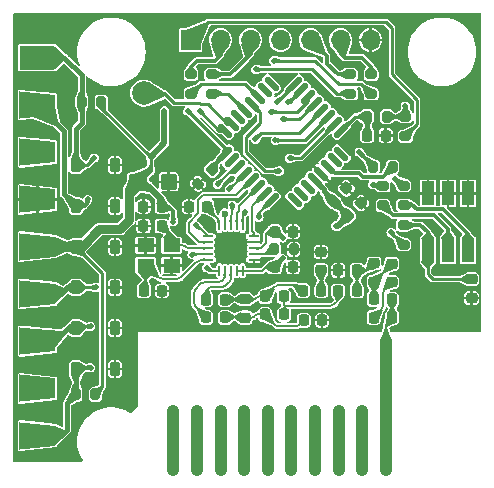
<source format=gbr>
%TF.GenerationSoftware,KiCad,Pcbnew,8.0.4-8.0.4-0~ubuntu22.04.1*%
%TF.CreationDate,2024-08-24T01:42:33-03:00*%
%TF.ProjectId,Anteres-Receiver,416e7465-7265-4732-9d52-656365697665,1.0.1*%
%TF.SameCoordinates,Original*%
%TF.FileFunction,Copper,L1,Top*%
%TF.FilePolarity,Positive*%
%FSLAX46Y46*%
G04 Gerber Fmt 4.6, Leading zero omitted, Abs format (unit mm)*
G04 Created by KiCad (PCBNEW 8.0.4-8.0.4-0~ubuntu22.04.1) date 2024-08-24 01:42:33*
%MOMM*%
%LPD*%
G01*
G04 APERTURE LIST*
G04 Aperture macros list*
%AMRoundRect*
0 Rectangle with rounded corners*
0 $1 Rounding radius*
0 $2 $3 $4 $5 $6 $7 $8 $9 X,Y pos of 4 corners*
0 Add a 4 corners polygon primitive as box body*
4,1,4,$2,$3,$4,$5,$6,$7,$8,$9,$2,$3,0*
0 Add four circle primitives for the rounded corners*
1,1,$1+$1,$2,$3*
1,1,$1+$1,$4,$5*
1,1,$1+$1,$6,$7*
1,1,$1+$1,$8,$9*
0 Add four rect primitives between the rounded corners*
20,1,$1+$1,$2,$3,$4,$5,0*
20,1,$1+$1,$4,$5,$6,$7,0*
20,1,$1+$1,$6,$7,$8,$9,0*
20,1,$1+$1,$8,$9,$2,$3,0*%
%AMOutline4P*
0 Free polygon, 4 corners , with rotation*
0 The origin of the aperture is its center*
0 number of corners: always 4*
0 $1 to $8 corner X, Y*
0 $9 Rotation angle, in degrees counterclockwise*
0 create outline with 4 corners*
4,1,4,$1,$2,$3,$4,$5,$6,$7,$8,$1,$2,$9*%
G04 Aperture macros list end*
%TA.AperFunction,EtchedComponent*%
%ADD10C,1.000000*%
%TD*%
%TA.AperFunction,SMDPad,CuDef*%
%ADD11RoundRect,0.200000X0.053033X-0.335876X0.335876X-0.053033X-0.053033X0.335876X-0.335876X0.053033X0*%
%TD*%
%TA.AperFunction,SMDPad,CuDef*%
%ADD12RoundRect,0.062500X-0.062500X0.350000X-0.062500X-0.350000X0.062500X-0.350000X0.062500X0.350000X0*%
%TD*%
%TA.AperFunction,SMDPad,CuDef*%
%ADD13RoundRect,0.062500X-0.350000X0.062500X-0.350000X-0.062500X0.350000X-0.062500X0.350000X0.062500X0*%
%TD*%
%TA.AperFunction,HeatsinkPad*%
%ADD14C,0.500000*%
%TD*%
%TA.AperFunction,HeatsinkPad*%
%ADD15R,2.500000X2.500000*%
%TD*%
%TA.AperFunction,SMDPad,CuDef*%
%ADD16RoundRect,0.225000X0.225000X0.250000X-0.225000X0.250000X-0.225000X-0.250000X0.225000X-0.250000X0*%
%TD*%
%TA.AperFunction,SMDPad,CuDef*%
%ADD17RoundRect,0.225000X-0.225000X-0.375000X0.225000X-0.375000X0.225000X0.375000X-0.225000X0.375000X0*%
%TD*%
%TA.AperFunction,ComponentPad*%
%ADD18C,1.000000*%
%TD*%
%TA.AperFunction,SMDPad,CuDef*%
%ADD19Outline4P,-0.350000X-0.400000X0.350000X-0.400000X0.050000X0.400000X-0.050000X0.400000X0.000000*%
%TD*%
%TA.AperFunction,SMDPad,CuDef*%
%ADD20RoundRect,0.200000X-0.200000X-0.275000X0.200000X-0.275000X0.200000X0.275000X-0.200000X0.275000X0*%
%TD*%
%TA.AperFunction,SMDPad,CuDef*%
%ADD21RoundRect,0.218750X-0.256250X0.218750X-0.256250X-0.218750X0.256250X-0.218750X0.256250X0.218750X0*%
%TD*%
%TA.AperFunction,SMDPad,CuDef*%
%ADD22RoundRect,0.218750X-0.218750X-0.256250X0.218750X-0.256250X0.218750X0.256250X-0.218750X0.256250X0*%
%TD*%
%TA.AperFunction,SMDPad,CuDef*%
%ADD23RoundRect,0.225000X-0.250000X0.225000X-0.250000X-0.225000X0.250000X-0.225000X0.250000X0.225000X0*%
%TD*%
%TA.AperFunction,SMDPad,CuDef*%
%ADD24RoundRect,0.200000X-0.275000X0.200000X-0.275000X-0.200000X0.275000X-0.200000X0.275000X0.200000X0*%
%TD*%
%TA.AperFunction,SMDPad,CuDef*%
%ADD25R,3.000000X2.000000*%
%TD*%
%TA.AperFunction,SMDPad,CuDef*%
%ADD26Outline4P,-1.500000X-1.150000X1.500000X-0.850000X1.500000X0.850000X-1.500000X1.150000X0.000000*%
%TD*%
%TA.AperFunction,SMDPad,CuDef*%
%ADD27RoundRect,0.225000X-0.225000X-0.250000X0.225000X-0.250000X0.225000X0.250000X-0.225000X0.250000X0*%
%TD*%
%TA.AperFunction,SMDPad,CuDef*%
%ADD28RoundRect,0.200000X0.275000X-0.200000X0.275000X0.200000X-0.275000X0.200000X-0.275000X-0.200000X0*%
%TD*%
%TA.AperFunction,SMDPad,CuDef*%
%ADD29RoundRect,0.218750X0.218750X0.256250X-0.218750X0.256250X-0.218750X-0.256250X0.218750X-0.256250X0*%
%TD*%
%TA.AperFunction,SMDPad,CuDef*%
%ADD30R,1.400000X1.200000*%
%TD*%
%TA.AperFunction,ComponentPad*%
%ADD31R,1.700000X1.700000*%
%TD*%
%TA.AperFunction,ComponentPad*%
%ADD32O,1.700000X1.700000*%
%TD*%
%TA.AperFunction,SMDPad,CuDef*%
%ADD33RoundRect,0.200000X0.200000X0.275000X-0.200000X0.275000X-0.200000X-0.275000X0.200000X-0.275000X0*%
%TD*%
%TA.AperFunction,SMDPad,CuDef*%
%ADD34RoundRect,0.225000X0.250000X-0.225000X0.250000X0.225000X-0.250000X0.225000X-0.250000X-0.225000X0*%
%TD*%
%TA.AperFunction,SMDPad,CuDef*%
%ADD35RoundRect,0.225000X0.017678X-0.335876X0.335876X-0.017678X-0.017678X0.335876X-0.335876X0.017678X0*%
%TD*%
%TA.AperFunction,SMDPad,CuDef*%
%ADD36C,2.000000*%
%TD*%
%TA.AperFunction,SMDPad,CuDef*%
%ADD37R,1.100000X2.000000*%
%TD*%
%TA.AperFunction,SMDPad,CuDef*%
%ADD38RoundRect,0.218750X0.256250X-0.218750X0.256250X0.218750X-0.256250X0.218750X-0.256250X-0.218750X0*%
%TD*%
%TA.AperFunction,SMDPad,CuDef*%
%ADD39RoundRect,0.250000X-0.450000X-0.425000X0.450000X-0.425000X0.450000X0.425000X-0.450000X0.425000X0*%
%TD*%
%TA.AperFunction,SMDPad,CuDef*%
%ADD40RoundRect,0.125000X0.530330X-0.353553X-0.353553X0.530330X-0.530330X0.353553X0.353553X-0.530330X0*%
%TD*%
%TA.AperFunction,SMDPad,CuDef*%
%ADD41RoundRect,0.125000X0.530330X0.353553X0.353553X0.530330X-0.530330X-0.353553X-0.353553X-0.530330X0*%
%TD*%
%TA.AperFunction,ViaPad*%
%ADD42C,0.600000*%
%TD*%
%TA.AperFunction,ViaPad*%
%ADD43C,0.500000*%
%TD*%
%TA.AperFunction,Conductor*%
%ADD44C,0.150000*%
%TD*%
%TA.AperFunction,Conductor*%
%ADD45C,0.200000*%
%TD*%
%TA.AperFunction,Conductor*%
%ADD46C,0.250000*%
%TD*%
%TA.AperFunction,Conductor*%
%ADD47C,0.400000*%
%TD*%
%TA.AperFunction,Conductor*%
%ADD48C,0.750000*%
%TD*%
%TA.AperFunction,Conductor*%
%ADD49C,0.500000*%
%TD*%
%TA.AperFunction,Conductor*%
%ADD50C,0.300000*%
%TD*%
G04 APERTURE END LIST*
D10*
%TO.C,AE401*%
X153750000Y-118950000D02*
X153750000Y-113950000D01*
X155750000Y-118950000D02*
X155750000Y-113950000D01*
X157750000Y-118950000D02*
X157750000Y-113950000D01*
X159750000Y-118950000D02*
X159750000Y-113950000D01*
X161750000Y-118950000D02*
X161750000Y-113950000D01*
X163750000Y-118950000D02*
X163750000Y-113950000D01*
X165750000Y-118950000D02*
X165750000Y-113950000D01*
X167750000Y-118950000D02*
X167750000Y-113950000D01*
X169750000Y-118950000D02*
X169750000Y-113950000D01*
X171750000Y-107950000D02*
X171750000Y-118950000D01*
%TD*%
D11*
%TO.P,R201,1*%
%TO.N,GND*%
X155833274Y-94666726D03*
%TO.P,R201,2*%
%TO.N,/Debugging/DBG_SWCLK*%
X157000000Y-93500000D03*
%TD*%
D12*
%TO.P,U401,1,SCLK*%
%TO.N,/MCU/CC1101_SCK*%
X159625000Y-98187500D03*
%TO.P,U401,2,SO(GDO1)*%
%TO.N,/MCU/CC1101_MISO*%
X159125000Y-98187500D03*
%TO.P,U401,3,GDO2*%
%TO.N,/MCU/CC1101_GDO2*%
X158625000Y-98187501D03*
%TO.P,U401,4,DVDD*%
%TO.N,+3V3*%
X158125000Y-98187500D03*
%TO.P,U401,5,DCOUPL*%
%TO.N,Net-(U401-DCOUPL)*%
X157625000Y-98187500D03*
D13*
%TO.P,U401,6,GDO0*%
%TO.N,/MCU/CC1101_GDO0*%
X156687500Y-99125000D03*
%TO.P,U401,7,~{CS}*%
%TO.N,/MCU/CC1101_~{CS}*%
X156687500Y-99625000D03*
%TO.P,U401,8,XOSC_Q1*%
%TO.N,/Radio 915MHz/X1*%
X156687501Y-100125000D03*
%TO.P,U401,9,AVDD*%
%TO.N,+3V3*%
X156687500Y-100625000D03*
%TO.P,U401,10,XOSC_Q2*%
%TO.N,/Radio 915MHz/X2*%
X156687500Y-101125000D03*
D12*
%TO.P,U401,11,AVDD*%
%TO.N,+3V3*%
X157625000Y-102062500D03*
%TO.P,U401,12,RF_P*%
%TO.N,/Radio 915MHz/RF_P*%
X158125000Y-102062500D03*
%TO.P,U401,13,RF_N*%
%TO.N,/Radio 915MHz/RF_N*%
X158625000Y-102062499D03*
%TO.P,U401,14,AVDD*%
%TO.N,+3V3*%
X159125000Y-102062500D03*
%TO.P,U401,15,AVDD*%
X159625000Y-102062500D03*
D13*
%TO.P,U401,16,GND*%
%TO.N,GND*%
X160562500Y-101125000D03*
%TO.P,U401,17,RBIAS*%
%TO.N,Net-(U401-RBIAS)*%
X160562500Y-100625000D03*
%TO.P,U401,18,DGUARD*%
%TO.N,+3V3*%
X160562499Y-100125000D03*
%TO.P,U401,19,GND*%
%TO.N,GND*%
X160562500Y-99625000D03*
%TO.P,U401,20,SI*%
%TO.N,/MCU/CC1101_MOSI*%
X160562500Y-99125000D03*
D14*
%TO.P,U401,21,PAD*%
%TO.N,GND*%
X159625000Y-99125000D03*
X157625000Y-99125000D03*
D15*
X158625000Y-100125000D03*
D14*
X159625000Y-101125000D03*
X157625000Y-101125000D03*
%TD*%
D16*
%TO.P,C409,1*%
%TO.N,GND*%
X166349301Y-106228643D03*
%TO.P,C409,2*%
%TO.N,/Radio 915MHz/RF_P1*%
X164799301Y-106228643D03*
%TD*%
D17*
%TO.P,D303,1,K*%
%TO.N,/MCU/PS2_ATT*%
X145500000Y-103450000D03*
%TO.P,D303,2,A*%
%TO.N,GND*%
X148800000Y-103450000D03*
%TD*%
%TO.P,D304,1,K*%
%TO.N,+3V3*%
X145500000Y-100000000D03*
%TO.P,D304,2,A*%
%TO.N,GND*%
X148800000Y-100000000D03*
%TD*%
D18*
%TO.P,AE401,*%
%TO.N,*%
X171750000Y-118950000D03*
X169750000Y-118950000D03*
X169750000Y-113950000D03*
X167750000Y-118950000D03*
X167750000Y-113950000D03*
X165750000Y-118950000D03*
X165750000Y-113950000D03*
X163750000Y-118950000D03*
X163750000Y-113950000D03*
X161750000Y-118950000D03*
X161750000Y-113950000D03*
X159750000Y-118950000D03*
X159750000Y-113950000D03*
X157750000Y-118950000D03*
X157750000Y-113950000D03*
X155750000Y-118950000D03*
X155750000Y-113950000D03*
X153750000Y-118950000D03*
X153750000Y-113950000D03*
D19*
%TO.P,AE401,1,A*%
%TO.N,/Radio 915MHz/ANT*%
X171750000Y-107250000D03*
%TD*%
D20*
%TO.P,R301,1*%
%TO.N,/MCU/PS2_ACK*%
X145500000Y-112500000D03*
%TO.P,R301,2*%
%TO.N,+3V3*%
X147150000Y-112500000D03*
%TD*%
D21*
%TO.P,L406,1*%
%TO.N,/Radio 915MHz/RF_C1*%
X170750000Y-101424998D03*
%TO.P,L406,2*%
%TO.N,/Radio 915MHz/RF_C2*%
X170750000Y-103000000D03*
%TD*%
D22*
%TO.P,L407,1*%
%TO.N,Net-(C414-Pad2)*%
X170712499Y-106000000D03*
%TO.P,L407,2*%
%TO.N,/Radio 915MHz/ANT*%
X172287501Y-106000000D03*
%TD*%
D23*
%TO.P,C414,1*%
%TO.N,/Radio 915MHz/RF_C2*%
X172250000Y-101437499D03*
%TO.P,C414,2*%
%TO.N,Net-(C414-Pad2)*%
X172250000Y-102987499D03*
%TD*%
D17*
%TO.P,D302,1,K*%
%TO.N,/MCU/PS2_SCK*%
X145500000Y-106900000D03*
%TO.P,D302,2,A*%
%TO.N,GND*%
X148800000Y-106900000D03*
%TD*%
%TO.P,D305,1,K*%
%TO.N,/MCU/PS2_CMD*%
X145500000Y-96550000D03*
%TO.P,D305,2,A*%
%TO.N,GND*%
X148800000Y-96550000D03*
%TD*%
D24*
%TO.P,R204,1*%
%TO.N,/MCU/LED_G (TIM3_CH4)*%
X171500000Y-94850000D03*
%TO.P,R204,2*%
%TO.N,Net-(D201-GA)*%
X171500000Y-96500000D03*
%TD*%
D25*
%TO.P,J301,1,Pin_1*%
%TO.N,/MCU/PS2_DATA*%
X142250000Y-84000000D03*
D26*
%TO.P,J301,2,Pin_2*%
%TO.N,/MCU/PS2_CMD*%
X142250000Y-88000000D03*
%TO.P,J301,3,Pin_3*%
%TO.N,unconnected-(J301-Pin_3-Pad3)*%
X142250000Y-92000000D03*
%TO.P,J301,4,Pin_4*%
%TO.N,GND*%
X142250000Y-96000000D03*
%TO.P,J301,5,Pin_5*%
%TO.N,+3V3*%
X142250000Y-100000000D03*
%TO.P,J301,6,Pin_6*%
%TO.N,/MCU/PS2_ATT*%
X142250000Y-104000000D03*
%TO.P,J301,7,Pin_7*%
%TO.N,/MCU/PS2_SCK*%
X142250000Y-108000000D03*
%TO.P,J301,8,Pin_8*%
%TO.N,unconnected-(J301-Pin_8-Pad8)*%
X142250000Y-112000000D03*
%TO.P,J301,9,Pin_9*%
%TO.N,/MCU/PS2_ACK*%
X142250000Y-116000000D03*
%TD*%
D20*
%TO.P,R302,1*%
%TO.N,/MCU/PS2_DATA*%
X146000000Y-87750000D03*
%TO.P,R302,2*%
%TO.N,+3V3*%
X147650000Y-87750000D03*
%TD*%
D27*
%TO.P,C405,1*%
%TO.N,+3V3*%
X162350000Y-98728643D03*
%TO.P,C405,2*%
%TO.N,GND*%
X163900000Y-98728643D03*
%TD*%
%TO.P,C204,1*%
%TO.N,/MCU/SYNC_BTN*%
X170175000Y-90600000D03*
%TO.P,C204,2*%
%TO.N,GND*%
X171725000Y-90600000D03*
%TD*%
D28*
%TO.P,R505,1*%
%TO.N,/Debugging/DBG_SWCLK*%
X170500000Y-87075000D03*
%TO.P,R505,2*%
%TO.N,/Debugging/SWCLK*%
X170500000Y-85425000D03*
%TD*%
D27*
%TO.P,C412,1*%
%TO.N,/Radio 915MHz/RF_N1*%
X161549301Y-104203643D03*
%TO.P,C412,2*%
%TO.N,/Radio 915MHz/RF_C*%
X163099301Y-104203643D03*
%TD*%
D17*
%TO.P,D306,1,K*%
%TO.N,/MCU/PS2_DATA*%
X145500000Y-93100000D03*
%TO.P,D306,2,A*%
%TO.N,GND*%
X148800000Y-93100000D03*
%TD*%
D29*
%TO.P,L403,1*%
%TO.N,Net-(C411-Pad1)*%
X166287501Y-103728643D03*
%TO.P,L403,2*%
%TO.N,/Radio 915MHz/RF_N1*%
X164712499Y-103728643D03*
%TD*%
D30*
%TO.P,Y401,1,1*%
%TO.N,/Radio 915MHz/X1*%
X153600000Y-99900000D03*
%TO.P,Y401,2,2*%
%TO.N,GND*%
X151400000Y-99900000D03*
%TO.P,Y401,3,3*%
%TO.N,/Radio 915MHz/X2*%
X151400000Y-101600000D03*
%TO.P,Y401,4,4*%
%TO.N,GND*%
X153600000Y-101600000D03*
%TD*%
D31*
%TO.P,J501,1,Pin_1*%
%TO.N,+3V3*%
X155210000Y-82500000D03*
D32*
%TO.P,J501,2,Pin_2*%
%TO.N,/Debugging/TX*%
X157750000Y-82500000D03*
%TO.P,J501,3,Pin_3*%
%TO.N,/Debugging/RX*%
X160289999Y-82500000D03*
%TO.P,J501,4,Pin_4*%
%TO.N,/Debugging/~{RST}*%
X162830000Y-82500000D03*
%TO.P,J501,5,Pin_5*%
%TO.N,/Debugging/SWDIO*%
X165370000Y-82500000D03*
%TO.P,J501,6,Pin_6*%
%TO.N,/Debugging/SWCLK*%
X167910000Y-82500000D03*
%TO.P,J501,7,Pin_7*%
%TO.N,GND*%
X170450000Y-82500000D03*
%TD*%
D27*
%TO.P,C404,1*%
%TO.N,+3V3*%
X162350000Y-101728643D03*
%TO.P,C404,2*%
%TO.N,GND*%
X163900000Y-101728643D03*
%TD*%
D28*
%TO.P,R205,1*%
%TO.N,/MCU/LED_R (TIM3_CH1)*%
X173250000Y-99825000D03*
%TO.P,R205,2*%
%TO.N,Net-(D201-BA)*%
X173250000Y-98175000D03*
%TD*%
D33*
%TO.P,R503,1*%
%TO.N,/MCU/~{RST}*%
X172325000Y-93250000D03*
%TO.P,R503,2*%
%TO.N,/Debugging/~{RST}*%
X170675000Y-93250000D03*
%TD*%
D24*
%TO.P,R203,1*%
%TO.N,/MCU/LED_B (TIM3_CH3)*%
X173250000Y-94825000D03*
%TO.P,R203,2*%
%TO.N,Net-(D201-RA)*%
X173250000Y-96475000D03*
%TD*%
D27*
%TO.P,C415,1*%
%TO.N,/Radio 915MHz/RF_C2*%
X170725000Y-104462499D03*
%TO.P,C415,2*%
%TO.N,/Radio 915MHz/ANT*%
X172275000Y-104462499D03*
%TD*%
D22*
%TO.P,L405,1*%
%TO.N,/Radio 915MHz/RF_C*%
X167712500Y-103750000D03*
%TO.P,L405,2*%
%TO.N,/Radio 915MHz/RF_C1*%
X169287500Y-103750000D03*
%TD*%
D34*
%TO.P,C411,1*%
%TO.N,Net-(C411-Pad1)*%
X166250000Y-102003643D03*
%TO.P,C411,2*%
%TO.N,GND*%
X166250000Y-100453643D03*
%TD*%
D17*
%TO.P,D301,1,K*%
%TO.N,/MCU/PS2_ACK*%
X145500000Y-110350000D03*
%TO.P,D301,2,A*%
%TO.N,GND*%
X148800000Y-110350000D03*
%TD*%
D35*
%TO.P,C202,1*%
%TO.N,+3V3*%
X168550699Y-97396357D03*
%TO.P,C202,2*%
%TO.N,GND*%
X169646715Y-96300341D03*
%TD*%
D36*
%TO.P,TP201,1,1*%
%TO.N,Net-(U201-PA12{slash}PA10)*%
X151250000Y-87000000D03*
%TD*%
D28*
%TO.P,R502,1*%
%TO.N,/Debugging/DBG_RX*%
X157000000Y-87075000D03*
%TO.P,R502,2*%
%TO.N,/Debugging/RX*%
X157000000Y-85425000D03*
%TD*%
D35*
%TO.P,C203,1*%
%TO.N,+3V3*%
X167300699Y-96146357D03*
%TO.P,C203,2*%
%TO.N,GND*%
X168396715Y-95050341D03*
%TD*%
D20*
%TO.P,R202,1*%
%TO.N,/MCU/SYNC_BTN*%
X170175000Y-89000000D03*
%TO.P,R202,2*%
%TO.N,Net-(SW201-A)*%
X171825000Y-89000000D03*
%TD*%
D16*
%TO.P,C401,1*%
%TO.N,/Radio 915MHz/X1*%
X152775000Y-98250000D03*
%TO.P,C401,2*%
%TO.N,GND*%
X151225000Y-98250000D03*
%TD*%
D37*
%TO.P,D201,1,RK*%
%TO.N,GND*%
X178700000Y-95500000D03*
%TO.P,D201,2,GK*%
X177000000Y-95500000D03*
%TO.P,D201,3,BK*%
X175300000Y-95500000D03*
%TO.P,D201,4,BA*%
%TO.N,Net-(D201-BA)*%
X175300000Y-100300000D03*
%TO.P,D201,5,GA*%
%TO.N,Net-(D201-GA)*%
X177000000Y-100300000D03*
%TO.P,D201,6,RA*%
%TO.N,Net-(D201-RA)*%
X178700000Y-100300000D03*
%TD*%
D22*
%TO.P,L402,1*%
%TO.N,/Radio 915MHz/RF_N*%
X156536800Y-104478643D03*
%TO.P,L402,2*%
%TO.N,/Radio 915MHz/RF_N1*%
X158111802Y-104478643D03*
%TD*%
D34*
%TO.P,C410,1*%
%TO.N,/Radio 915MHz/RF_P1*%
X159824301Y-106003643D03*
%TO.P,C410,2*%
%TO.N,/Radio 915MHz/RF_N1*%
X159824301Y-104453643D03*
%TD*%
D28*
%TO.P,R504,1*%
%TO.N,/Debugging/DBG_SWDIO*%
X168750000Y-87075000D03*
%TO.P,R504,2*%
%TO.N,/Debugging/SWDIO*%
X168750000Y-85425000D03*
%TD*%
D22*
%TO.P,L404,1*%
%TO.N,/Radio 915MHz/RF_P1*%
X161536801Y-105728643D03*
%TO.P,L404,2*%
%TO.N,/Radio 915MHz/RF_C*%
X163111801Y-105728643D03*
%TD*%
D28*
%TO.P,R501,1*%
%TO.N,/Debugging/DBG_TX*%
X155250000Y-87075000D03*
%TO.P,R501,2*%
%TO.N,/Debugging/TX*%
X155250000Y-85425000D03*
%TD*%
%TO.P,R206,1*%
%TO.N,+3V3*%
X173400000Y-90650000D03*
%TO.P,R206,2*%
%TO.N,Net-(SW201-A)*%
X173400000Y-89000000D03*
%TD*%
D27*
%TO.P,C402,1*%
%TO.N,/Radio 915MHz/X2*%
X151250000Y-103750000D03*
%TO.P,C402,2*%
%TO.N,GND*%
X152800000Y-103750000D03*
%TD*%
D16*
%TO.P,C406,1*%
%TO.N,+3V3*%
X152775000Y-96625000D03*
%TO.P,C406,2*%
%TO.N,GND*%
X151225000Y-96625000D03*
%TD*%
D38*
%TO.P,D202,1,K*%
%TO.N,GND*%
X179000000Y-104325002D03*
%TO.P,D202,2,A*%
%TO.N,Net-(D201-BA)*%
X179000000Y-102750000D03*
%TD*%
D16*
%TO.P,C413,1*%
%TO.N,/Radio 915MHz/RF_C1*%
X169275000Y-102000000D03*
%TO.P,C413,2*%
%TO.N,GND*%
X167725000Y-102000000D03*
%TD*%
D22*
%TO.P,L401,1*%
%TO.N,/Radio 915MHz/RF_P*%
X156536800Y-105978643D03*
%TO.P,L401,2*%
%TO.N,/Radio 915MHz/RF_P1*%
X158111802Y-105978643D03*
%TD*%
D39*
%TO.P,C201,1*%
%TO.N,+3V3*%
X150650000Y-94500000D03*
%TO.P,C201,2*%
%TO.N,GND*%
X153350000Y-94500000D03*
%TD*%
D40*
%TO.P,U201,1,PB9*%
%TO.N,unconnected-(U201-PB9-Pad1)*%
X164022971Y-96078427D03*
%TO.P,U201,2,PC14*%
%TO.N,unconnected-(U201-PC14-Pad2)*%
X164588656Y-95512741D03*
%TO.P,U201,3,PC15*%
%TO.N,unconnected-(U201-PC15-Pad3)*%
X165154342Y-94947056D03*
%TO.P,U201,4,VDD*%
%TO.N,+3V3*%
X165720027Y-94381371D03*
%TO.P,U201,5,VSS*%
%TO.N,GND*%
X166285713Y-93815685D03*
%TO.P,U201,6,NRST*%
%TO.N,/MCU/~{RST}*%
X166851398Y-93250000D03*
%TO.P,U201,7,PA0*%
%TO.N,unconnected-(U201-PA0-Pad7)*%
X167417083Y-92684314D03*
%TO.P,U201,8,PA1*%
%TO.N,unconnected-(U201-PA1-Pad8)*%
X167982769Y-92118629D03*
D41*
%TO.P,U201,9,PA2*%
%TO.N,/MCU/SYNC_BTN*%
X167982769Y-90174085D03*
%TO.P,U201,10,PA3*%
%TO.N,/MCU/PS2_ACK*%
X167417083Y-89608400D03*
%TO.P,U201,11,PA4*%
%TO.N,/MCU/PS2_ATT*%
X166851398Y-89042714D03*
%TO.P,U201,12,PA5*%
%TO.N,/MCU/PS2_SCK*%
X166285713Y-88477029D03*
%TO.P,U201,13,PA6*%
%TO.N,/MCU/PS2_DATA*%
X165720027Y-87911343D03*
%TO.P,U201,14,PA7*%
%TO.N,/MCU/PS2_CMD*%
X165154342Y-87345658D03*
%TO.P,U201,15,PB0*%
%TO.N,/MCU/LED_B (TIM3_CH3)*%
X164588656Y-86779973D03*
%TO.P,U201,16,PB1*%
%TO.N,/MCU/LED_G (TIM3_CH4)*%
X164022971Y-86214287D03*
D40*
%TO.P,U201,17,PB2*%
%TO.N,unconnected-(U201-PB2-Pad17)*%
X162078427Y-86214287D03*
%TO.P,U201,18,PA8*%
%TO.N,unconnected-(U201-PA8-Pad18)*%
X161512742Y-86779973D03*
%TO.P,U201,19,PA9/NC*%
%TO.N,/Debugging/DBG_TX*%
X160947056Y-87345658D03*
%TO.P,U201,20,PC6*%
%TO.N,/MCU/LED_R (TIM3_CH1)*%
X160381371Y-87911343D03*
%TO.P,U201,21,PA10/NC*%
%TO.N,/Debugging/DBG_RX*%
X159815685Y-88477029D03*
%TO.P,U201,22,PA11/PA9*%
%TO.N,unconnected-(U201-PA11{slash}PA9-Pad22)*%
X159250000Y-89042714D03*
%TO.P,U201,23,PA12/PA10*%
%TO.N,Net-(U201-PA12{slash}PA10)*%
X158684315Y-89608400D03*
%TO.P,U201,24,PA13*%
%TO.N,/Debugging/DBG_SWDIO*%
X158118629Y-90174085D03*
D41*
%TO.P,U201,25,PA14*%
%TO.N,/Debugging/DBG_SWCLK*%
X158118629Y-92118629D03*
%TO.P,U201,26,PA15*%
%TO.N,unconnected-(U201-PA15-Pad26)*%
X158684315Y-92684314D03*
%TO.P,U201,27,PB3*%
%TO.N,/MCU/CC1101_GDO0*%
X159250000Y-93250000D03*
%TO.P,U201,28,PB4*%
%TO.N,/MCU/CC1101_GDO2*%
X159815685Y-93815685D03*
%TO.P,U201,29,PB5*%
%TO.N,/MCU/CC1101_~{CS}*%
X160381371Y-94381371D03*
%TO.P,U201,30,PB6*%
%TO.N,/MCU/CC1101_MISO*%
X160947056Y-94947056D03*
%TO.P,U201,31,PB7*%
%TO.N,/MCU/CC1101_MOSI*%
X161512742Y-95512741D03*
%TO.P,U201,32,PB8*%
%TO.N,/MCU/CC1101_SCK*%
X162078427Y-96078427D03*
%TD*%
D20*
%TO.P,R401,1*%
%TO.N,Net-(U401-RBIAS)*%
X162300000Y-100228643D03*
%TO.P,R401,2*%
%TO.N,GND*%
X163950000Y-100228643D03*
%TD*%
D16*
%TO.P,C403,1*%
%TO.N,Net-(U401-DCOUPL)*%
X156625000Y-96625000D03*
%TO.P,C403,2*%
%TO.N,GND*%
X155075000Y-96625000D03*
%TD*%
D42*
%TO.N,+3V3*%
X158100000Y-97200000D03*
D43*
%TO.N,GND*%
X165000000Y-100000000D03*
X152500000Y-84750000D03*
X171500000Y-100400000D03*
X151200000Y-106800000D03*
X159000000Y-103600000D03*
X152250000Y-81000000D03*
X166500000Y-99400000D03*
X169100000Y-100300000D03*
X150000000Y-107750000D03*
X149500000Y-101500000D03*
X150000000Y-99250000D03*
X144700000Y-117900000D03*
X149500000Y-88300000D03*
X168100000Y-106900000D03*
X173200000Y-105000000D03*
X157300000Y-105200000D03*
X141600000Y-117900000D03*
X155400000Y-102800000D03*
X167400000Y-99700000D03*
X179400000Y-106100000D03*
X151944951Y-94297833D03*
X167800000Y-105400000D03*
X146200000Y-80600000D03*
X145500000Y-98250000D03*
X174000000Y-105900000D03*
X150000000Y-102500000D03*
X142500000Y-90000000D03*
X162200000Y-102800000D03*
X145500000Y-94750000D03*
X171900000Y-86400000D03*
X157948894Y-96465377D03*
X169000000Y-101000000D03*
X179200000Y-106900000D03*
X174200000Y-106800000D03*
X165600002Y-107000000D03*
X175100000Y-106900000D03*
X149300000Y-91400000D03*
X173500000Y-106500000D03*
X170800000Y-100400000D03*
X167000000Y-102900000D03*
X142750000Y-81500000D03*
X154800000Y-103600000D03*
X149000000Y-95000000D03*
X167000000Y-107000000D03*
X176000000Y-106900000D03*
X156800002Y-107000000D03*
X173300000Y-100800000D03*
X162300000Y-92000000D03*
X151500000Y-90300000D03*
X159200000Y-91000000D03*
X168800000Y-105900000D03*
X154800000Y-105200000D03*
X168500000Y-102900000D03*
X169200000Y-81600000D03*
X168200000Y-101000000D03*
X142250000Y-106000000D03*
X160600000Y-103400000D03*
X177750000Y-97000000D03*
X152800000Y-104800000D03*
X178800000Y-88800000D03*
X168600000Y-99700000D03*
X179400000Y-90600000D03*
X145000000Y-86500000D03*
X179400000Y-93800000D03*
X151250000Y-95750000D03*
X147200000Y-90300000D03*
X174250000Y-95500000D03*
X179250000Y-97000000D03*
X171400000Y-83800000D03*
X172300000Y-100400000D03*
X152200000Y-106900000D03*
X150000000Y-106000000D03*
X152900000Y-85800000D03*
X172900000Y-80600000D03*
X150000000Y-109500000D03*
X169100000Y-106900000D03*
X165600000Y-105600000D03*
X176500000Y-87500000D03*
X162400000Y-105000000D03*
X169600000Y-105000000D03*
X159800002Y-107000000D03*
X152500000Y-100750000D03*
X177900000Y-104400000D03*
X170400000Y-99700000D03*
X173200000Y-102500000D03*
X160700000Y-105100000D03*
X155400000Y-106600000D03*
X179500000Y-97800000D03*
X155400000Y-105800000D03*
X173200000Y-103300000D03*
X167500000Y-101000000D03*
X150000000Y-111250000D03*
X158800000Y-107000000D03*
X179500000Y-88200000D03*
X160600000Y-102600000D03*
X154000000Y-88500000D03*
X173200000Y-105700000D03*
X161800000Y-97600000D03*
X173200000Y-104100000D03*
X163100000Y-85700000D03*
X160800000Y-107000000D03*
X154200000Y-106900000D03*
X159000000Y-105200000D03*
X142250000Y-109750000D03*
X174000000Y-105200000D03*
X174000000Y-104200000D03*
X171300000Y-99700000D03*
X150000000Y-104500000D03*
X161400000Y-103200000D03*
X176250000Y-94000000D03*
X165000000Y-102000000D03*
X154200000Y-90200000D03*
X179500000Y-86500000D03*
X154750000Y-95500000D03*
X170006493Y-95975000D03*
X170900000Y-107000000D03*
X165000000Y-100800000D03*
X157800000Y-107000000D03*
X165100000Y-93200000D03*
X156563909Y-97813909D03*
X142250000Y-94000000D03*
X156000000Y-107000000D03*
X169200000Y-83200000D03*
X174000000Y-102000000D03*
X172000000Y-99700000D03*
X153800000Y-103800000D03*
X167200000Y-100300000D03*
X169900000Y-100400000D03*
X169800000Y-101000000D03*
X165500000Y-104400000D03*
X169800000Y-106000000D03*
X142500000Y-86000000D03*
X168800000Y-90900000D03*
X179500000Y-92300000D03*
X173800000Y-101200000D03*
X156000000Y-102400000D03*
X177200000Y-90200000D03*
X179500000Y-101700000D03*
X165700000Y-92600000D03*
X167400000Y-106200000D03*
X165700000Y-99400000D03*
X177000000Y-106900000D03*
X150000000Y-113500000D03*
X169600000Y-99700000D03*
X170100000Y-107000000D03*
X164800000Y-102700000D03*
X164000000Y-104400000D03*
X164000000Y-105600000D03*
X179300000Y-80800000D03*
X164000000Y-102700000D03*
X178100000Y-106900000D03*
X145500000Y-105250000D03*
X168400000Y-100300000D03*
X159600000Y-103000000D03*
X173300000Y-101700000D03*
X174250000Y-94250000D03*
X178000000Y-94000000D03*
X174000000Y-103000000D03*
X168500000Y-104700000D03*
X153800000Y-80700000D03*
X163200000Y-102600000D03*
X153200000Y-106900000D03*
X154300000Y-91500000D03*
X145500000Y-101750000D03*
X161800000Y-107000000D03*
X165500000Y-103100000D03*
X171700000Y-91600000D03*
X163800000Y-93400000D03*
X172900000Y-107000000D03*
X154800000Y-104400000D03*
%TO.N,+3V3*%
X153750000Y-97875000D03*
X151799998Y-93575000D03*
X163000000Y-99250000D03*
X163000000Y-101000000D03*
X156600000Y-101800000D03*
X155347507Y-100675000D03*
X167500000Y-98250000D03*
X153000000Y-88500000D03*
%TO.N,/MCU/PS2_ACK*%
X146750000Y-110250000D03*
X163600000Y-92500000D03*
%TO.N,/MCU/PS2_SCK*%
X146750000Y-106750000D03*
X160700000Y-90900000D03*
%TO.N,/MCU/PS2_ATT*%
X147175000Y-103458463D03*
X162400000Y-91000000D03*
%TO.N,/MCU/PS2_CMD*%
X162000000Y-88600000D03*
X146500000Y-96000000D03*
%TO.N,/MCU/PS2_DATA*%
X147059287Y-92500000D03*
X163000000Y-89200000D03*
%TO.N,/Debugging/~{RST}*%
X169500000Y-92000000D03*
%TO.N,/Debugging/DBG_SWCLK*%
X162250000Y-84250000D03*
X154999998Y-88525000D03*
%TO.N,Net-(SW201-A)*%
X173400000Y-88100000D03*
%TO.N,/MCU/LED_B (TIM3_CH3)*%
X172500000Y-94250000D03*
X163500000Y-87750020D03*
%TO.N,/MCU/LED_G (TIM3_CH4)*%
X162500000Y-87750000D03*
X170646405Y-94741057D03*
%TO.N,/MCU/LED_R (TIM3_CH1)*%
X162700000Y-93600000D03*
X172200000Y-98800000D03*
%TO.N,/Debugging/DBG_SWDIO*%
X160750000Y-85000000D03*
X156000000Y-88525000D03*
%TO.N,/MCU/CC1101_GDO2*%
X158500422Y-95105230D03*
X158750000Y-96500014D03*
%TO.N,/MCU/CC1101_SCK*%
X161000000Y-97500000D03*
X159846907Y-97036075D03*
%TO.N,/MCU/CC1101_GDO0*%
X155642136Y-98200000D03*
X157500000Y-94700006D03*
%TD*%
D44*
%TO.N,/MCU/CC1101_GDO2*%
X158625000Y-98187501D02*
X158625000Y-97375000D01*
X158625000Y-97375000D02*
X158750000Y-97250000D01*
X158750000Y-97250000D02*
X158750000Y-96500014D01*
D45*
%TO.N,Net-(U401-DCOUPL)*%
X157625000Y-97775001D02*
X156625000Y-96775001D01*
D44*
%TO.N,+3V3*%
X158125000Y-97225000D02*
X158100000Y-97200000D01*
X158125000Y-98187500D02*
X158125000Y-97225000D01*
D45*
%TO.N,Net-(U401-DCOUPL)*%
X157625000Y-98187500D02*
X157625000Y-97775001D01*
X156625000Y-96775001D02*
X156625000Y-96625000D01*
D46*
%TO.N,+3V3*%
X147750000Y-111900000D02*
X147750000Y-102250000D01*
X172250000Y-85425000D02*
X174400000Y-87575000D01*
D47*
X167300699Y-96146357D02*
X168550699Y-97396357D01*
D48*
X150000000Y-97750000D02*
X150000000Y-95150000D01*
D46*
X147650000Y-88225000D02*
X151825000Y-92400000D01*
D45*
X157625000Y-102062500D02*
X156862500Y-102062500D01*
D44*
X173400000Y-90650000D02*
X173550000Y-90650000D01*
D47*
X165720027Y-94381371D02*
X166485013Y-95146357D01*
D44*
X174400000Y-88800000D02*
X174400000Y-88400000D01*
D45*
X161240444Y-102062500D02*
X161574301Y-101728643D01*
D49*
X150650000Y-94500000D02*
X151575000Y-93575000D01*
D48*
X147500000Y-98500000D02*
X149250000Y-98500000D01*
D49*
X151147833Y-94997833D02*
X151747833Y-94997833D01*
X150650000Y-94500000D02*
X151147833Y-94997833D01*
D45*
X161824301Y-98728643D02*
X162350000Y-98728643D01*
D46*
X147750000Y-102250000D02*
X145500000Y-100000000D01*
D45*
X162350000Y-101728643D02*
X162350000Y-101650000D01*
D48*
X145500000Y-100000000D02*
X146000000Y-100000000D01*
D46*
X172250000Y-85425000D02*
X172250000Y-81500000D01*
D45*
X156862500Y-102062500D02*
X156600000Y-101800000D01*
X161574301Y-101728643D02*
X162350000Y-101728643D01*
X161574301Y-98978643D02*
X161824301Y-98728643D01*
X162350000Y-101650000D02*
X163000000Y-101000000D01*
D50*
X152775000Y-96625000D02*
X153375000Y-96625000D01*
D45*
X160562499Y-100125000D02*
X161177944Y-100125000D01*
X161177944Y-100125000D02*
X161574301Y-99728643D01*
X159625000Y-102062500D02*
X161240444Y-102062500D01*
D49*
X151575000Y-93575000D02*
X151799998Y-93575000D01*
X151825000Y-92400000D02*
X153000000Y-91225000D01*
D45*
X162350000Y-98728643D02*
X162478643Y-98728643D01*
D47*
X166485013Y-95330671D02*
X166485013Y-95146357D01*
D49*
X151747833Y-94997833D02*
X152775000Y-96025000D01*
D48*
X142250000Y-100000000D02*
X145500000Y-100000000D01*
D45*
X155397507Y-100625000D02*
X155347507Y-100675000D01*
D46*
X151825000Y-93549998D02*
X151799998Y-93575000D01*
X174400000Y-88800000D02*
X174400000Y-89650000D01*
D49*
X153000000Y-91225000D02*
X153000000Y-88500000D01*
D48*
X150000000Y-95150000D02*
X150650000Y-94500000D01*
D45*
X159125000Y-102062500D02*
X159625000Y-102062500D01*
D49*
X152775000Y-96025000D02*
X152775000Y-96625000D01*
D48*
X146000000Y-100000000D02*
X147500000Y-98500000D01*
D45*
X161574301Y-99728643D02*
X161574301Y-98978643D01*
X162478643Y-98728643D02*
X163000000Y-99250000D01*
D50*
X153750000Y-97000000D02*
X153750000Y-97875000D01*
X153375000Y-96625000D02*
X153750000Y-97000000D01*
D46*
X147650000Y-87750000D02*
X147650000Y-88225000D01*
X172250000Y-81500000D02*
X171750000Y-81000000D01*
D48*
X149250000Y-98500000D02*
X150000000Y-97750000D01*
D46*
X156710000Y-81000000D02*
X155210000Y-82500000D01*
X174400000Y-89650000D02*
X173400000Y-90650000D01*
D45*
X156687500Y-100625000D02*
X155397507Y-100625000D01*
D49*
X167697056Y-98250000D02*
X168550699Y-97396357D01*
D46*
X147150000Y-112500000D02*
X147750000Y-111900000D01*
X151825000Y-92400000D02*
X151825000Y-93549998D01*
X174400000Y-87575000D02*
X174400000Y-88800000D01*
D47*
X167300699Y-96146357D02*
X166485013Y-95330671D01*
D46*
X171750000Y-81000000D02*
X156710000Y-81000000D01*
D49*
X167500000Y-98250000D02*
X167697056Y-98250000D01*
D50*
%TO.N,/MCU/~{RST}*%
X167401398Y-93800000D02*
X169500000Y-93800000D01*
X169775000Y-94075000D02*
X171500000Y-94075000D01*
X169500000Y-93800000D02*
X169775000Y-94075000D01*
X171500000Y-94075000D02*
X172325000Y-93250000D01*
X166851398Y-93250000D02*
X167401398Y-93800000D01*
D45*
%TO.N,/Radio 915MHz/X1*%
X156687501Y-100125000D02*
X154999264Y-100125000D01*
X153600000Y-99900000D02*
X153600000Y-99489214D01*
X153307107Y-98782107D02*
X152775000Y-98250000D01*
X154525736Y-99900000D02*
X153600000Y-99900000D01*
X154787132Y-100037132D02*
X154737868Y-99987868D01*
X154787132Y-100037132D02*
G75*
G03*
X154999264Y-100125025I212168J212132D01*
G01*
X153307107Y-98782107D02*
G75*
G02*
X153599990Y-99489214I-707107J-707093D01*
G01*
X154525736Y-99900000D02*
G75*
G02*
X154737850Y-99987886I-36J-300000D01*
G01*
%TO.N,/Radio 915MHz/X2*%
X151250000Y-103500000D02*
X151400000Y-103350000D01*
X156123528Y-101125000D02*
X156687500Y-101125000D01*
X152898528Y-102750000D02*
X154001472Y-102750000D01*
X151250000Y-103750000D02*
X151250000Y-103500000D01*
X154425736Y-102574264D02*
X155699264Y-101300736D01*
X151500000Y-101600000D02*
X152474264Y-102574264D01*
X151400000Y-103350000D02*
X151400000Y-101600000D01*
X151400000Y-101600000D02*
X151500000Y-101600000D01*
X156123528Y-101125000D02*
G75*
G03*
X155699250Y-101300722I-28J-600000D01*
G01*
X154425736Y-102574264D02*
G75*
G02*
X154001472Y-102749980I-424236J424264D01*
G01*
X152898528Y-102750000D02*
G75*
G02*
X152474250Y-102574278I-28J600000D01*
G01*
%TO.N,Net-(C411-Pad1)*%
X166287501Y-103728643D02*
X166287501Y-102291144D01*
X166287501Y-102291144D02*
X166000000Y-102003643D01*
%TO.N,Net-(C414-Pad2)*%
X172250000Y-102987499D02*
X171646446Y-103591053D01*
X171353553Y-105358946D02*
X170712499Y-106000000D01*
X171500000Y-103944606D02*
X171500000Y-105005392D01*
X171353553Y-105358946D02*
G75*
G03*
X171499994Y-105005392I-353553J353546D01*
G01*
X171500000Y-103944606D02*
G75*
G02*
X171646443Y-103591050I500000J6D01*
G01*
D50*
%TO.N,Net-(D201-GA)*%
X175850000Y-97350000D02*
X177000000Y-98500000D01*
X177000000Y-98500000D02*
X177000000Y-100300000D01*
X172350000Y-97350000D02*
X175850000Y-97350000D01*
X171500000Y-96500000D02*
X172350000Y-97350000D01*
%TO.N,Net-(D201-RA)*%
X174375000Y-96850000D02*
X174000000Y-96475000D01*
X178700000Y-98950000D02*
X176600000Y-96850000D01*
X178700000Y-100300000D02*
X178700000Y-98950000D01*
X176600000Y-96850000D02*
X174375000Y-96850000D01*
X173250000Y-96475000D02*
X174000000Y-96475000D01*
D46*
%TO.N,Net-(D201-BA)*%
X175300000Y-102300000D02*
X175300000Y-100300000D01*
X179000000Y-102750000D02*
X175750000Y-102750000D01*
D50*
X174675000Y-98175000D02*
X175300000Y-98800000D01*
X175300000Y-98800000D02*
X175300000Y-100300000D01*
D46*
X175750000Y-102750000D02*
X175300000Y-102300000D01*
D50*
X173250000Y-98175000D02*
X174675000Y-98175000D01*
D47*
%TO.N,/MCU/PS2_ACK*%
X144250000Y-116000000D02*
X144750000Y-115500000D01*
D46*
X146750000Y-110250000D02*
X145600000Y-110250000D01*
D47*
X144750000Y-113250000D02*
X145500000Y-112500000D01*
X144750000Y-115500000D02*
X144750000Y-113250000D01*
D46*
X145600000Y-110250000D02*
X145500000Y-110350000D01*
X164525483Y-92500000D02*
X163600000Y-92500000D01*
D47*
X142250000Y-116000000D02*
X144250000Y-116000000D01*
X145500000Y-112500000D02*
X145500000Y-110350000D01*
D46*
X167417083Y-89608400D02*
X164525483Y-92500000D01*
%TO.N,/MCU/PS2_SCK*%
X146750000Y-106750000D02*
X145650000Y-106750000D01*
D47*
X143750000Y-108000000D02*
X144850000Y-106900000D01*
D46*
X164362742Y-90400000D02*
X161200000Y-90400000D01*
X166285713Y-88477029D02*
X164362742Y-90400000D01*
D47*
X142250000Y-108000000D02*
X143750000Y-108000000D01*
D46*
X161200000Y-90400000D02*
X160700000Y-90900000D01*
X145650000Y-106750000D02*
X145500000Y-106900000D01*
D47*
X144850000Y-106900000D02*
X145500000Y-106900000D01*
D46*
%TO.N,/MCU/PS2_ATT*%
X164894112Y-91000000D02*
X163249994Y-91000000D01*
D47*
X142250000Y-104000000D02*
X144250000Y-104000000D01*
X144800000Y-103450000D02*
X145500000Y-103450000D01*
D46*
X163249994Y-91000000D02*
X162400000Y-91000000D01*
D47*
X144250000Y-104000000D02*
X144800000Y-103450000D01*
D46*
X147166537Y-103450000D02*
X147175000Y-103458463D01*
X166851398Y-89042714D02*
X164894112Y-91000000D01*
X145500000Y-103450000D02*
X147166537Y-103450000D01*
D47*
%TO.N,/MCU/PS2_CMD*%
X142250000Y-88000000D02*
X144500000Y-90250000D01*
D46*
X165154342Y-87345658D02*
X165154342Y-87699211D01*
X146500000Y-96000000D02*
X146500000Y-96250000D01*
X146500000Y-96250000D02*
X146200000Y-96550000D01*
D47*
X144500000Y-90250000D02*
X144500000Y-95550000D01*
D46*
X146200000Y-96550000D02*
X145500000Y-96550000D01*
D47*
X144500000Y-95550000D02*
X145500000Y-96550000D01*
D46*
X164253553Y-88600000D02*
X162000000Y-88600000D01*
X165154342Y-87699211D02*
X164253553Y-88600000D01*
D47*
%TO.N,/MCU/PS2_DATA*%
X144500000Y-84000000D02*
X142250000Y-84000000D01*
D46*
X145500000Y-93100000D02*
X146459287Y-93100000D01*
D47*
X146000000Y-87750000D02*
X146000000Y-89500000D01*
D46*
X164431370Y-89200000D02*
X163000000Y-89200000D01*
D47*
X146000000Y-85500000D02*
X144500000Y-84000000D01*
D46*
X165720027Y-87911343D02*
X164431370Y-89200000D01*
D47*
X145500000Y-90000000D02*
X145500000Y-93100000D01*
X146000000Y-89500000D02*
X145500000Y-90000000D01*
X146000000Y-85500000D02*
X146000000Y-87750000D01*
D46*
X146459287Y-93100000D02*
X147059287Y-92500000D01*
D50*
%TO.N,/Debugging/~{RST}*%
X170675000Y-93250000D02*
X170675000Y-93175000D01*
X170675000Y-93175000D02*
X169500000Y-92000000D01*
%TO.N,/Debugging/SWDIO*%
X167675000Y-85425000D02*
X168750000Y-85425000D01*
X165370000Y-82500000D02*
X166750000Y-83880000D01*
X166750000Y-84500000D02*
X167675000Y-85425000D01*
X166750000Y-83880000D02*
X166750000Y-84500000D01*
%TO.N,/Debugging/SWCLK*%
X170500000Y-84750000D02*
X169750000Y-84000000D01*
X167910000Y-83660000D02*
X167910000Y-82500000D01*
X169750000Y-84000000D02*
X168250000Y-84000000D01*
X170500000Y-85425000D02*
X170500000Y-84750000D01*
X168250000Y-84000000D02*
X167910000Y-83660000D01*
%TO.N,/Debugging/TX*%
X155750000Y-84250000D02*
X157250000Y-84250000D01*
X155250000Y-85425000D02*
X155250000Y-84750000D01*
X157750000Y-83750000D02*
X157750000Y-82500000D01*
X155250000Y-84750000D02*
X155750000Y-84250000D01*
X157250000Y-84250000D02*
X157750000Y-83750000D01*
%TO.N,/Debugging/RX*%
X160289999Y-83710001D02*
X158575000Y-85425000D01*
X160289999Y-82500000D02*
X160289999Y-83710001D01*
X158575000Y-85425000D02*
X157000000Y-85425000D01*
D46*
%TO.N,/Debugging/DBG_SWCLK*%
X167750000Y-86250000D02*
X169675000Y-86250000D01*
X162250000Y-84250000D02*
X165750000Y-84250000D01*
X165750000Y-84250000D02*
X167750000Y-86250000D01*
X158118629Y-92118629D02*
X158118629Y-91643631D01*
X158118629Y-91643631D02*
X154999998Y-88525000D01*
X157000000Y-93237258D02*
X158118629Y-92118629D01*
X169675000Y-86250000D02*
X170500000Y-87075000D01*
X157000000Y-93500000D02*
X157000000Y-93237258D01*
%TO.N,Net-(SW201-A)*%
X173400000Y-89000000D02*
X173400000Y-88100000D01*
X173400000Y-89000000D02*
X171825000Y-89000000D01*
%TO.N,/MCU/LED_B (TIM3_CH3)*%
X163618609Y-87750020D02*
X163500000Y-87750020D01*
X173075000Y-94825000D02*
X172500000Y-94250000D01*
X164588656Y-86779973D02*
X163618609Y-87750020D01*
X173250000Y-94825000D02*
X173075000Y-94825000D01*
%TO.N,/MCU/LED_G (TIM3_CH4)*%
X164022971Y-86214287D02*
X162500000Y-87737258D01*
X170755348Y-94850000D02*
X170646405Y-94741057D01*
X171500000Y-94850000D02*
X170755348Y-94850000D01*
X162500000Y-87737258D02*
X162500000Y-87750000D01*
%TO.N,/MCU/LED_R (TIM3_CH1)*%
X159900000Y-92013173D02*
X161486827Y-93600000D01*
X173250000Y-99825000D02*
X173225000Y-99825000D01*
X161100000Y-88629972D02*
X161100000Y-89500000D01*
X173225000Y-99825000D02*
X172200000Y-98800000D01*
X161486827Y-93600000D02*
X162700000Y-93600000D01*
X159900000Y-90700000D02*
X159900000Y-92013173D01*
X160381371Y-87911343D02*
X161100000Y-88629972D01*
X161100000Y-89500000D02*
X159900000Y-90700000D01*
D45*
%TO.N,Net-(U401-RBIAS)*%
X161903643Y-100625000D02*
X162300000Y-100228643D01*
X160562500Y-100625000D02*
X161903643Y-100625000D01*
D46*
%TO.N,/Debugging/DBG_TX*%
X155250000Y-87075000D02*
X156075000Y-86250000D01*
X159851398Y-86250000D02*
X160947056Y-87345658D01*
X156075000Y-86250000D02*
X159851398Y-86250000D01*
%TO.N,/Debugging/DBG_RX*%
X157000000Y-87075000D02*
X158413656Y-87075000D01*
X158413656Y-87075000D02*
X159815685Y-88477029D01*
%TO.N,/Debugging/DBG_SWDIO*%
X165500000Y-85000000D02*
X160750000Y-85000000D01*
X168750000Y-87075000D02*
X167575000Y-87075000D01*
X158118629Y-90174085D02*
X157649085Y-90174085D01*
X157649085Y-90174085D02*
X156000000Y-88525000D01*
X167575000Y-87075000D02*
X165500000Y-85000000D01*
D45*
%TO.N,/MCU/CC1101_~{CS}*%
X159099228Y-95663514D02*
X156250000Y-95663514D01*
X155092136Y-98776450D02*
X155940686Y-99625000D01*
X160381371Y-94381371D02*
X159099228Y-95663514D01*
X155875000Y-96038514D02*
X155875000Y-97189318D01*
X155092136Y-97972182D02*
X155092136Y-98776450D01*
X155875000Y-97189318D02*
X155092136Y-97972182D01*
X155940686Y-99625000D02*
X156687500Y-99625000D01*
X156250000Y-95663514D02*
X155875000Y-96038514D01*
%TO.N,/MCU/CC1101_GDO2*%
X158526140Y-95105230D02*
X158500422Y-95105230D01*
X159815685Y-93815685D02*
X158526140Y-95105230D01*
%TO.N,/MCU/CC1101_SCK*%
X161000000Y-97156854D02*
X161000000Y-97500000D01*
X159625000Y-98187500D02*
X159625000Y-97257982D01*
X159625000Y-97257982D02*
X159846907Y-97036075D01*
X162078427Y-96078427D02*
X161000000Y-97156854D01*
%TO.N,/MCU/CC1101_GDO0*%
X159250000Y-93250000D02*
X158950006Y-93250000D01*
X155762500Y-98200000D02*
X155642136Y-98200000D01*
X158950006Y-93250000D02*
X157500000Y-94700006D01*
X156687500Y-99125000D02*
X155762500Y-98200000D01*
%TO.N,/MCU/CC1101_MOSI*%
X160437501Y-96587982D02*
X161512742Y-95512741D01*
X160437501Y-98687501D02*
X160437501Y-96587982D01*
X160562500Y-98812500D02*
X160437501Y-98687501D01*
X160562500Y-99125000D02*
X160562500Y-98812500D01*
D46*
%TO.N,/MCU/SYNC_BTN*%
X170175000Y-90600000D02*
X170175000Y-89000000D01*
X169156854Y-89000000D02*
X167982769Y-90174085D01*
X170175000Y-89000000D02*
X169156854Y-89000000D01*
D45*
%TO.N,/MCU/CC1101_MISO*%
X159300000Y-96977818D02*
X159300000Y-96594112D01*
X159125000Y-97152818D02*
X159300000Y-96977818D01*
X159300000Y-96594112D02*
X160947056Y-94947056D01*
X159125000Y-98187500D02*
X159125000Y-97152818D01*
%TO.N,/Radio 915MHz/ANT*%
X172275000Y-104462499D02*
X172275000Y-105987499D01*
X172275000Y-105987499D02*
X172287501Y-106000000D01*
X172287501Y-106000000D02*
X172250000Y-106000000D01*
X171896447Y-106353553D02*
X172250000Y-106000000D01*
X171750000Y-106707107D02*
X171750000Y-107150000D01*
X171896447Y-106353553D02*
G75*
G03*
X171750005Y-106707107I353553J-353547D01*
G01*
%TO.N,/Radio 915MHz/RF_P1*%
X159799301Y-105978643D02*
X159824301Y-106003643D01*
X161536801Y-105786801D02*
X162382843Y-106632843D01*
X158111802Y-105978643D02*
X159799301Y-105978643D01*
X164395102Y-106632842D02*
X164799301Y-106228643D01*
X160895621Y-105728643D02*
X161536801Y-105728643D01*
X161536801Y-105728643D02*
X161536801Y-105786801D01*
X159824301Y-106003643D02*
X160372093Y-106003643D01*
X162665685Y-106750000D02*
X164112259Y-106750000D01*
X160584225Y-105915775D02*
X160683489Y-105816511D01*
X164395102Y-106632842D02*
G75*
G02*
X164112259Y-106749971I-282802J282842D01*
G01*
X160895621Y-105728643D02*
G75*
G03*
X160683487Y-105816509I-21J-299957D01*
G01*
X160584225Y-105915775D02*
G75*
G02*
X160372093Y-106003625I-212125J212175D01*
G01*
X162665685Y-106750000D02*
G75*
G02*
X162382850Y-106632836I15J400000D01*
G01*
%TO.N,/Radio 915MHz/RF_N1*%
X158111802Y-104478643D02*
X159799301Y-104478643D01*
X162668629Y-103250000D02*
X164026749Y-103250000D01*
X161549301Y-104203643D02*
X162385787Y-103367157D01*
X161549301Y-104203643D02*
X161077907Y-104203643D01*
X160865775Y-104291511D02*
X160791511Y-104365775D01*
X164712499Y-103728643D02*
X164380302Y-103396446D01*
X160579379Y-104453643D02*
X159824301Y-104453643D01*
X159799301Y-104478643D02*
X159824301Y-104453643D01*
X160865775Y-104291511D02*
G75*
G02*
X161077907Y-104203635I212125J-212089D01*
G01*
X164026749Y-103250000D02*
G75*
G02*
X164380277Y-103396471I-49J-500000D01*
G01*
X162668629Y-103250000D02*
G75*
G03*
X162385772Y-103367142I-29J-400000D01*
G01*
X160791511Y-104365775D02*
G75*
G02*
X160579379Y-104453616I-212111J212175D01*
G01*
%TO.N,/Radio 915MHz/RF_C*%
X163250000Y-105000000D02*
X163157879Y-104907879D01*
X163099301Y-104766458D02*
X163099301Y-104203643D01*
X167712500Y-104330393D02*
X167712500Y-103750000D01*
X163170380Y-105079620D02*
X163250000Y-105000000D01*
X167396447Y-104853553D02*
X167566054Y-104683946D01*
X163111801Y-105728643D02*
X163111801Y-105221042D01*
X163250000Y-105000000D02*
X167042893Y-105000000D01*
X163157879Y-104907879D02*
G75*
G02*
X163099330Y-104766458I141421J141379D01*
G01*
X167566054Y-104683946D02*
G75*
G03*
X167712495Y-104330393I-353554J353546D01*
G01*
X163170380Y-105079620D02*
G75*
G03*
X163111830Y-105221042I141420J-141380D01*
G01*
X167396447Y-104853553D02*
G75*
G02*
X167042893Y-104999995I-353547J353553D01*
G01*
%TO.N,/Radio 915MHz/RF_C1*%
X169287500Y-103750000D02*
X169287500Y-102012500D01*
X169275000Y-102000000D02*
X169967891Y-102000000D01*
X169287500Y-102012500D02*
X169275000Y-102000000D01*
X170321445Y-101853553D02*
X170750000Y-101424998D01*
X170321445Y-101853553D02*
G75*
G02*
X169967891Y-101999994I-353545J353553D01*
G01*
%TO.N,/Radio 915MHz/RF_C2*%
X170725000Y-104462499D02*
X170725000Y-103025000D01*
X172250000Y-101500000D02*
X172250000Y-101437499D01*
X170750000Y-103000000D02*
X172250000Y-101500000D01*
X170725000Y-103025000D02*
X170750000Y-103000000D01*
%TO.N,/Radio 915MHz/RF_P*%
X157584315Y-103000000D02*
X156415685Y-103000000D01*
X158007842Y-102742158D02*
X157867157Y-102882843D01*
X158125000Y-102062500D02*
X158125000Y-102459315D01*
X155500000Y-103915685D02*
X155500000Y-104776158D01*
X156132842Y-103117158D02*
X155617157Y-103632843D01*
X155617158Y-105059001D02*
X156536800Y-105978643D01*
X157584315Y-103000000D02*
G75*
G03*
X157867150Y-102882836I-15J400000D01*
G01*
X156132842Y-103117158D02*
G75*
G02*
X156415685Y-102999990I282858J-282842D01*
G01*
X155500000Y-103915685D02*
G75*
G02*
X155617164Y-103632850I400000J-15D01*
G01*
X155617158Y-105059001D02*
G75*
G02*
X155500030Y-104776158I282842J282801D01*
G01*
X158007842Y-102742158D02*
G75*
G03*
X158125010Y-102459315I-282842J282858D01*
G01*
%TO.N,/Radio 915MHz/RF_N*%
X156536800Y-104478643D02*
X156536800Y-103763200D01*
X158217158Y-103282842D02*
X158507843Y-102992157D01*
X158625000Y-102709315D02*
X158625000Y-102062499D01*
X156536800Y-103763200D02*
X156900000Y-103400000D01*
X156900000Y-103400000D02*
X157934315Y-103400000D01*
X158507843Y-102992157D02*
G75*
G03*
X158625010Y-102709315I-282843J282857D01*
G01*
X158217158Y-103282842D02*
G75*
G02*
X157934315Y-103400010I-282858J282842D01*
G01*
D46*
%TO.N,Net-(U201-PA12{slash}PA10)*%
X156100000Y-87950000D02*
X155950000Y-87800000D01*
X158684315Y-89608400D02*
X158330762Y-89608400D01*
X156672362Y-87950000D02*
X156100000Y-87950000D01*
X158330762Y-89608400D02*
X156672362Y-87950000D01*
X153800000Y-87800000D02*
X153000000Y-87000000D01*
X153000000Y-87000000D02*
X151250000Y-87000000D01*
X155950000Y-87800000D02*
X153800000Y-87800000D01*
%TD*%
%TA.AperFunction,Conductor*%
%TO.N,GND*%
G36*
X160069029Y-95220598D02*
G01*
X160108558Y-95261160D01*
X160108557Y-95316029D01*
X160037616Y-95493742D01*
X160021216Y-95518633D01*
X159217621Y-96322228D01*
X159165295Y-96343902D01*
X159112969Y-96322228D01*
X159099363Y-96303501D01*
X159078050Y-96261672D01*
X158988342Y-96171964D01*
X158875304Y-96114368D01*
X158875302Y-96114367D01*
X158875301Y-96114367D01*
X158750000Y-96094522D01*
X158624698Y-96114367D01*
X158511656Y-96171965D01*
X158421951Y-96261670D01*
X158364353Y-96374712D01*
X158344508Y-96500014D01*
X158364353Y-96625317D01*
X158370324Y-96637035D01*
X158377299Y-96657974D01*
X158378043Y-96662262D01*
X158389680Y-96692428D01*
X158388291Y-96749048D01*
X158347272Y-96788102D01*
X158294347Y-96786803D01*
X158294147Y-96787487D01*
X158291589Y-96786735D01*
X158290652Y-96786713D01*
X158289904Y-96786376D01*
X158289076Y-96785998D01*
X158164772Y-96749500D01*
X158035228Y-96749500D01*
X157910931Y-96785995D01*
X157801954Y-96856031D01*
X157801950Y-96856034D01*
X157717119Y-96953935D01*
X157717118Y-96953936D01*
X157717118Y-96953937D01*
X157714150Y-96960436D01*
X157663302Y-97071776D01*
X157644867Y-97200000D01*
X157653628Y-97260938D01*
X157639621Y-97315816D01*
X157590912Y-97344716D01*
X157536034Y-97330709D01*
X157528055Y-97323795D01*
X157477129Y-97272869D01*
X157458309Y-97240895D01*
X157239385Y-96475500D01*
X157228353Y-96436929D01*
X157225500Y-96416579D01*
X157225500Y-96339370D01*
X157225500Y-96339364D01*
X157214866Y-96266375D01*
X157159826Y-96153789D01*
X157071211Y-96065174D01*
X157071210Y-96065173D01*
X157049367Y-96054495D01*
X157011877Y-96012042D01*
X157015386Y-95955514D01*
X157057839Y-95918024D01*
X157081867Y-95914014D01*
X159149055Y-95914014D01*
X159149056Y-95914014D01*
X159241125Y-95875878D01*
X159809796Y-95307205D01*
X159834683Y-95290807D01*
X160012398Y-95219867D01*
X160069029Y-95220598D01*
G37*
%TD.AperFunction*%
%TA.AperFunction,Conductor*%
G36*
X164318804Y-85297174D02*
G01*
X164340478Y-85349500D01*
X164318804Y-85401826D01*
X164280915Y-85422078D01*
X164269029Y-85424442D01*
X164200902Y-85469962D01*
X164200901Y-85469963D01*
X163278650Y-86392215D01*
X163278649Y-86392216D01*
X163244506Y-86443313D01*
X163243356Y-86444984D01*
X163235076Y-86456667D01*
X163233631Y-86459126D01*
X163232635Y-86461530D01*
X163231032Y-86465125D01*
X163097670Y-86744003D01*
X163083237Y-86764404D01*
X162685057Y-87162584D01*
X162671349Y-87173382D01*
X162408980Y-87333892D01*
X162353033Y-87342710D01*
X162307238Y-87309386D01*
X162298420Y-87253439D01*
X162301995Y-87242448D01*
X162302582Y-87241027D01*
X162302587Y-87241021D01*
X162323969Y-87133526D01*
X162318755Y-87107314D01*
X162329804Y-87051766D01*
X162376896Y-87020300D01*
X162405768Y-87020300D01*
X162431980Y-87025514D01*
X162539475Y-87004132D01*
X162607602Y-86958611D01*
X162822750Y-86743462D01*
X162868272Y-86675335D01*
X162889654Y-86567840D01*
X162868272Y-86460346D01*
X162822751Y-86392218D01*
X161900496Y-85469964D01*
X161900490Y-85469960D01*
X161864793Y-85446108D01*
X161832368Y-85424442D01*
X161820482Y-85422077D01*
X161773391Y-85390612D01*
X161762342Y-85335063D01*
X161793808Y-85287971D01*
X161834920Y-85275500D01*
X164266478Y-85275500D01*
X164318804Y-85297174D01*
G37*
%TD.AperFunction*%
%TA.AperFunction,Conductor*%
G36*
X179777826Y-80222174D02*
G01*
X179799500Y-80274500D01*
X179799500Y-107176000D01*
X179777826Y-107228326D01*
X179725500Y-107250000D01*
X172169694Y-107250000D01*
X172117368Y-107228326D01*
X172096929Y-107189462D01*
X172061967Y-107000476D01*
X172046729Y-106918108D01*
X172058522Y-106862714D01*
X172087827Y-106837766D01*
X172523888Y-106631318D01*
X172544877Y-106624977D01*
X172591471Y-106618189D01*
X172613063Y-106615044D01*
X172613064Y-106615043D01*
X172613068Y-106615043D01*
X172723781Y-106560919D01*
X172810920Y-106473780D01*
X172865044Y-106363067D01*
X172875501Y-106291295D01*
X172875500Y-105708706D01*
X172868429Y-105660168D01*
X172865045Y-105636938D01*
X172865043Y-105636932D01*
X172848759Y-105603622D01*
X172845255Y-105595164D01*
X172837687Y-105573135D01*
X172837686Y-105573132D01*
X172837686Y-105573131D01*
X172815136Y-105534401D01*
X172812604Y-105529665D01*
X172812560Y-105529575D01*
X172810920Y-105526220D01*
X172810917Y-105526217D01*
X172809948Y-105524859D01*
X172806224Y-105519095D01*
X172794698Y-105499298D01*
X172661671Y-105270821D01*
X172654074Y-105214698D01*
X172661198Y-105197181D01*
X172838277Y-104883907D01*
X172849871Y-104852625D01*
X172852766Y-104845872D01*
X172864866Y-104821124D01*
X172875500Y-104748135D01*
X172875500Y-104578740D01*
X178375001Y-104578740D01*
X178375002Y-104578756D01*
X178385441Y-104650419D01*
X178385443Y-104650426D01*
X178439492Y-104760986D01*
X178526515Y-104848009D01*
X178637075Y-104902058D01*
X178708753Y-104912501D01*
X178900000Y-104912501D01*
X179100000Y-104912501D01*
X179291239Y-104912501D01*
X179291254Y-104912499D01*
X179362917Y-104902060D01*
X179362924Y-104902058D01*
X179473484Y-104848009D01*
X179560507Y-104760986D01*
X179614556Y-104650426D01*
X179614556Y-104650425D01*
X179624999Y-104578753D01*
X179625000Y-104578742D01*
X179625000Y-104425002D01*
X179100000Y-104425002D01*
X179100000Y-104912501D01*
X178900000Y-104912501D01*
X178900000Y-104425002D01*
X178375001Y-104425002D01*
X178375001Y-104578740D01*
X172875500Y-104578740D01*
X172875500Y-104176863D01*
X172864866Y-104103874D01*
X172848917Y-104071250D01*
X178375000Y-104071250D01*
X178375000Y-104225002D01*
X178900000Y-104225002D01*
X179100000Y-104225002D01*
X179624999Y-104225002D01*
X179624999Y-104071263D01*
X179624997Y-104071247D01*
X179614558Y-103999584D01*
X179614556Y-103999577D01*
X179560507Y-103889017D01*
X179473484Y-103801994D01*
X179362924Y-103747945D01*
X179291251Y-103737502D01*
X179100000Y-103737502D01*
X179100000Y-104225002D01*
X178900000Y-104225002D01*
X178900000Y-103737502D01*
X178708753Y-103737502D01*
X178637082Y-103747943D01*
X178637075Y-103747945D01*
X178526515Y-103801994D01*
X178439492Y-103889017D01*
X178385443Y-103999577D01*
X178385443Y-103999578D01*
X178375000Y-104071250D01*
X172848917Y-104071250D01*
X172809826Y-103991288D01*
X172721211Y-103902673D01*
X172721210Y-103902672D01*
X172608626Y-103847633D01*
X172535640Y-103836999D01*
X172535636Y-103836999D01*
X172187570Y-103836999D01*
X172135244Y-103815325D01*
X172113570Y-103762999D01*
X172135244Y-103710673D01*
X172164052Y-103692836D01*
X172465370Y-103591836D01*
X172488888Y-103587999D01*
X172535630Y-103587999D01*
X172535636Y-103587999D01*
X172608625Y-103577365D01*
X172721211Y-103522325D01*
X172809826Y-103433710D01*
X172864866Y-103321124D01*
X172875500Y-103248135D01*
X172875500Y-102726863D01*
X172864866Y-102653874D01*
X172809826Y-102541288D01*
X172721211Y-102452673D01*
X172721210Y-102452672D01*
X172608626Y-102397633D01*
X172535640Y-102386999D01*
X172535636Y-102386999D01*
X172057888Y-102386999D01*
X172005562Y-102365325D01*
X171983888Y-102312999D01*
X172005562Y-102260673D01*
X172027731Y-102245423D01*
X172478143Y-102044423D01*
X172508300Y-102037999D01*
X172535630Y-102037999D01*
X172535636Y-102037999D01*
X172608625Y-102027365D01*
X172721211Y-101972325D01*
X172809826Y-101883710D01*
X172864866Y-101771124D01*
X172875500Y-101698135D01*
X172875500Y-101176863D01*
X172864866Y-101103874D01*
X172809826Y-100991288D01*
X172721211Y-100902673D01*
X172721210Y-100902672D01*
X172608626Y-100847633D01*
X172535640Y-100836999D01*
X172535636Y-100836999D01*
X171964364Y-100836999D01*
X171964359Y-100836999D01*
X171891374Y-100847633D01*
X171891373Y-100847633D01*
X171778789Y-100902672D01*
X171690173Y-100991288D01*
X171635134Y-101103872D01*
X171635134Y-101103873D01*
X171624500Y-101176858D01*
X171624500Y-101237842D01*
X171620724Y-101261174D01*
X171557806Y-101450500D01*
X171519723Y-101565093D01*
X171482652Y-101607913D01*
X171426161Y-101611979D01*
X171383341Y-101574908D01*
X171375499Y-101541758D01*
X171375499Y-101171204D01*
X171375498Y-101171198D01*
X171365044Y-101099436D01*
X171365042Y-101099430D01*
X171310919Y-100988718D01*
X171223780Y-100901579D01*
X171223779Y-100901578D01*
X171113068Y-100847455D01*
X171069209Y-100841065D01*
X171041295Y-100836998D01*
X171041294Y-100836998D01*
X170458705Y-100836998D01*
X170386938Y-100847453D01*
X170386931Y-100847455D01*
X170276220Y-100901578D01*
X170189080Y-100988718D01*
X170134957Y-101099429D01*
X170134957Y-101099430D01*
X170124500Y-101171198D01*
X170124500Y-101189246D01*
X170119698Y-101215468D01*
X170004491Y-101519490D01*
X169965682Y-101560740D01*
X169909071Y-101562466D01*
X169895376Y-101555579D01*
X169892853Y-101553963D01*
X169774074Y-101477871D01*
X169738619Y-101455158D01*
X169726210Y-101445173D01*
X169721209Y-101440172D01*
X169699778Y-101429695D01*
X169692366Y-101425527D01*
X169679564Y-101417327D01*
X169654197Y-101407185D01*
X169649168Y-101404954D01*
X169608626Y-101385134D01*
X169535640Y-101374500D01*
X169535636Y-101374500D01*
X169014364Y-101374500D01*
X169014359Y-101374500D01*
X168941374Y-101385134D01*
X168941373Y-101385134D01*
X168828789Y-101440173D01*
X168740173Y-101528789D01*
X168685134Y-101641373D01*
X168685134Y-101641374D01*
X168674500Y-101714359D01*
X168674500Y-102285640D01*
X168685134Y-102358625D01*
X168685134Y-102358626D01*
X168702097Y-102393324D01*
X168705522Y-102401553D01*
X168713182Y-102423618D01*
X168734154Y-102459377D01*
X168736790Y-102464290D01*
X168740174Y-102471211D01*
X168740175Y-102471212D01*
X168743401Y-102475731D01*
X168747006Y-102481292D01*
X168961721Y-102847403D01*
X168969496Y-102903504D01*
X168962444Y-102921015D01*
X168735816Y-103325422D01*
X168735812Y-103325430D01*
X168723546Y-103358327D01*
X168720692Y-103364969D01*
X168709959Y-103386924D01*
X168709957Y-103386931D01*
X168699500Y-103458700D01*
X168699500Y-104041294D01*
X168709955Y-104113061D01*
X168709957Y-104113068D01*
X168764080Y-104223779D01*
X168764081Y-104223780D01*
X168851220Y-104310919D01*
X168961933Y-104365043D01*
X169033705Y-104375500D01*
X169541294Y-104375499D01*
X169613061Y-104365044D01*
X169613061Y-104365043D01*
X169613067Y-104365043D01*
X169723780Y-104310919D01*
X169810919Y-104223780D01*
X169865043Y-104113067D01*
X169875500Y-104041295D01*
X169875499Y-103458706D01*
X169865043Y-103386933D01*
X169854604Y-103365581D01*
X169849829Y-103355813D01*
X169845939Y-103346200D01*
X169839180Y-103325416D01*
X169839179Y-103325415D01*
X169839178Y-103325411D01*
X169670551Y-103024507D01*
X169609255Y-102915129D01*
X169602583Y-102858889D01*
X169608803Y-102843600D01*
X169781359Y-102526415D01*
X169805995Y-102499760D01*
X170267297Y-102199590D01*
X170288314Y-102190188D01*
X170932178Y-102015878D01*
X170932210Y-102015868D01*
X170932800Y-102015709D01*
X170932826Y-102015805D01*
X170952625Y-102012997D01*
X171041287Y-102012997D01*
X171041294Y-102012997D01*
X171103653Y-102003912D01*
X171113061Y-102002542D01*
X171113061Y-102002541D01*
X171113067Y-102002541D01*
X171223780Y-101948417D01*
X171255017Y-101917179D01*
X171307342Y-101895505D01*
X171359668Y-101917178D01*
X171381343Y-101969504D01*
X171377567Y-101992842D01*
X171370481Y-102014165D01*
X171352583Y-102043154D01*
X171311735Y-102084002D01*
X171287453Y-102100156D01*
X170539439Y-102406480D01*
X170511396Y-102412000D01*
X170458713Y-102412000D01*
X170458696Y-102412002D01*
X170386938Y-102422455D01*
X170386931Y-102422457D01*
X170276220Y-102476580D01*
X170189080Y-102563720D01*
X170134957Y-102674431D01*
X170134957Y-102674432D01*
X170124500Y-102746200D01*
X170124500Y-103253794D01*
X170134955Y-103325561D01*
X170134957Y-103325568D01*
X170170187Y-103397634D01*
X170173733Y-103406212D01*
X170173952Y-103406855D01*
X170173953Y-103406856D01*
X170177392Y-103412790D01*
X170179848Y-103417394D01*
X170189081Y-103436280D01*
X170192643Y-103441269D01*
X170192480Y-103441385D01*
X170198511Y-103449232D01*
X170328012Y-103672678D01*
X170335498Y-103728818D01*
X170328409Y-103746198D01*
X170161722Y-104041090D01*
X170161717Y-104041099D01*
X170150138Y-104072343D01*
X170147232Y-104079125D01*
X170135135Y-104103868D01*
X170135134Y-104103873D01*
X170124500Y-104176858D01*
X170124500Y-104748139D01*
X170135134Y-104821124D01*
X170135134Y-104821125D01*
X170190173Y-104933709D01*
X170190174Y-104933710D01*
X170278789Y-105022325D01*
X170391375Y-105077365D01*
X170464364Y-105087999D01*
X170464370Y-105087999D01*
X170905902Y-105087999D01*
X170958228Y-105109673D01*
X170979902Y-105161999D01*
X170958228Y-105214325D01*
X170930614Y-105231750D01*
X170840691Y-105263610D01*
X170539689Y-105370252D01*
X170514978Y-105374500D01*
X170458712Y-105374500D01*
X170458695Y-105374502D01*
X170386937Y-105384955D01*
X170386930Y-105384957D01*
X170276219Y-105439080D01*
X170189079Y-105526220D01*
X170134956Y-105636931D01*
X170134956Y-105636932D01*
X170124499Y-105708700D01*
X170124499Y-106291294D01*
X170134954Y-106363061D01*
X170134956Y-106363068D01*
X170189079Y-106473779D01*
X170189080Y-106473780D01*
X170276219Y-106560919D01*
X170386932Y-106615043D01*
X170458704Y-106625500D01*
X170966293Y-106625499D01*
X171038060Y-106615044D01*
X171038060Y-106615043D01*
X171038066Y-106615043D01*
X171148779Y-106560919D01*
X171235918Y-106473780D01*
X171290042Y-106363067D01*
X171300499Y-106291295D01*
X171300498Y-106238490D01*
X171306014Y-106210457D01*
X171625555Y-105429854D01*
X171625944Y-105428158D01*
X171636536Y-105403617D01*
X171636853Y-105403143D01*
X171665088Y-105360887D01*
X171701633Y-105272656D01*
X171721657Y-105224313D01*
X171721657Y-105224311D01*
X171721661Y-105224303D01*
X171730263Y-105181053D01*
X171761726Y-105133964D01*
X171817274Y-105122912D01*
X171864367Y-105154377D01*
X171867261Y-105159077D01*
X171894572Y-105207393D01*
X171901452Y-105263610D01*
X171895303Y-105278895D01*
X171734343Y-105577765D01*
X171723211Y-105608796D01*
X171720041Y-105616303D01*
X171709960Y-105636926D01*
X171709958Y-105636931D01*
X171699501Y-105708700D01*
X171699501Y-105817565D01*
X171695903Y-105840360D01*
X171695359Y-105842039D01*
X171584482Y-106349604D01*
X171580555Y-106362128D01*
X171528341Y-106488190D01*
X171528337Y-106488201D01*
X171499499Y-106633192D01*
X171499499Y-106661813D01*
X171495477Y-106682868D01*
X171496283Y-106683100D01*
X171495279Y-106686593D01*
X171403020Y-107189356D01*
X171372257Y-107236911D01*
X171330235Y-107250000D01*
X150750000Y-107250000D01*
X150750000Y-113469347D01*
X150728326Y-113521673D01*
X150184421Y-114065576D01*
X150132095Y-114087250D01*
X150091432Y-114075076D01*
X149952708Y-113983836D01*
X149800369Y-113907328D01*
X149650769Y-113832196D01*
X149333288Y-113716643D01*
X149333276Y-113716639D01*
X149004524Y-113638724D01*
X148668935Y-113599500D01*
X148331065Y-113599500D01*
X147995475Y-113638724D01*
X147666723Y-113716639D01*
X147666711Y-113716643D01*
X147349230Y-113832196D01*
X147047288Y-113983838D01*
X146765005Y-114169498D01*
X146506192Y-114386668D01*
X146506184Y-114386676D01*
X146274321Y-114632435D01*
X146072562Y-114903444D01*
X146072561Y-114903445D01*
X145903623Y-115196055D01*
X145903623Y-115196056D01*
X145769801Y-115506290D01*
X145769799Y-115506293D01*
X145672901Y-115829958D01*
X145614229Y-116162700D01*
X145614228Y-116162702D01*
X145594584Y-116500000D01*
X145614228Y-116837297D01*
X145614229Y-116837299D01*
X145672901Y-117170041D01*
X145769799Y-117493706D01*
X145769801Y-117493709D01*
X145769802Y-117493711D01*
X145903625Y-117803948D01*
X146072560Y-118096552D01*
X146073637Y-118098417D01*
X146072370Y-118099148D01*
X146082144Y-118150746D01*
X146062028Y-118187971D01*
X146045455Y-118204544D01*
X146021674Y-118228325D01*
X145969351Y-118250000D01*
X140274500Y-118250000D01*
X140222174Y-118228326D01*
X140200500Y-118176000D01*
X140200500Y-114826172D01*
X140599500Y-114826172D01*
X140599500Y-117173828D01*
X140601178Y-117187391D01*
X140601179Y-117187395D01*
X140626818Y-117241500D01*
X140671210Y-117281675D01*
X140727597Y-117301803D01*
X140741266Y-117302123D01*
X143781920Y-116998058D01*
X143815711Y-116988666D01*
X143863774Y-116952964D01*
X143894517Y-116901587D01*
X143898942Y-116876026D01*
X143919442Y-116836413D01*
X144846865Y-115905913D01*
X144856971Y-115890745D01*
X144866219Y-115879461D01*
X145030470Y-115715212D01*
X145076614Y-115635288D01*
X145100499Y-115546146D01*
X145100500Y-115546146D01*
X145100500Y-113456042D01*
X145122174Y-113403716D01*
X145139773Y-113390696D01*
X145622561Y-113134153D01*
X145657285Y-113125500D01*
X145733254Y-113125500D01*
X145733260Y-113125500D01*
X145801393Y-113115573D01*
X145906483Y-113064198D01*
X145989198Y-112981483D01*
X146040573Y-112876393D01*
X146050500Y-112808260D01*
X146050500Y-112191740D01*
X146040573Y-112123607D01*
X146040572Y-112123605D01*
X146040572Y-112123602D01*
X146036017Y-112114285D01*
X146029253Y-112092328D01*
X146028833Y-112089409D01*
X145854719Y-111596151D01*
X145850500Y-111571521D01*
X145850500Y-111456370D01*
X145855685Y-111429158D01*
X145985847Y-111100000D01*
X146074751Y-110875178D01*
X146079481Y-110859363D01*
X146103102Y-110823640D01*
X146372627Y-110599845D01*
X146426727Y-110583094D01*
X146438650Y-110585194D01*
X146554525Y-110615564D01*
X146607963Y-110629570D01*
X146607860Y-110629959D01*
X146624421Y-110635506D01*
X146624696Y-110635646D01*
X146750000Y-110655492D01*
X146875304Y-110635646D01*
X146988342Y-110578050D01*
X147078050Y-110488342D01*
X147135646Y-110375304D01*
X147155492Y-110250000D01*
X147135646Y-110124696D01*
X147078050Y-110011658D01*
X146988342Y-109921950D01*
X146875304Y-109864354D01*
X146875302Y-109864353D01*
X146875301Y-109864353D01*
X146750000Y-109844508D01*
X146624694Y-109864354D01*
X146624512Y-109864447D01*
X146608436Y-109869683D01*
X146608589Y-109870265D01*
X146401572Y-109924521D01*
X146346884Y-109917632D01*
X146022627Y-109737558D01*
X146006228Y-109725191D01*
X145946210Y-109665173D01*
X145833626Y-109610134D01*
X145760640Y-109599500D01*
X145760636Y-109599500D01*
X145239364Y-109599500D01*
X145239359Y-109599500D01*
X145166374Y-109610134D01*
X145166373Y-109610134D01*
X145053789Y-109665173D01*
X144965173Y-109753789D01*
X144910134Y-109866373D01*
X144910134Y-109866374D01*
X144899500Y-109939359D01*
X144899500Y-110760640D01*
X144907071Y-110812604D01*
X144910134Y-110833625D01*
X144917670Y-110849041D01*
X144923988Y-110868266D01*
X144925248Y-110875179D01*
X145009952Y-111089379D01*
X145144315Y-111429159D01*
X145149500Y-111456371D01*
X145149500Y-111571519D01*
X145145280Y-111596151D01*
X144971170Y-112089392D01*
X144971166Y-112089408D01*
X144967904Y-112102527D01*
X144962577Y-112117159D01*
X144959428Y-112123601D01*
X144949500Y-112191737D01*
X144949500Y-112263707D01*
X144939424Y-112300986D01*
X144575014Y-112925853D01*
X144563416Y-112940899D01*
X144469532Y-113034784D01*
X144469531Y-113034785D01*
X144423386Y-113114710D01*
X144423384Y-113114715D01*
X144399500Y-113203853D01*
X144399500Y-115180469D01*
X144377826Y-115232795D01*
X144325500Y-115254469D01*
X144292484Y-115246695D01*
X143824952Y-115013612D01*
X143811208Y-115007571D01*
X143811205Y-115007569D01*
X143809096Y-115006762D01*
X143809094Y-115006761D01*
X143797063Y-115005292D01*
X143786227Y-115003138D01*
X143781917Y-115001940D01*
X142430514Y-114866800D01*
X140741266Y-114697876D01*
X140741261Y-114697876D01*
X140727598Y-114698196D01*
X140727594Y-114698197D01*
X140671211Y-114718323D01*
X140671209Y-114718323D01*
X140626817Y-114758499D01*
X140601178Y-114812604D01*
X140599500Y-114826172D01*
X140200500Y-114826172D01*
X140200500Y-110826172D01*
X140599500Y-110826172D01*
X140599500Y-113173828D01*
X140601178Y-113187391D01*
X140601179Y-113187395D01*
X140626818Y-113241500D01*
X140671210Y-113281675D01*
X140727597Y-113301803D01*
X140741266Y-113302123D01*
X143781920Y-112998058D01*
X143815711Y-112988666D01*
X143863774Y-112952964D01*
X143894517Y-112901587D01*
X143900500Y-112867028D01*
X143900501Y-111132976D01*
X143894516Y-111098412D01*
X143894516Y-111098411D01*
X143894515Y-111098409D01*
X143863775Y-111047036D01*
X143863774Y-111047035D01*
X143815709Y-111011333D01*
X143781915Y-111001940D01*
X142913156Y-110915064D01*
X140741266Y-110697876D01*
X140741261Y-110697876D01*
X140727598Y-110698196D01*
X140727594Y-110698197D01*
X140671211Y-110718323D01*
X140671209Y-110718323D01*
X140626817Y-110758499D01*
X140601178Y-110812604D01*
X140599500Y-110826172D01*
X140200500Y-110826172D01*
X140200500Y-106826172D01*
X140599500Y-106826172D01*
X140599500Y-109173828D01*
X140601178Y-109187391D01*
X140601179Y-109187395D01*
X140626818Y-109241500D01*
X140671210Y-109281675D01*
X140727597Y-109301803D01*
X140741266Y-109302123D01*
X143781920Y-108998058D01*
X143815711Y-108988666D01*
X143863774Y-108952964D01*
X143894517Y-108901587D01*
X143900500Y-108867028D01*
X143900500Y-108652692D01*
X143915223Y-108608394D01*
X144717023Y-107535516D01*
X144719269Y-107531213D01*
X144732534Y-107513146D01*
X144782789Y-107462891D01*
X144835114Y-107441218D01*
X144878219Y-107455069D01*
X145015827Y-107553689D01*
X145016072Y-107553800D01*
X145016338Y-107553984D01*
X145018964Y-107555501D01*
X145018839Y-107555716D01*
X145037827Y-107568864D01*
X145053789Y-107584826D01*
X145166375Y-107639866D01*
X145239364Y-107650500D01*
X145239370Y-107650500D01*
X145760630Y-107650500D01*
X145760636Y-107650500D01*
X145833625Y-107639866D01*
X145946211Y-107584826D01*
X146034826Y-107496211D01*
X146089866Y-107383625D01*
X146089866Y-107383621D01*
X146091564Y-107378131D01*
X146093727Y-107378799D01*
X146113100Y-107342573D01*
X146378233Y-107103844D01*
X146431622Y-107084937D01*
X146446508Y-107087253D01*
X146503753Y-107102257D01*
X146607963Y-107129570D01*
X146607860Y-107129959D01*
X146624421Y-107135506D01*
X146624696Y-107135646D01*
X146750000Y-107155492D01*
X146875304Y-107135646D01*
X146988342Y-107078050D01*
X147078050Y-106988342D01*
X147135646Y-106875304D01*
X147155492Y-106750000D01*
X147135646Y-106624696D01*
X147078050Y-106511658D01*
X146988342Y-106421950D01*
X146875304Y-106364354D01*
X146875302Y-106364353D01*
X146875301Y-106364353D01*
X146750000Y-106344508D01*
X146624694Y-106364354D01*
X146624512Y-106364447D01*
X146608436Y-106369683D01*
X146608589Y-106370265D01*
X146390155Y-106427513D01*
X146339049Y-106422488D01*
X146088504Y-106300728D01*
X145989307Y-106252520D01*
X145969326Y-106238289D01*
X145946210Y-106215173D01*
X145833626Y-106160134D01*
X145760640Y-106149500D01*
X145760636Y-106149500D01*
X145239364Y-106149500D01*
X145239359Y-106149500D01*
X145166374Y-106160134D01*
X145166373Y-106160134D01*
X145053789Y-106215173D01*
X144965174Y-106303788D01*
X144910133Y-106416375D01*
X144909388Y-106421491D01*
X144881353Y-106469414D01*
X144775206Y-106551274D01*
X144749168Y-106564153D01*
X144714715Y-106573384D01*
X144714710Y-106573386D01*
X144634787Y-106619530D01*
X144463190Y-106791127D01*
X144456065Y-106797391D01*
X144447367Y-106804100D01*
X144447361Y-106804105D01*
X144439600Y-106810501D01*
X144438485Y-106811481D01*
X144431100Y-106821805D01*
X144423244Y-106831072D01*
X144286736Y-106967580D01*
X144234410Y-106989254D01*
X144228892Y-106989048D01*
X142784792Y-106881073D01*
X142157661Y-106834183D01*
X142157658Y-106834182D01*
X142157647Y-106834182D01*
X142142916Y-106833782D01*
X142142913Y-106833781D01*
X142140691Y-106833827D01*
X142136222Y-106834467D01*
X142136121Y-106833762D01*
X142116377Y-106835386D01*
X141312368Y-106754986D01*
X140741266Y-106697876D01*
X140741261Y-106697876D01*
X140727598Y-106698196D01*
X140727594Y-106698197D01*
X140671211Y-106718323D01*
X140671209Y-106718323D01*
X140626817Y-106758499D01*
X140601178Y-106812604D01*
X140599500Y-106826172D01*
X140200500Y-106826172D01*
X140200500Y-98826172D01*
X140599500Y-98826172D01*
X140599500Y-101173828D01*
X140601178Y-101187391D01*
X140601179Y-101187395D01*
X140625321Y-101238342D01*
X140626818Y-101241500D01*
X140671210Y-101281675D01*
X140727597Y-101301803D01*
X140741266Y-101302123D01*
X143735725Y-101002677D01*
X143749987Y-101003317D01*
X143750021Y-101002837D01*
X143754446Y-101003143D01*
X143754451Y-101003144D01*
X143754455Y-101003143D01*
X143754459Y-101003144D01*
X143761605Y-101002780D01*
X143763394Y-101002689D01*
X143774056Y-100999999D01*
X143779039Y-100998742D01*
X143781023Y-100998306D01*
X143781910Y-100998058D01*
X143781920Y-100998058D01*
X143782818Y-100997807D01*
X143784344Y-100997402D01*
X143822211Y-100987850D01*
X144714182Y-100564163D01*
X144757714Y-100557951D01*
X144935839Y-100586686D01*
X144976378Y-100607415D01*
X145053789Y-100684826D01*
X145166375Y-100739866D01*
X145239364Y-100750500D01*
X145410513Y-100750500D01*
X145434766Y-100754587D01*
X146077433Y-100977535D01*
X146105506Y-100995122D01*
X146780402Y-101670018D01*
X147452826Y-102342441D01*
X147474500Y-102394767D01*
X147474500Y-103040817D01*
X147452826Y-103093143D01*
X147400500Y-103114817D01*
X147366905Y-103106752D01*
X147350762Y-103098527D01*
X147300304Y-103072817D01*
X147300302Y-103072816D01*
X147300301Y-103072816D01*
X147175000Y-103052971D01*
X147049692Y-103072817D01*
X147047267Y-103073605D01*
X147034312Y-103078398D01*
X146760484Y-103144711D01*
X146649028Y-103171702D01*
X146649026Y-103171702D01*
X146646564Y-103172299D01*
X146646436Y-103171773D01*
X146628761Y-103174500D01*
X146479416Y-103174500D01*
X146437019Y-103161150D01*
X146182969Y-102983557D01*
X146069971Y-102904566D01*
X146045888Y-102876417D01*
X146034826Y-102853789D01*
X145946210Y-102765173D01*
X145833626Y-102710134D01*
X145760640Y-102699500D01*
X145760636Y-102699500D01*
X145239364Y-102699500D01*
X145239359Y-102699500D01*
X145166374Y-102710134D01*
X145166373Y-102710134D01*
X145053789Y-102765173D01*
X144965174Y-102853788D01*
X144909297Y-102968085D01*
X144885807Y-102995815D01*
X144743447Y-103097428D01*
X144719610Y-103108675D01*
X144673757Y-103120961D01*
X144673758Y-103120962D01*
X144664713Y-103123385D01*
X144664707Y-103123388D01*
X144584785Y-103169532D01*
X144584783Y-103169533D01*
X144473715Y-103280600D01*
X144421389Y-103302274D01*
X144388374Y-103294500D01*
X143824952Y-103013612D01*
X143811208Y-103007571D01*
X143811205Y-103007569D01*
X143809096Y-103006762D01*
X143809094Y-103006761D01*
X143797063Y-103005292D01*
X143786227Y-103003138D01*
X143781917Y-103001940D01*
X142357410Y-102859490D01*
X140741266Y-102697876D01*
X140741261Y-102697876D01*
X140727598Y-102698196D01*
X140727594Y-102698197D01*
X140671211Y-102718323D01*
X140671209Y-102718323D01*
X140626817Y-102758499D01*
X140601178Y-102812604D01*
X140599500Y-102826172D01*
X140599500Y-105173828D01*
X140601178Y-105187391D01*
X140601179Y-105187395D01*
X140618673Y-105224313D01*
X140626818Y-105241500D01*
X140671210Y-105281675D01*
X140727597Y-105301803D01*
X140741266Y-105302123D01*
X143781920Y-104998058D01*
X143815711Y-104988666D01*
X143863774Y-104952964D01*
X143894517Y-104901587D01*
X143898942Y-104876026D01*
X143919442Y-104836413D01*
X144766851Y-103986190D01*
X144819141Y-103964430D01*
X144864663Y-103979992D01*
X144865911Y-103980962D01*
X145003030Y-104087490D01*
X145004517Y-104088632D01*
X145005010Y-104088934D01*
X145018659Y-104099696D01*
X145053789Y-104134826D01*
X145166375Y-104189866D01*
X145239364Y-104200500D01*
X145239370Y-104200500D01*
X145760630Y-104200500D01*
X145760636Y-104200500D01*
X145833625Y-104189866D01*
X145946211Y-104134826D01*
X146034826Y-104046211D01*
X146045888Y-104023581D01*
X146069972Y-103995431D01*
X146086288Y-103984026D01*
X146262863Y-103860592D01*
X146437018Y-103738850D01*
X146479415Y-103725500D01*
X146627109Y-103725500D01*
X146647339Y-103728319D01*
X146824767Y-103778744D01*
X147026835Y-103836172D01*
X147026849Y-103836173D01*
X147028521Y-103836502D01*
X147047889Y-103843188D01*
X147049696Y-103844109D01*
X147175000Y-103863955D01*
X147300304Y-103844109D01*
X147366905Y-103810174D01*
X147423367Y-103805730D01*
X147466434Y-103842513D01*
X147474500Y-103876108D01*
X147474500Y-111657621D01*
X147452826Y-111709947D01*
X147424526Y-111727612D01*
X147008317Y-111870491D01*
X146984293Y-111874500D01*
X146916735Y-111874500D01*
X146848606Y-111884427D01*
X146848605Y-111884427D01*
X146743517Y-111935801D01*
X146660801Y-112018517D01*
X146609427Y-112123605D01*
X146609427Y-112123606D01*
X146599500Y-112191735D01*
X146599500Y-112808264D01*
X146609427Y-112876393D01*
X146609427Y-112876394D01*
X146660801Y-112981482D01*
X146660802Y-112981483D01*
X146743517Y-113064198D01*
X146848607Y-113115573D01*
X146916740Y-113125500D01*
X146916746Y-113125500D01*
X147383254Y-113125500D01*
X147383260Y-113125500D01*
X147451393Y-113115573D01*
X147556483Y-113064198D01*
X147639198Y-112981483D01*
X147690573Y-112876393D01*
X147700500Y-112808260D01*
X147700500Y-112708727D01*
X147705601Y-112681729D01*
X147924001Y-112124365D01*
X147940570Y-112099044D01*
X147983557Y-112056059D01*
X148002406Y-112010552D01*
X148025500Y-111954800D01*
X148025500Y-110760592D01*
X148200000Y-110760592D01*
X148210620Y-110833482D01*
X148265587Y-110945917D01*
X148354082Y-111034412D01*
X148466517Y-111089379D01*
X148539407Y-111099999D01*
X148539418Y-111100000D01*
X148700000Y-111100000D01*
X148900000Y-111100000D01*
X149060582Y-111100000D01*
X149060592Y-111099999D01*
X149133482Y-111089379D01*
X149245917Y-111034412D01*
X149334412Y-110945917D01*
X149389379Y-110833482D01*
X149399999Y-110760592D01*
X149400000Y-110760581D01*
X149400000Y-110450000D01*
X148900000Y-110450000D01*
X148900000Y-111100000D01*
X148700000Y-111100000D01*
X148700000Y-110450000D01*
X148200000Y-110450000D01*
X148200000Y-110760592D01*
X148025500Y-110760592D01*
X148025500Y-109939407D01*
X148200000Y-109939407D01*
X148200000Y-110250000D01*
X148700000Y-110250000D01*
X148900000Y-110250000D01*
X149400000Y-110250000D01*
X149400000Y-109939418D01*
X149399999Y-109939407D01*
X149389379Y-109866517D01*
X149334412Y-109754082D01*
X149245917Y-109665587D01*
X149133482Y-109610620D01*
X149060592Y-109600000D01*
X148900000Y-109600000D01*
X148900000Y-110250000D01*
X148700000Y-110250000D01*
X148700000Y-109600000D01*
X148539407Y-109600000D01*
X148466517Y-109610620D01*
X148354082Y-109665587D01*
X148265587Y-109754082D01*
X148210620Y-109866517D01*
X148200000Y-109939407D01*
X148025500Y-109939407D01*
X148025500Y-107310592D01*
X148200000Y-107310592D01*
X148210620Y-107383482D01*
X148265587Y-107495917D01*
X148354082Y-107584412D01*
X148466517Y-107639379D01*
X148539407Y-107649999D01*
X148539418Y-107650000D01*
X148700000Y-107650000D01*
X148900000Y-107650000D01*
X149060582Y-107650000D01*
X149060592Y-107649999D01*
X149133482Y-107639379D01*
X149245917Y-107584412D01*
X149334412Y-107495917D01*
X149389379Y-107383482D01*
X149399999Y-107310592D01*
X149400000Y-107310581D01*
X149400000Y-107000000D01*
X148900000Y-107000000D01*
X148900000Y-107650000D01*
X148700000Y-107650000D01*
X148700000Y-107000000D01*
X148200000Y-107000000D01*
X148200000Y-107310592D01*
X148025500Y-107310592D01*
X148025500Y-106489407D01*
X148200000Y-106489407D01*
X148200000Y-106800000D01*
X148700000Y-106800000D01*
X148900000Y-106800000D01*
X149400000Y-106800000D01*
X149400000Y-106489418D01*
X149399999Y-106489407D01*
X149389379Y-106416517D01*
X149334412Y-106304082D01*
X149245917Y-106215587D01*
X149133482Y-106160620D01*
X149060592Y-106150000D01*
X148900000Y-106150000D01*
X148900000Y-106800000D01*
X148700000Y-106800000D01*
X148700000Y-106150000D01*
X148539407Y-106150000D01*
X148466517Y-106160620D01*
X148354082Y-106215587D01*
X148265587Y-106304082D01*
X148210620Y-106416517D01*
X148200000Y-106489407D01*
X148025500Y-106489407D01*
X148025500Y-103860592D01*
X148200000Y-103860592D01*
X148210620Y-103933482D01*
X148265587Y-104045917D01*
X148354082Y-104134412D01*
X148466517Y-104189379D01*
X148539407Y-104199999D01*
X148539418Y-104200000D01*
X148700000Y-104200000D01*
X148900000Y-104200000D01*
X149060582Y-104200000D01*
X149060592Y-104199999D01*
X149133482Y-104189379D01*
X149245917Y-104134412D01*
X149334412Y-104045917D01*
X149389379Y-103933482D01*
X149399999Y-103860592D01*
X149400000Y-103860581D01*
X149400000Y-103550000D01*
X148900000Y-103550000D01*
X148900000Y-104200000D01*
X148700000Y-104200000D01*
X148700000Y-103550000D01*
X148200000Y-103550000D01*
X148200000Y-103860592D01*
X148025500Y-103860592D01*
X148025500Y-103039407D01*
X148200000Y-103039407D01*
X148200000Y-103350000D01*
X148700000Y-103350000D01*
X148900000Y-103350000D01*
X149400000Y-103350000D01*
X149400000Y-103039418D01*
X149399999Y-103039407D01*
X149389379Y-102966517D01*
X149334412Y-102854082D01*
X149245917Y-102765587D01*
X149133482Y-102710620D01*
X149060592Y-102700000D01*
X148900000Y-102700000D01*
X148900000Y-103350000D01*
X148700000Y-103350000D01*
X148700000Y-102700000D01*
X148539407Y-102700000D01*
X148466517Y-102710620D01*
X148354082Y-102765587D01*
X148265587Y-102854082D01*
X148210620Y-102966517D01*
X148200000Y-103039407D01*
X148025500Y-103039407D01*
X148025500Y-102195200D01*
X147986067Y-102100000D01*
X147983559Y-102093944D01*
X147983557Y-102093941D01*
X147236434Y-101346818D01*
X146489094Y-100599479D01*
X146474235Y-100578170D01*
X146398195Y-100413456D01*
X146398081Y-100410592D01*
X148200000Y-100410592D01*
X148210620Y-100483482D01*
X148265587Y-100595917D01*
X148354082Y-100684412D01*
X148466517Y-100739379D01*
X148539407Y-100749999D01*
X148539418Y-100750000D01*
X148700000Y-100750000D01*
X148900000Y-100750000D01*
X149060582Y-100750000D01*
X149060592Y-100749999D01*
X149133482Y-100739379D01*
X149245917Y-100684412D01*
X149334412Y-100595917D01*
X149374079Y-100514778D01*
X150550001Y-100514778D01*
X150558701Y-100558524D01*
X150591855Y-100608143D01*
X150591856Y-100608144D01*
X150641472Y-100641296D01*
X150685226Y-100649999D01*
X151300000Y-100649999D01*
X151500000Y-100649999D01*
X152114779Y-100649999D01*
X152158524Y-100641298D01*
X152208143Y-100608144D01*
X152208144Y-100608143D01*
X152241296Y-100558527D01*
X152250000Y-100514773D01*
X152250000Y-100000000D01*
X151500000Y-100000000D01*
X151500000Y-100649999D01*
X151300000Y-100649999D01*
X151300000Y-100000000D01*
X150550001Y-100000000D01*
X150550001Y-100514778D01*
X149374079Y-100514778D01*
X149389379Y-100483482D01*
X149399999Y-100410592D01*
X149400000Y-100410581D01*
X149400000Y-100100000D01*
X148900000Y-100100000D01*
X148900000Y-100750000D01*
X148700000Y-100750000D01*
X148700000Y-100100000D01*
X148200000Y-100100000D01*
X148200000Y-100410592D01*
X146398081Y-100410592D01*
X146395941Y-100356864D01*
X146413055Y-100330114D01*
X146420505Y-100322665D01*
X146420505Y-100322663D01*
X146426592Y-100316577D01*
X146426595Y-100316572D01*
X147153761Y-99589407D01*
X148200000Y-99589407D01*
X148200000Y-99900000D01*
X148700000Y-99900000D01*
X148900000Y-99900000D01*
X149400000Y-99900000D01*
X149400000Y-99589418D01*
X149399999Y-99589407D01*
X149389379Y-99516517D01*
X149334412Y-99404082D01*
X149245917Y-99315587D01*
X149183814Y-99285226D01*
X150550000Y-99285226D01*
X150550000Y-99800000D01*
X151300000Y-99800000D01*
X151500000Y-99800000D01*
X152249999Y-99800000D01*
X152249999Y-99285221D01*
X152241298Y-99241475D01*
X152208144Y-99191856D01*
X152208143Y-99191855D01*
X152158527Y-99158703D01*
X152114773Y-99150000D01*
X151500000Y-99150000D01*
X151500000Y-99800000D01*
X151300000Y-99800000D01*
X151300000Y-99150000D01*
X150685229Y-99150000D01*
X150641473Y-99158703D01*
X150591856Y-99191855D01*
X150591855Y-99191856D01*
X150558703Y-99241472D01*
X150550000Y-99285226D01*
X149183814Y-99285226D01*
X149133482Y-99260620D01*
X149060592Y-99250000D01*
X148900000Y-99250000D01*
X148900000Y-99900000D01*
X148700000Y-99900000D01*
X148700000Y-99250000D01*
X148539407Y-99250000D01*
X148466517Y-99260620D01*
X148354082Y-99315587D01*
X148265587Y-99404082D01*
X148210620Y-99516517D01*
X148200000Y-99589407D01*
X147153761Y-99589407D01*
X147695995Y-99047174D01*
X147748321Y-99025500D01*
X149176271Y-99025500D01*
X149176287Y-99025501D01*
X149180817Y-99025501D01*
X149319184Y-99025501D01*
X149361268Y-99014224D01*
X149441412Y-98992749D01*
X149452836Y-98989688D01*
X149572665Y-98920505D01*
X149670505Y-98822665D01*
X149670506Y-98822662D01*
X149957576Y-98535592D01*
X150625000Y-98535592D01*
X150635620Y-98608482D01*
X150690587Y-98720917D01*
X150779082Y-98809412D01*
X150891517Y-98864379D01*
X150964407Y-98874999D01*
X150964418Y-98875000D01*
X151125000Y-98875000D01*
X151325000Y-98875000D01*
X151485582Y-98875000D01*
X151485592Y-98874999D01*
X151558482Y-98864379D01*
X151670917Y-98809412D01*
X151759412Y-98720917D01*
X151814379Y-98608482D01*
X151824999Y-98535592D01*
X151825000Y-98535581D01*
X151825000Y-98350000D01*
X151325000Y-98350000D01*
X151325000Y-98875000D01*
X151125000Y-98875000D01*
X151125000Y-98350000D01*
X150625000Y-98350000D01*
X150625000Y-98535592D01*
X149957576Y-98535592D01*
X150322662Y-98170506D01*
X150322665Y-98170505D01*
X150420505Y-98072665D01*
X150486914Y-97957639D01*
X150531847Y-97923162D01*
X150588000Y-97930554D01*
X150622478Y-97975487D01*
X150625000Y-97994640D01*
X150625000Y-98150000D01*
X151125000Y-98150000D01*
X151325000Y-98150000D01*
X151825000Y-98150000D01*
X151825000Y-97964418D01*
X151824999Y-97964407D01*
X151814379Y-97891517D01*
X151759412Y-97779082D01*
X151670917Y-97690587D01*
X151558482Y-97635620D01*
X151485592Y-97625000D01*
X151325000Y-97625000D01*
X151325000Y-98150000D01*
X151125000Y-98150000D01*
X151125000Y-97625000D01*
X150964407Y-97625000D01*
X150891517Y-97635620D01*
X150779082Y-97690587D01*
X150690587Y-97779082D01*
X150665981Y-97829415D01*
X150623527Y-97866905D01*
X150566999Y-97863395D01*
X150529509Y-97820941D01*
X150525500Y-97796914D01*
X150525500Y-97078085D01*
X150547174Y-97025759D01*
X150599500Y-97004085D01*
X150651826Y-97025759D01*
X150665981Y-97045584D01*
X150690587Y-97095917D01*
X150779082Y-97184412D01*
X150891517Y-97239379D01*
X150964407Y-97249999D01*
X150964418Y-97250000D01*
X151125000Y-97250000D01*
X151325000Y-97250000D01*
X151485582Y-97250000D01*
X151485592Y-97249999D01*
X151558482Y-97239379D01*
X151670917Y-97184412D01*
X151759412Y-97095917D01*
X151814379Y-96983482D01*
X151824999Y-96910592D01*
X151825000Y-96910581D01*
X151825000Y-96725000D01*
X151325000Y-96725000D01*
X151325000Y-97250000D01*
X151125000Y-97250000D01*
X151125000Y-96525000D01*
X151325000Y-96525000D01*
X151825000Y-96525000D01*
X151825000Y-96339418D01*
X151824999Y-96339407D01*
X151814379Y-96266517D01*
X151759412Y-96154082D01*
X151670917Y-96065587D01*
X151558482Y-96010620D01*
X151485592Y-96000000D01*
X151325000Y-96000000D01*
X151325000Y-96525000D01*
X151125000Y-96525000D01*
X151125000Y-96000000D01*
X150964407Y-96000000D01*
X150891517Y-96010620D01*
X150779082Y-96065587D01*
X150690587Y-96154082D01*
X150665981Y-96204415D01*
X150623527Y-96241905D01*
X150566999Y-96238395D01*
X150529509Y-96195941D01*
X150525500Y-96171914D01*
X150525500Y-95880085D01*
X150547174Y-95827759D01*
X150551018Y-95824179D01*
X151001646Y-95433593D01*
X151055380Y-95415700D01*
X151060743Y-95416280D01*
X151667308Y-95504473D01*
X151708985Y-95525377D01*
X152181484Y-95997876D01*
X152203158Y-96050202D01*
X152202732Y-96058127D01*
X152190194Y-96174534D01*
X152190194Y-96174535D01*
X152171223Y-96350635D01*
X152171223Y-96350647D01*
X152170893Y-96380516D01*
X152170894Y-96380526D01*
X152171274Y-96384983D01*
X152173014Y-96399903D01*
X152172885Y-96399917D01*
X152174500Y-96412149D01*
X152174500Y-96910640D01*
X152185134Y-96983625D01*
X152185134Y-96983626D01*
X152240173Y-97096210D01*
X152240174Y-97096211D01*
X152328789Y-97184826D01*
X152441375Y-97239866D01*
X152514364Y-97250500D01*
X152514370Y-97250500D01*
X153035630Y-97250500D01*
X153035636Y-97250500D01*
X153108625Y-97239866D01*
X153121228Y-97233703D01*
X153143147Y-97226945D01*
X153146453Y-97226468D01*
X153350828Y-97154192D01*
X153407386Y-97157180D01*
X153445266Y-97199286D01*
X153449500Y-97223958D01*
X153449500Y-97330190D01*
X153446286Y-97351762D01*
X153445642Y-97353873D01*
X153379229Y-97685512D01*
X153347702Y-97732563D01*
X153292139Y-97743540D01*
X153254344Y-97723307D01*
X153221210Y-97690173D01*
X153108626Y-97635134D01*
X153035640Y-97624500D01*
X153035636Y-97624500D01*
X152514364Y-97624500D01*
X152514359Y-97624500D01*
X152441374Y-97635134D01*
X152441373Y-97635134D01*
X152328789Y-97690173D01*
X152240173Y-97778789D01*
X152185134Y-97891373D01*
X152185134Y-97891374D01*
X152174500Y-97964359D01*
X152174500Y-98535640D01*
X152185134Y-98608625D01*
X152185134Y-98608626D01*
X152240173Y-98721210D01*
X152240174Y-98721211D01*
X152328789Y-98809826D01*
X152441375Y-98864866D01*
X152514364Y-98875500D01*
X152564104Y-98875500D01*
X152583418Y-98878065D01*
X152584511Y-98878360D01*
X152584512Y-98878361D01*
X152838184Y-98946946D01*
X152883038Y-98981525D01*
X152890304Y-99037694D01*
X152879134Y-99061323D01*
X152779571Y-99201046D01*
X152779567Y-99201052D01*
X152768018Y-99225256D01*
X152762766Y-99234491D01*
X152758236Y-99241272D01*
X152758231Y-99241284D01*
X152757564Y-99244635D01*
X152756286Y-99250004D01*
X152754254Y-99257312D01*
X152750725Y-99278802D01*
X152750283Y-99281234D01*
X152749501Y-99285167D01*
X152749466Y-99285525D01*
X152748844Y-99290260D01*
X152748796Y-99290548D01*
X152748919Y-99296025D01*
X152749500Y-99301596D01*
X152749500Y-100514819D01*
X152758233Y-100558722D01*
X152791254Y-100608143D01*
X152791496Y-100608504D01*
X152841278Y-100641767D01*
X152885180Y-100650500D01*
X152885181Y-100650500D01*
X154314819Y-100650500D01*
X154314820Y-100650500D01*
X154358722Y-100641767D01*
X154408504Y-100608504D01*
X154441767Y-100558722D01*
X154450500Y-100514820D01*
X154450500Y-100233414D01*
X154472174Y-100181088D01*
X154524500Y-100159414D01*
X154576826Y-100181088D01*
X154576831Y-100181093D01*
X154597537Y-100201803D01*
X154597567Y-100201827D01*
X154648179Y-100252439D01*
X154648335Y-100252567D01*
X154648338Y-100252570D01*
X154648341Y-100252572D01*
X154738493Y-100312823D01*
X154806657Y-100341065D01*
X154838668Y-100354328D01*
X154945017Y-100375494D01*
X154945018Y-100375494D01*
X154945033Y-100375497D01*
X154992121Y-100406969D01*
X155003165Y-100462519D01*
X154996523Y-100481666D01*
X154968404Y-100536855D01*
X154961860Y-100549698D01*
X154942015Y-100675000D01*
X154961860Y-100800301D01*
X154961860Y-100800302D01*
X154961861Y-100800304D01*
X155019457Y-100913342D01*
X155109165Y-101003050D01*
X155222203Y-101060646D01*
X155347507Y-101080492D01*
X155381278Y-101075143D01*
X155436350Y-101088365D01*
X155465943Y-101136656D01*
X155452721Y-101191728D01*
X155445180Y-101200558D01*
X154576325Y-102069411D01*
X154523999Y-102091085D01*
X154471673Y-102069411D01*
X154449999Y-102017085D01*
X154450000Y-101700000D01*
X153700000Y-101700000D01*
X153700000Y-102349999D01*
X154007891Y-102349999D01*
X154060217Y-102371673D01*
X154081891Y-102423999D01*
X154060217Y-102476325D01*
X154017541Y-102497366D01*
X154015452Y-102497641D01*
X154006137Y-102498867D01*
X153996485Y-102499499D01*
X153963763Y-102499498D01*
X153957314Y-102499498D01*
X153957313Y-102499498D01*
X153950266Y-102499498D01*
X153950246Y-102499500D01*
X152949754Y-102499500D01*
X152949733Y-102499498D01*
X152942686Y-102499498D01*
X152936277Y-102499498D01*
X152903362Y-102499499D01*
X152893703Y-102498866D01*
X152882307Y-102497366D01*
X152833257Y-102469049D01*
X152818597Y-102414342D01*
X152846914Y-102365292D01*
X152891964Y-102349999D01*
X153500000Y-102349999D01*
X153500000Y-101700000D01*
X152750001Y-101700000D01*
X152750001Y-102214781D01*
X152750030Y-102215077D01*
X152750001Y-102215172D01*
X152750001Y-102218409D01*
X152749018Y-102218409D01*
X152733573Y-102269270D01*
X152683616Y-102295955D01*
X152629423Y-102279498D01*
X152607953Y-102250472D01*
X152605875Y-102245423D01*
X152346333Y-101614778D01*
X152256069Y-101395452D01*
X152250500Y-101367289D01*
X152250500Y-100985226D01*
X152750000Y-100985226D01*
X152750000Y-101500000D01*
X153500000Y-101500000D01*
X153700000Y-101500000D01*
X154449999Y-101500000D01*
X154449999Y-100985221D01*
X154441298Y-100941475D01*
X154408144Y-100891856D01*
X154408143Y-100891855D01*
X154358527Y-100858703D01*
X154314773Y-100850000D01*
X153700000Y-100850000D01*
X153700000Y-101500000D01*
X153500000Y-101500000D01*
X153500000Y-100850000D01*
X152885229Y-100850000D01*
X152841473Y-100858703D01*
X152791856Y-100891855D01*
X152791855Y-100891856D01*
X152758703Y-100941472D01*
X152750000Y-100985226D01*
X152250500Y-100985226D01*
X152250500Y-100985180D01*
X152249348Y-100979391D01*
X152241767Y-100941278D01*
X152208504Y-100891496D01*
X152203484Y-100888142D01*
X152158722Y-100858233D01*
X152114820Y-100849500D01*
X150685180Y-100849500D01*
X150664363Y-100853641D01*
X150641277Y-100858233D01*
X150591496Y-100891495D01*
X150591495Y-100891496D01*
X150558233Y-100941277D01*
X150549500Y-100985180D01*
X150549500Y-102214819D01*
X150558233Y-102258722D01*
X150577832Y-102288055D01*
X150591496Y-102308504D01*
X150641278Y-102341767D01*
X150685180Y-102350500D01*
X150688341Y-102350500D01*
X150740667Y-102372174D01*
X150745189Y-102377126D01*
X151067978Y-102764472D01*
X151084826Y-102818546D01*
X151067752Y-102859490D01*
X150753603Y-103232838D01*
X150747565Y-103243077D01*
X150736154Y-103257807D01*
X150715174Y-103278789D01*
X150715172Y-103278791D01*
X150660134Y-103391373D01*
X150660134Y-103391374D01*
X150649500Y-103464359D01*
X150649500Y-104035640D01*
X150660134Y-104108625D01*
X150660134Y-104108626D01*
X150715173Y-104221210D01*
X150715174Y-104221211D01*
X150803789Y-104309826D01*
X150916375Y-104364866D01*
X150989364Y-104375500D01*
X150989370Y-104375500D01*
X151510630Y-104375500D01*
X151510636Y-104375500D01*
X151583625Y-104364866D01*
X151696211Y-104309826D01*
X151784826Y-104221211D01*
X151839866Y-104108625D01*
X151850500Y-104035636D01*
X151850500Y-104035592D01*
X152200000Y-104035592D01*
X152210620Y-104108482D01*
X152265587Y-104220917D01*
X152354082Y-104309412D01*
X152466517Y-104364379D01*
X152539407Y-104374999D01*
X152539418Y-104375000D01*
X152700000Y-104375000D01*
X152900000Y-104375000D01*
X153060582Y-104375000D01*
X153060592Y-104374999D01*
X153133482Y-104364379D01*
X153245917Y-104309412D01*
X153334412Y-104220917D01*
X153389379Y-104108482D01*
X153399999Y-104035592D01*
X153400000Y-104035581D01*
X153400000Y-103850000D01*
X152900000Y-103850000D01*
X152900000Y-104375000D01*
X152700000Y-104375000D01*
X152700000Y-103850000D01*
X152200000Y-103850000D01*
X152200000Y-104035592D01*
X151850500Y-104035592D01*
X151850500Y-103464364D01*
X151839866Y-103391375D01*
X151839773Y-103391185D01*
X151835935Y-103383334D01*
X151830240Y-103363497D01*
X151829708Y-103363607D01*
X151828977Y-103360056D01*
X151828977Y-103360051D01*
X151826211Y-103351145D01*
X151769740Y-103169292D01*
X151679846Y-102879810D01*
X151685027Y-102823412D01*
X151693663Y-102810499D01*
X151824132Y-102653936D01*
X151874280Y-102627615D01*
X151906115Y-102631710D01*
X152315265Y-102779466D01*
X152342455Y-102796740D01*
X152344459Y-102798744D01*
X152452768Y-102877429D01*
X152572053Y-102938202D01*
X152572055Y-102938202D01*
X152572058Y-102938204D01*
X152646805Y-102962487D01*
X152699376Y-102979566D01*
X152699377Y-102979566D01*
X152702141Y-102980464D01*
X152701571Y-102982216D01*
X152743026Y-103012334D01*
X152751887Y-103068274D01*
X152718597Y-103114095D01*
X152679931Y-103125000D01*
X152539407Y-103125000D01*
X152466517Y-103135620D01*
X152354082Y-103190587D01*
X152265587Y-103279082D01*
X152210620Y-103391517D01*
X152200000Y-103464407D01*
X152200000Y-103650000D01*
X153400000Y-103650000D01*
X153400000Y-103464418D01*
X153399999Y-103464407D01*
X153389379Y-103391517D01*
X153334412Y-103279082D01*
X153245917Y-103190587D01*
X153144447Y-103140981D01*
X153106957Y-103098527D01*
X153110467Y-103041999D01*
X153152921Y-103004509D01*
X153176948Y-103000500D01*
X154058735Y-103000500D01*
X154058902Y-103000482D01*
X154068396Y-103000483D01*
X154142112Y-102988810D01*
X154200609Y-102979549D01*
X154200612Y-102979548D01*
X154200619Y-102979547D01*
X154313628Y-102942833D01*
X154327934Y-102938186D01*
X154327934Y-102938185D01*
X154327940Y-102938184D01*
X154447222Y-102877412D01*
X154555528Y-102798729D01*
X154561533Y-102792723D01*
X154561546Y-102792714D01*
X154567631Y-102786628D01*
X154567633Y-102786628D01*
X154609847Y-102744414D01*
X154626033Y-102728229D01*
X154626035Y-102728226D01*
X154627403Y-102726858D01*
X154634094Y-102720168D01*
X154634094Y-102720167D01*
X154644495Y-102709767D01*
X154644499Y-102709760D01*
X155872965Y-101481293D01*
X155880229Y-101474923D01*
X155941047Y-101428260D01*
X155957765Y-101418609D01*
X156024067Y-101391149D01*
X156042716Y-101386153D01*
X156107451Y-101377634D01*
X156135872Y-101380458D01*
X156136061Y-101379657D01*
X156139595Y-101380486D01*
X156139603Y-101380489D01*
X156267802Y-101397582D01*
X156316805Y-101425982D01*
X156331373Y-101480713D01*
X156310349Y-101523258D01*
X156271951Y-101561656D01*
X156214353Y-101674698D01*
X156194508Y-101800000D01*
X156214353Y-101925301D01*
X156214353Y-101925302D01*
X156214354Y-101925304D01*
X156271950Y-102038342D01*
X156361658Y-102128050D01*
X156474696Y-102185646D01*
X156485198Y-102187309D01*
X156492886Y-102188951D01*
X156668104Y-102236280D01*
X156701133Y-102255394D01*
X156720602Y-102274863D01*
X156720605Y-102274865D01*
X156753451Y-102288470D01*
X156812672Y-102313000D01*
X156912328Y-102313000D01*
X156953792Y-102313000D01*
X156955218Y-102313092D01*
X156959273Y-102313089D01*
X156959277Y-102313090D01*
X156959280Y-102313089D01*
X156963477Y-102313087D01*
X156964811Y-102313000D01*
X157275500Y-102313000D01*
X157327826Y-102334674D01*
X157349500Y-102387000D01*
X157349500Y-102433479D01*
X157361857Y-102495608D01*
X157404490Y-102559412D01*
X157408935Y-102566065D01*
X157475281Y-102610396D01*
X157480632Y-102613971D01*
X157512098Y-102661063D01*
X157501049Y-102716612D01*
X157453957Y-102748078D01*
X157439520Y-102749500D01*
X156465815Y-102749500D01*
X156465803Y-102749499D01*
X156446336Y-102749499D01*
X156446311Y-102749489D01*
X156351608Y-102749491D01*
X156225932Y-102774495D01*
X156225927Y-102774497D01*
X156107551Y-102823533D01*
X156001008Y-102894728D01*
X156001007Y-102894730D01*
X155963071Y-102932669D01*
X155963069Y-102932671D01*
X155400124Y-103495614D01*
X155400062Y-103495689D01*
X155394737Y-103501013D01*
X155394732Y-103501020D01*
X155323543Y-103607557D01*
X155323541Y-103607560D01*
X155274506Y-103725931D01*
X155274505Y-103725936D01*
X155249502Y-103851610D01*
X155249502Y-103859883D01*
X155249500Y-103859913D01*
X155249500Y-103865857D01*
X155249500Y-103905097D01*
X155249500Y-103915676D01*
X155249500Y-103939870D01*
X155249499Y-103968455D01*
X155249500Y-103968464D01*
X155249500Y-104833077D01*
X155249524Y-104833328D01*
X155249524Y-104840200D01*
X155274510Y-104965877D01*
X155323535Y-105084264D01*
X155323536Y-105084265D01*
X155323538Y-105084269D01*
X155394710Y-105190806D01*
X155394714Y-105190811D01*
X155400566Y-105196664D01*
X155400601Y-105196705D01*
X155445399Y-105241503D01*
X155476548Y-105272656D01*
X155476569Y-105272673D01*
X155620804Y-105416908D01*
X155636958Y-105441190D01*
X155868209Y-106005882D01*
X155943280Y-106189199D01*
X155948800Y-106217242D01*
X155948800Y-106269929D01*
X155948802Y-106269946D01*
X155959255Y-106341704D01*
X155959257Y-106341711D01*
X156013380Y-106452422D01*
X156013381Y-106452423D01*
X156100520Y-106539562D01*
X156211233Y-106593686D01*
X156283005Y-106604143D01*
X156790594Y-106604142D01*
X156862361Y-106593687D01*
X156862361Y-106593686D01*
X156862367Y-106593686D01*
X156973080Y-106539562D01*
X157060219Y-106452423D01*
X157114343Y-106341710D01*
X157124800Y-106269938D01*
X157124799Y-105687349D01*
X157122274Y-105670018D01*
X157114344Y-105615581D01*
X157114342Y-105615575D01*
X157060219Y-105504863D01*
X156973080Y-105417724D01*
X156973079Y-105417723D01*
X156862368Y-105363600D01*
X156790599Y-105353143D01*
X156790595Y-105353143D01*
X156735867Y-105353143D01*
X156709533Y-105348299D01*
X156444294Y-105247298D01*
X156403107Y-105208422D01*
X156401472Y-105151808D01*
X156440348Y-105110621D01*
X156470625Y-105104142D01*
X156790594Y-105104142D01*
X156790595Y-105104142D01*
X156862361Y-105093687D01*
X156862361Y-105093686D01*
X156862367Y-105093686D01*
X156973080Y-105039562D01*
X157060219Y-104952423D01*
X157114343Y-104841710D01*
X157124800Y-104769938D01*
X157124799Y-104187349D01*
X157124798Y-104187343D01*
X157523802Y-104187343D01*
X157523802Y-104769937D01*
X157534257Y-104841704D01*
X157534259Y-104841711D01*
X157588382Y-104952422D01*
X157588383Y-104952423D01*
X157675522Y-105039562D01*
X157786235Y-105093686D01*
X157858007Y-105104143D01*
X158365596Y-105104142D01*
X158437363Y-105093687D01*
X158437363Y-105093686D01*
X158437369Y-105093686D01*
X158548082Y-105039562D01*
X158553116Y-105034526D01*
X158566291Y-105024058D01*
X158917757Y-104804933D01*
X158973626Y-104795643D01*
X158991188Y-104802149D01*
X159407500Y-105019796D01*
X159435545Y-105029412D01*
X159444015Y-105032919D01*
X159465676Y-105043509D01*
X159538665Y-105054143D01*
X159538671Y-105054143D01*
X160109931Y-105054143D01*
X160109937Y-105054143D01*
X160182926Y-105043509D01*
X160227405Y-105021763D01*
X160231781Y-105019799D01*
X160255354Y-105010137D01*
X160263017Y-105005056D01*
X160271398Y-105000256D01*
X160295512Y-104988469D01*
X160304956Y-104979023D01*
X160316386Y-104969678D01*
X160754814Y-104679051D01*
X160754813Y-104679051D01*
X160757101Y-104677535D01*
X160757348Y-104677908D01*
X160770196Y-104670440D01*
X160840108Y-104641492D01*
X160888856Y-104608928D01*
X160944405Y-104597887D01*
X160991493Y-104629359D01*
X160996440Y-104637963D01*
X161014474Y-104674853D01*
X161014475Y-104674854D01*
X161103090Y-104763469D01*
X161215676Y-104818509D01*
X161288665Y-104829143D01*
X161288671Y-104829143D01*
X161809931Y-104829143D01*
X161809937Y-104829143D01*
X161882926Y-104818509D01*
X161995512Y-104763469D01*
X162084127Y-104674854D01*
X162139167Y-104562268D01*
X162149801Y-104489279D01*
X162149801Y-104446890D01*
X162155146Y-104419277D01*
X162176960Y-104365042D01*
X162356146Y-103919526D01*
X162395780Y-103879068D01*
X162452414Y-103878485D01*
X162492873Y-103918119D01*
X162498801Y-103947140D01*
X162498801Y-104489283D01*
X162509435Y-104562268D01*
X162509435Y-104562269D01*
X162564474Y-104674853D01*
X162564475Y-104674854D01*
X162653090Y-104763469D01*
X162765676Y-104818509D01*
X162801159Y-104823678D01*
X162849812Y-104852670D01*
X162863070Y-104882484D01*
X162866115Y-104897812D01*
X162883523Y-104939859D01*
X162899740Y-104979030D01*
X162900349Y-104980499D01*
X162900349Y-105037113D01*
X162890062Y-105061960D01*
X162850020Y-105102015D01*
X162832358Y-105106880D01*
X162786238Y-105113598D01*
X162786232Y-105113600D01*
X162675521Y-105167723D01*
X162588381Y-105254863D01*
X162534258Y-105365574D01*
X162534258Y-105365575D01*
X162523801Y-105437343D01*
X162523801Y-106019937D01*
X162534256Y-106091704D01*
X162534258Y-106091711D01*
X162588381Y-106202422D01*
X162588382Y-106202423D01*
X162675521Y-106289562D01*
X162786234Y-106343686D01*
X162845172Y-106352273D01*
X162893827Y-106381265D01*
X162907730Y-106436169D01*
X162878738Y-106484824D01*
X162834503Y-106499500D01*
X162670548Y-106499500D01*
X162660887Y-106498867D01*
X162652893Y-106497814D01*
X162636656Y-106495676D01*
X162617998Y-106490675D01*
X162599948Y-106483198D01*
X162583219Y-106473539D01*
X162563772Y-106458616D01*
X162556496Y-106452235D01*
X162427749Y-106323488D01*
X162410594Y-106296625D01*
X162389408Y-106238817D01*
X162334515Y-106089031D01*
X162129319Y-105529122D01*
X162124800Y-105503659D01*
X162124800Y-105437356D01*
X162124800Y-105437349D01*
X162117167Y-105384955D01*
X162114345Y-105365581D01*
X162114343Y-105365575D01*
X162060220Y-105254863D01*
X161973081Y-105167724D01*
X161973080Y-105167723D01*
X161862369Y-105113600D01*
X161816245Y-105106880D01*
X161790596Y-105103143D01*
X161790595Y-105103143D01*
X161283006Y-105103143D01*
X161211239Y-105113598D01*
X161211232Y-105113600D01*
X161100521Y-105167723D01*
X161013381Y-105254863D01*
X160959258Y-105365574D01*
X160959258Y-105365575D01*
X160957780Y-105375719D01*
X160952084Y-105414813D01*
X160923093Y-105463466D01*
X160878858Y-105478143D01*
X160845793Y-105478143D01*
X160845792Y-105478143D01*
X160841415Y-105478143D01*
X160735051Y-105499296D01*
X160735048Y-105499297D01*
X160735044Y-105499298D01*
X160634865Y-105540793D01*
X160634856Y-105540797D01*
X160544691Y-105601047D01*
X160531194Y-105614539D01*
X160531184Y-105614554D01*
X160524456Y-105621282D01*
X160472130Y-105642956D01*
X160419804Y-105621282D01*
X160405649Y-105601456D01*
X160384127Y-105557432D01*
X160295511Y-105468816D01*
X160182927Y-105413777D01*
X160109941Y-105403143D01*
X160109937Y-105403143D01*
X159538665Y-105403143D01*
X159538660Y-105403143D01*
X159465674Y-105413777D01*
X159465667Y-105413779D01*
X159437323Y-105427635D01*
X159425661Y-105432159D01*
X159407504Y-105437486D01*
X159407503Y-105437486D01*
X158991190Y-105655133D01*
X158934777Y-105660168D01*
X158917756Y-105652349D01*
X158566288Y-105433223D01*
X158553112Y-105422754D01*
X158548081Y-105417723D01*
X158437370Y-105363600D01*
X158392083Y-105357002D01*
X158365597Y-105353143D01*
X158365596Y-105353143D01*
X157858007Y-105353143D01*
X157786240Y-105363598D01*
X157786233Y-105363600D01*
X157675522Y-105417723D01*
X157588382Y-105504863D01*
X157534259Y-105615574D01*
X157534259Y-105615575D01*
X157523802Y-105687343D01*
X157523802Y-106269937D01*
X157534257Y-106341704D01*
X157534259Y-106341711D01*
X157588382Y-106452422D01*
X157588383Y-106452423D01*
X157675522Y-106539562D01*
X157786235Y-106593686D01*
X157858007Y-106604143D01*
X158365596Y-106604142D01*
X158437363Y-106593687D01*
X158437363Y-106593686D01*
X158437369Y-106593686D01*
X158548082Y-106539562D01*
X158553116Y-106534526D01*
X158566290Y-106524058D01*
X158906001Y-106312263D01*
X158961870Y-106302973D01*
X158983580Y-106311820D01*
X159340140Y-106528502D01*
X159350249Y-106536440D01*
X159353087Y-106538466D01*
X159353090Y-106538469D01*
X159367711Y-106545617D01*
X159373606Y-106548840D01*
X159398537Y-106563990D01*
X159432207Y-106577384D01*
X159437326Y-106579649D01*
X159465676Y-106593509D01*
X159538665Y-106604143D01*
X159538671Y-106604143D01*
X160109931Y-106604143D01*
X160109937Y-106604143D01*
X160182926Y-106593509D01*
X160295512Y-106538469D01*
X160384127Y-106449854D01*
X160439167Y-106337268D01*
X160444490Y-106300726D01*
X160473481Y-106252073D01*
X160503283Y-106238818D01*
X160532651Y-106232978D01*
X160632831Y-106191491D01*
X160722994Y-106131258D01*
X160723005Y-106131246D01*
X160723055Y-106131206D01*
X160765230Y-106089031D01*
X160765238Y-106089022D01*
X160792571Y-106061697D01*
X160792571Y-106061696D01*
X160797532Y-106056737D01*
X160797574Y-106056685D01*
X160822282Y-106031977D01*
X160822294Y-106031969D01*
X160829951Y-106024312D01*
X160839366Y-106020411D01*
X160845455Y-106016289D01*
X160845462Y-106016286D01*
X160846044Y-106017644D01*
X160882275Y-106002634D01*
X160934602Y-106024305D01*
X160955507Y-106065966D01*
X160959256Y-106091705D01*
X160959258Y-106091711D01*
X161013381Y-106202422D01*
X161013382Y-106202423D01*
X161100521Y-106289562D01*
X161211234Y-106343686D01*
X161283006Y-106354143D01*
X161320556Y-106354142D01*
X161349689Y-106360118D01*
X161380175Y-106373174D01*
X161968141Y-106624976D01*
X162046984Y-106658741D01*
X162070178Y-106674439D01*
X162240946Y-106845207D01*
X162240947Y-106845207D01*
X162246128Y-106850388D01*
X162246193Y-106850441D01*
X162251017Y-106855265D01*
X162357556Y-106926456D01*
X162357561Y-106926458D01*
X162475921Y-106975489D01*
X162475936Y-106975495D01*
X162601608Y-107000497D01*
X162607228Y-107000497D01*
X162607254Y-107000500D01*
X162615857Y-107000500D01*
X162665676Y-107000500D01*
X162709845Y-107000501D01*
X162709848Y-107000500D01*
X164112233Y-107000500D01*
X164162087Y-107000500D01*
X164169456Y-107000500D01*
X164169700Y-107000475D01*
X164176257Y-107000475D01*
X164176299Y-107000476D01*
X164176299Y-107000475D01*
X164176302Y-107000476D01*
X164301978Y-106975490D01*
X164420365Y-106926464D01*
X164509957Y-106866611D01*
X164551064Y-106854143D01*
X165059931Y-106854143D01*
X165059937Y-106854143D01*
X165132926Y-106843509D01*
X165245512Y-106788469D01*
X165334127Y-106699854D01*
X165389167Y-106587268D01*
X165399801Y-106514279D01*
X165399801Y-106514235D01*
X165749301Y-106514235D01*
X165759921Y-106587125D01*
X165814888Y-106699560D01*
X165903383Y-106788055D01*
X166015818Y-106843022D01*
X166088708Y-106853642D01*
X166088719Y-106853643D01*
X166249301Y-106853643D01*
X166449301Y-106853643D01*
X166609883Y-106853643D01*
X166609893Y-106853642D01*
X166682783Y-106843022D01*
X166795218Y-106788055D01*
X166883713Y-106699560D01*
X166938680Y-106587125D01*
X166949300Y-106514235D01*
X166949301Y-106514224D01*
X166949301Y-106328643D01*
X166449301Y-106328643D01*
X166449301Y-106853643D01*
X166249301Y-106853643D01*
X166249301Y-106328643D01*
X165749301Y-106328643D01*
X165749301Y-106514235D01*
X165399801Y-106514235D01*
X165399801Y-105943050D01*
X165749301Y-105943050D01*
X165749301Y-106128643D01*
X166249301Y-106128643D01*
X166449301Y-106128643D01*
X166949301Y-106128643D01*
X166949301Y-105943061D01*
X166949300Y-105943050D01*
X166938680Y-105870160D01*
X166883713Y-105757725D01*
X166795218Y-105669230D01*
X166682783Y-105614263D01*
X166609893Y-105603643D01*
X166449301Y-105603643D01*
X166449301Y-106128643D01*
X166249301Y-106128643D01*
X166249301Y-105603643D01*
X166088708Y-105603643D01*
X166015818Y-105614263D01*
X165903383Y-105669230D01*
X165814888Y-105757725D01*
X165759921Y-105870160D01*
X165749301Y-105943050D01*
X165399801Y-105943050D01*
X165399801Y-105943007D01*
X165389167Y-105870018D01*
X165334127Y-105757432D01*
X165245512Y-105668817D01*
X165245511Y-105668816D01*
X165132927Y-105613777D01*
X165059941Y-105603143D01*
X165059937Y-105603143D01*
X164538665Y-105603143D01*
X164538660Y-105603143D01*
X164465675Y-105613777D01*
X164465674Y-105613777D01*
X164353090Y-105668816D01*
X164264474Y-105757432D01*
X164209435Y-105870016D01*
X164209435Y-105870017D01*
X164198801Y-105943002D01*
X164198801Y-106423185D01*
X164177127Y-106475511D01*
X164134454Y-106496553D01*
X164116867Y-106498867D01*
X164107208Y-106499499D01*
X164061679Y-106499495D01*
X164061623Y-106499500D01*
X163389093Y-106499500D01*
X163336767Y-106477826D01*
X163315093Y-106425500D01*
X163336767Y-106373174D01*
X163378426Y-106352273D01*
X163437362Y-106343687D01*
X163437362Y-106343686D01*
X163437368Y-106343686D01*
X163548081Y-106289562D01*
X163635220Y-106202423D01*
X163689344Y-106091710D01*
X163699801Y-106019938D01*
X163699800Y-105437349D01*
X163694817Y-105403143D01*
X163689345Y-105365581D01*
X163689344Y-105365579D01*
X163689344Y-105365576D01*
X163685151Y-105357000D01*
X163681641Y-105300474D01*
X163719130Y-105258020D01*
X163751632Y-105250500D01*
X167101321Y-105250500D01*
X167101357Y-105250495D01*
X167116807Y-105250496D01*
X167261803Y-105221656D01*
X167398386Y-105165084D01*
X167521307Y-105082952D01*
X167527929Y-105076329D01*
X167527937Y-105076324D01*
X167571336Y-105032925D01*
X167701542Y-104902716D01*
X167701546Y-104902714D01*
X167721509Y-104882752D01*
X167721522Y-104882746D01*
X167743189Y-104861077D01*
X167743190Y-104861078D01*
X167795457Y-104808809D01*
X167795459Y-104808804D01*
X167797762Y-104806000D01*
X167798044Y-104806231D01*
X167805923Y-104797071D01*
X167816682Y-104787281D01*
X168205328Y-104261009D01*
X168207707Y-104256540D01*
X168220692Y-104239006D01*
X168235919Y-104223780D01*
X168290043Y-104113067D01*
X168300500Y-104041295D01*
X168300499Y-103458706D01*
X168296858Y-103433710D01*
X168290044Y-103386938D01*
X168290042Y-103386932D01*
X168235919Y-103276220D01*
X168148780Y-103189081D01*
X168148779Y-103189080D01*
X168038068Y-103134957D01*
X167992651Y-103128340D01*
X167966295Y-103124500D01*
X167966294Y-103124500D01*
X167458705Y-103124500D01*
X167386938Y-103134955D01*
X167386931Y-103134957D01*
X167276220Y-103189080D01*
X167189080Y-103276220D01*
X167134957Y-103386931D01*
X167134957Y-103386932D01*
X167124500Y-103458700D01*
X167124500Y-104041294D01*
X167134955Y-104113061D01*
X167134957Y-104113068D01*
X167148200Y-104140157D01*
X167152799Y-104152074D01*
X167157735Y-104169119D01*
X167157991Y-104170003D01*
X167186501Y-104225002D01*
X167190384Y-104232493D01*
X167326892Y-104495836D01*
X167331730Y-104552267D01*
X167313520Y-104582218D01*
X167226023Y-104669716D01*
X167226015Y-104669724D01*
X167222741Y-104672997D01*
X167215471Y-104679372D01*
X167175371Y-104710141D01*
X167158641Y-104719799D01*
X167116473Y-104737265D01*
X167097814Y-104742265D01*
X167047666Y-104748867D01*
X167038007Y-104749500D01*
X163716181Y-104749500D01*
X163663855Y-104727826D01*
X163642181Y-104675500D01*
X163649700Y-104643000D01*
X163681114Y-104578740D01*
X163689167Y-104562268D01*
X163699801Y-104489279D01*
X163699801Y-103918007D01*
X163689167Y-103845018D01*
X163634127Y-103732432D01*
X163545512Y-103643817D01*
X163545511Y-103643816D01*
X163539711Y-103640981D01*
X163502221Y-103598528D01*
X163505730Y-103542000D01*
X163548183Y-103504510D01*
X163572211Y-103500500D01*
X163765400Y-103500500D01*
X163817726Y-103522174D01*
X163828877Y-103536466D01*
X164109520Y-104004863D01*
X164118796Y-104020344D01*
X164128545Y-104047707D01*
X164134956Y-104091711D01*
X164189079Y-104202422D01*
X164189080Y-104202423D01*
X164276219Y-104289562D01*
X164386932Y-104343686D01*
X164458704Y-104354143D01*
X164966293Y-104354142D01*
X165038060Y-104343687D01*
X165038060Y-104343686D01*
X165038066Y-104343686D01*
X165148779Y-104289562D01*
X165235918Y-104202423D01*
X165290042Y-104091710D01*
X165300499Y-104019938D01*
X165300498Y-103437349D01*
X165293821Y-103391517D01*
X165290043Y-103365581D01*
X165290041Y-103365574D01*
X165279304Y-103343612D01*
X165235918Y-103254863D01*
X165148779Y-103167724D01*
X165148778Y-103167723D01*
X165038067Y-103113600D01*
X164966298Y-103103143D01*
X164966294Y-103103143D01*
X164803397Y-103103143D01*
X164780479Y-103099505D01*
X164775410Y-103097854D01*
X164277484Y-103038547D01*
X164257916Y-103033432D01*
X164245675Y-103028361D01*
X164100688Y-102999507D01*
X164100683Y-102999506D01*
X164083062Y-102999504D01*
X164083010Y-102999500D01*
X164076577Y-102999500D01*
X164026774Y-102999500D01*
X163976168Y-102999495D01*
X163976112Y-102999500D01*
X163954038Y-102999500D01*
X163945289Y-102998981D01*
X163940897Y-102998458D01*
X163929898Y-102997148D01*
X163920638Y-102996325D01*
X163919261Y-102996244D01*
X163919260Y-102996244D01*
X163919259Y-102996244D01*
X163906049Y-102998471D01*
X163893749Y-102999500D01*
X162612054Y-102999500D01*
X162611870Y-102999517D01*
X162604577Y-102999517D01*
X162478907Y-103024505D01*
X162478896Y-103024509D01*
X162360516Y-103073535D01*
X162253979Y-103144711D01*
X162253969Y-103144719D01*
X162248114Y-103150573D01*
X162248087Y-103150596D01*
X162218965Y-103179719D01*
X162218962Y-103179721D01*
X162208665Y-103190017D01*
X162174249Y-103224430D01*
X162174217Y-103224465D01*
X162126930Y-103271752D01*
X162101107Y-103288517D01*
X161547131Y-103501017D01*
X161454715Y-103536467D01*
X161358865Y-103573234D01*
X161332362Y-103578143D01*
X161288660Y-103578143D01*
X161215675Y-103588777D01*
X161215674Y-103588777D01*
X161103090Y-103643816D01*
X161014474Y-103732432D01*
X160959435Y-103845016D01*
X160959435Y-103845017D01*
X160948415Y-103920657D01*
X160947163Y-103920474D01*
X160923444Y-103967695D01*
X160903384Y-103980068D01*
X160817134Y-104015797D01*
X160726972Y-104076049D01*
X160726963Y-104076056D01*
X160699543Y-104103481D01*
X160699539Y-104103486D01*
X160670085Y-104132939D01*
X160617759Y-104154612D01*
X160571902Y-104138690D01*
X160337668Y-103953742D01*
X160337664Y-103953739D01*
X160330269Y-103949610D01*
X160314023Y-103937328D01*
X160295511Y-103918816D01*
X160182927Y-103863777D01*
X160109941Y-103853143D01*
X160109937Y-103853143D01*
X159538665Y-103853143D01*
X159538660Y-103853143D01*
X159465673Y-103863777D01*
X159428633Y-103881884D01*
X159421490Y-103884923D01*
X159398544Y-103893291D01*
X159398536Y-103893295D01*
X159373620Y-103908436D01*
X159367696Y-103911675D01*
X159353092Y-103918815D01*
X159350240Y-103920851D01*
X159340146Y-103928777D01*
X158983580Y-104145463D01*
X158927608Y-104154115D01*
X158906000Y-104145019D01*
X158566288Y-103933223D01*
X158553112Y-103922754D01*
X158548081Y-103917723D01*
X158437370Y-103863600D01*
X158401483Y-103858371D01*
X158365597Y-103853143D01*
X158365596Y-103853143D01*
X157858007Y-103853143D01*
X157786240Y-103863598D01*
X157786233Y-103863600D01*
X157675522Y-103917723D01*
X157588382Y-104004863D01*
X157534259Y-104115574D01*
X157534259Y-104115575D01*
X157523802Y-104187343D01*
X157124798Y-104187343D01*
X157114343Y-104115576D01*
X157103098Y-104092574D01*
X157097822Y-104078156D01*
X157094176Y-104063678D01*
X156954461Y-103769328D01*
X156951605Y-103712764D01*
X156968989Y-103685271D01*
X156982089Y-103672172D01*
X157034413Y-103650500D01*
X157890152Y-103650500D01*
X157890155Y-103650501D01*
X157903660Y-103650500D01*
X157903685Y-103650510D01*
X157934324Y-103650509D01*
X157934324Y-103650510D01*
X157998393Y-103650508D01*
X158124068Y-103625505D01*
X158229044Y-103582018D01*
X158242449Y-103576466D01*
X158242449Y-103576465D01*
X158242451Y-103576465D01*
X158326138Y-103520543D01*
X158348984Y-103505277D01*
X158348986Y-103505275D01*
X158348991Y-103505272D01*
X158385927Y-103468334D01*
X158679760Y-103174500D01*
X158684969Y-103169292D01*
X158684968Y-103169291D01*
X158706637Y-103147627D01*
X158706641Y-103147618D01*
X158720207Y-103134053D01*
X158720207Y-103134051D01*
X158725919Y-103128340D01*
X158725971Y-103128276D01*
X158730265Y-103123983D01*
X158801456Y-103017444D01*
X158850495Y-102899064D01*
X158875497Y-102773392D01*
X158875497Y-102769212D01*
X158875500Y-102769191D01*
X158875500Y-102680857D01*
X158897174Y-102628531D01*
X158949500Y-102606857D01*
X158977822Y-102612491D01*
X158979384Y-102613137D01*
X158979391Y-102613142D01*
X159041520Y-102625500D01*
X159041521Y-102625500D01*
X159208479Y-102625500D01*
X159208480Y-102625500D01*
X159270609Y-102613142D01*
X159333889Y-102570859D01*
X159389437Y-102559811D01*
X159416110Y-102570859D01*
X159479391Y-102613142D01*
X159541520Y-102625500D01*
X159541521Y-102625500D01*
X159708479Y-102625500D01*
X159708480Y-102625500D01*
X159770609Y-102613142D01*
X159841065Y-102566065D01*
X159888142Y-102495609D01*
X159900500Y-102433480D01*
X159900500Y-102386999D01*
X159922174Y-102334674D01*
X159974500Y-102313000D01*
X161290271Y-102313000D01*
X161290272Y-102313000D01*
X161382341Y-102274864D01*
X161533981Y-102123223D01*
X161586305Y-102101550D01*
X161625351Y-102112689D01*
X161889098Y-102276523D01*
X161902376Y-102287056D01*
X161903788Y-102288468D01*
X161903791Y-102288470D01*
X161921733Y-102297241D01*
X161928283Y-102300864D01*
X161940581Y-102308503D01*
X161947308Y-102312682D01*
X161973388Y-102322790D01*
X161979138Y-102325304D01*
X162016375Y-102343509D01*
X162089364Y-102354143D01*
X162089370Y-102354143D01*
X162610630Y-102354143D01*
X162610636Y-102354143D01*
X162683625Y-102343509D01*
X162796211Y-102288469D01*
X162884826Y-102199854D01*
X162939866Y-102087268D01*
X162950500Y-102014279D01*
X162950500Y-102014235D01*
X163300000Y-102014235D01*
X163310620Y-102087125D01*
X163365587Y-102199560D01*
X163454082Y-102288055D01*
X163566517Y-102343022D01*
X163639407Y-102353642D01*
X163639418Y-102353643D01*
X163800000Y-102353643D01*
X164000000Y-102353643D01*
X164160582Y-102353643D01*
X164160592Y-102353642D01*
X164233482Y-102343022D01*
X164345917Y-102288055D01*
X164434412Y-102199560D01*
X164489379Y-102087125D01*
X164499999Y-102014235D01*
X164500000Y-102014224D01*
X164500000Y-101828643D01*
X164000000Y-101828643D01*
X164000000Y-102353643D01*
X163800000Y-102353643D01*
X163800000Y-101828643D01*
X163300000Y-101828643D01*
X163300000Y-102014235D01*
X162950500Y-102014235D01*
X162950500Y-101951939D01*
X162954152Y-101928978D01*
X162958003Y-101917180D01*
X163014853Y-101743002D01*
X165624500Y-101743002D01*
X165624500Y-102264283D01*
X165635134Y-102337268D01*
X165635134Y-102337269D01*
X165690173Y-102449853D01*
X165703085Y-102462765D01*
X165715931Y-102480040D01*
X165717358Y-102482694D01*
X165953014Y-102833459D01*
X165964203Y-102888980D01*
X165956144Y-102910902D01*
X165735817Y-103304065D01*
X165735813Y-103304073D01*
X165723547Y-103336970D01*
X165720693Y-103343612D01*
X165709960Y-103365567D01*
X165709958Y-103365574D01*
X165699501Y-103437343D01*
X165699501Y-104019937D01*
X165709956Y-104091704D01*
X165709958Y-104091711D01*
X165764081Y-104202422D01*
X165764082Y-104202423D01*
X165851221Y-104289562D01*
X165961934Y-104343686D01*
X166033706Y-104354143D01*
X166541295Y-104354142D01*
X166613062Y-104343687D01*
X166613062Y-104343686D01*
X166613068Y-104343686D01*
X166723781Y-104289562D01*
X166810920Y-104202423D01*
X166865044Y-104091710D01*
X166875501Y-104019938D01*
X166875500Y-103437349D01*
X166865044Y-103365576D01*
X166864747Y-103364969D01*
X166849830Y-103334456D01*
X166845940Y-103324843D01*
X166839181Y-103304059D01*
X166839180Y-103304058D01*
X166839179Y-103304054D01*
X166673028Y-103007569D01*
X166609256Y-102893772D01*
X166602584Y-102837532D01*
X166608802Y-102822246D01*
X166839410Y-102398355D01*
X166847868Y-102373407D01*
X166851462Y-102364683D01*
X166864866Y-102337268D01*
X166872395Y-102285592D01*
X167125000Y-102285592D01*
X167135620Y-102358482D01*
X167190587Y-102470917D01*
X167279082Y-102559412D01*
X167391517Y-102614379D01*
X167464407Y-102624999D01*
X167464418Y-102625000D01*
X167625000Y-102625000D01*
X167825000Y-102625000D01*
X167985582Y-102625000D01*
X167985592Y-102624999D01*
X168058482Y-102614379D01*
X168170917Y-102559412D01*
X168259412Y-102470917D01*
X168314379Y-102358482D01*
X168324999Y-102285592D01*
X168325000Y-102285581D01*
X168325000Y-102100000D01*
X167825000Y-102100000D01*
X167825000Y-102625000D01*
X167625000Y-102625000D01*
X167625000Y-102100000D01*
X167125000Y-102100000D01*
X167125000Y-102285592D01*
X166872395Y-102285592D01*
X166875500Y-102264279D01*
X166875500Y-101743007D01*
X166871333Y-101714407D01*
X167125000Y-101714407D01*
X167125000Y-101900000D01*
X167625000Y-101900000D01*
X167825000Y-101900000D01*
X168325000Y-101900000D01*
X168325000Y-101714418D01*
X168324999Y-101714407D01*
X168314379Y-101641517D01*
X168259412Y-101529082D01*
X168170917Y-101440587D01*
X168058482Y-101385620D01*
X167985592Y-101375000D01*
X167825000Y-101375000D01*
X167825000Y-101900000D01*
X167625000Y-101900000D01*
X167625000Y-101375000D01*
X167464407Y-101375000D01*
X167391517Y-101385620D01*
X167279082Y-101440587D01*
X167190587Y-101529082D01*
X167135620Y-101641517D01*
X167125000Y-101714407D01*
X166871333Y-101714407D01*
X166864866Y-101670018D01*
X166809826Y-101557432D01*
X166721211Y-101468817D01*
X166721210Y-101468816D01*
X166608626Y-101413777D01*
X166535640Y-101403143D01*
X166535636Y-101403143D01*
X165964364Y-101403143D01*
X165964359Y-101403143D01*
X165891374Y-101413777D01*
X165891373Y-101413777D01*
X165778789Y-101468816D01*
X165690173Y-101557432D01*
X165635134Y-101670016D01*
X165635134Y-101670017D01*
X165624500Y-101743002D01*
X163014853Y-101743002D01*
X163121369Y-101416653D01*
X163154897Y-101377422D01*
X163154054Y-101376077D01*
X163156791Y-101374360D01*
X163156804Y-101374354D01*
X163170841Y-101363731D01*
X163181888Y-101356813D01*
X163195602Y-101349825D01*
X163252062Y-101345383D01*
X163295130Y-101382166D01*
X163302422Y-101426429D01*
X163300001Y-101443047D01*
X163300000Y-101443061D01*
X163300000Y-101628643D01*
X163800000Y-101628643D01*
X164000000Y-101628643D01*
X164500000Y-101628643D01*
X164500000Y-101443061D01*
X164499999Y-101443050D01*
X164489379Y-101370160D01*
X164434412Y-101257725D01*
X164345917Y-101169230D01*
X164233482Y-101114263D01*
X164160592Y-101103643D01*
X164000000Y-101103643D01*
X164000000Y-101628643D01*
X163800000Y-101628643D01*
X163800000Y-101103643D01*
X163639407Y-101103643D01*
X163566516Y-101114263D01*
X163500212Y-101146678D01*
X163443684Y-101150187D01*
X163401231Y-101112697D01*
X163394623Y-101068622D01*
X163405492Y-101000000D01*
X163385646Y-100874696D01*
X163347987Y-100800786D01*
X163345670Y-100771350D01*
X163324575Y-100758183D01*
X163238343Y-100671951D01*
X163238342Y-100671950D01*
X163125304Y-100614354D01*
X163125302Y-100614353D01*
X163125301Y-100614353D01*
X163000000Y-100594508D01*
X162936076Y-100604632D01*
X162881003Y-100591410D01*
X162851411Y-100543119D01*
X162850919Y-100536867D01*
X163400001Y-100536867D01*
X163409912Y-100604893D01*
X163443382Y-100673357D01*
X163445156Y-100701940D01*
X163466247Y-100714865D01*
X163543810Y-100792428D01*
X163648750Y-100843730D01*
X163716781Y-100853642D01*
X163850000Y-100853642D01*
X164050000Y-100853642D01*
X164183211Y-100853642D01*
X164183224Y-100853641D01*
X164251250Y-100843730D01*
X164356188Y-100792429D01*
X164434382Y-100714235D01*
X165625000Y-100714235D01*
X165635620Y-100787125D01*
X165690587Y-100899560D01*
X165779082Y-100988055D01*
X165891517Y-101043022D01*
X165964407Y-101053642D01*
X165964418Y-101053643D01*
X166150000Y-101053643D01*
X166350000Y-101053643D01*
X166535582Y-101053643D01*
X166535592Y-101053642D01*
X166608482Y-101043022D01*
X166720917Y-100988055D01*
X166809412Y-100899560D01*
X166864379Y-100787125D01*
X166874999Y-100714235D01*
X166875000Y-100714224D01*
X166875000Y-100553643D01*
X166350000Y-100553643D01*
X166350000Y-101053643D01*
X166150000Y-101053643D01*
X166150000Y-100553643D01*
X165625000Y-100553643D01*
X165625000Y-100714235D01*
X164434382Y-100714235D01*
X164438785Y-100709832D01*
X164490087Y-100604892D01*
X164499999Y-100536866D01*
X164500000Y-100536855D01*
X164500000Y-100328643D01*
X164050000Y-100328643D01*
X164050000Y-100853642D01*
X163850000Y-100853642D01*
X163850000Y-100328643D01*
X163400001Y-100328643D01*
X163400001Y-100536867D01*
X162850919Y-100536867D01*
X162850500Y-100531543D01*
X162850500Y-100193050D01*
X165625000Y-100193050D01*
X165625000Y-100353643D01*
X166150000Y-100353643D01*
X166350000Y-100353643D01*
X166875000Y-100353643D01*
X166875000Y-100193061D01*
X166874999Y-100193050D01*
X166864379Y-100120160D01*
X166809412Y-100007725D01*
X166720917Y-99919230D01*
X166608482Y-99864263D01*
X166535592Y-99853643D01*
X166350000Y-99853643D01*
X166350000Y-100353643D01*
X166150000Y-100353643D01*
X166150000Y-99853643D01*
X165964407Y-99853643D01*
X165891517Y-99864263D01*
X165779082Y-99919230D01*
X165690587Y-100007725D01*
X165635620Y-100120160D01*
X165625000Y-100193050D01*
X162850500Y-100193050D01*
X162850500Y-99920419D01*
X163400000Y-99920419D01*
X163400000Y-100128643D01*
X163850000Y-100128643D01*
X164050000Y-100128643D01*
X164499999Y-100128643D01*
X164499999Y-99920432D01*
X164499998Y-99920418D01*
X164490087Y-99852392D01*
X164438786Y-99747454D01*
X164356189Y-99664857D01*
X164251249Y-99613555D01*
X164183223Y-99603643D01*
X164050000Y-99603643D01*
X164050000Y-100128643D01*
X163850000Y-100128643D01*
X163850000Y-99603643D01*
X163716788Y-99603643D01*
X163716776Y-99603644D01*
X163648749Y-99613555D01*
X163543811Y-99664856D01*
X163461214Y-99747453D01*
X163409912Y-99852393D01*
X163400000Y-99920419D01*
X162850500Y-99920419D01*
X162850500Y-99920389D01*
X162850500Y-99920383D01*
X162840573Y-99852250D01*
X162815030Y-99800000D01*
X162786505Y-99741651D01*
X162788389Y-99740729D01*
X162777438Y-99693385D01*
X162807431Y-99645342D01*
X162862611Y-99632578D01*
X162873305Y-99635193D01*
X162874687Y-99635641D01*
X162874696Y-99635646D01*
X163000000Y-99655492D01*
X163125304Y-99635646D01*
X163238342Y-99578050D01*
X163328050Y-99488342D01*
X163385646Y-99375304D01*
X163387730Y-99362143D01*
X163417321Y-99313852D01*
X163472393Y-99300629D01*
X163493320Y-99307237D01*
X163566518Y-99343022D01*
X163639407Y-99353642D01*
X163639418Y-99353643D01*
X163800000Y-99353643D01*
X164000000Y-99353643D01*
X164160582Y-99353643D01*
X164160592Y-99353642D01*
X164233482Y-99343022D01*
X164345917Y-99288055D01*
X164434412Y-99199560D01*
X164489379Y-99087125D01*
X164499999Y-99014235D01*
X164500000Y-99014224D01*
X164500000Y-98828643D01*
X164000000Y-98828643D01*
X164000000Y-99353643D01*
X163800000Y-99353643D01*
X163800000Y-98828643D01*
X163300000Y-98828643D01*
X163300000Y-98832609D01*
X163278326Y-98884935D01*
X163226000Y-98906609D01*
X163192402Y-98898542D01*
X163180303Y-98892377D01*
X163168037Y-98884517D01*
X163156805Y-98875646D01*
X163145299Y-98869770D01*
X163128909Y-98861400D01*
X163094002Y-98823336D01*
X163092208Y-98818919D01*
X163020385Y-98642037D01*
X162955937Y-98483320D01*
X162950500Y-98455480D01*
X162950500Y-98443050D01*
X163300000Y-98443050D01*
X163300000Y-98628643D01*
X163800000Y-98628643D01*
X164000000Y-98628643D01*
X164500000Y-98628643D01*
X164500000Y-98443061D01*
X164499999Y-98443050D01*
X164489379Y-98370160D01*
X164434412Y-98257725D01*
X164345917Y-98169230D01*
X164233482Y-98114263D01*
X164160592Y-98103643D01*
X164000000Y-98103643D01*
X164000000Y-98628643D01*
X163800000Y-98628643D01*
X163800000Y-98103643D01*
X163639407Y-98103643D01*
X163566517Y-98114263D01*
X163454082Y-98169230D01*
X163365587Y-98257725D01*
X163310620Y-98370160D01*
X163300000Y-98443050D01*
X162950500Y-98443050D01*
X162950500Y-98443013D01*
X162950500Y-98443007D01*
X162939866Y-98370018D01*
X162884826Y-98257432D01*
X162796211Y-98168817D01*
X162796210Y-98168816D01*
X162683626Y-98113777D01*
X162610640Y-98103143D01*
X162610636Y-98103143D01*
X162089364Y-98103143D01*
X162089359Y-98103143D01*
X162016374Y-98113777D01*
X162016373Y-98113777D01*
X161903789Y-98168816D01*
X161815173Y-98257433D01*
X161815171Y-98257434D01*
X161799141Y-98290224D01*
X161790289Y-98304144D01*
X161389081Y-98802203D01*
X161384779Y-98809920D01*
X161372475Y-98826207D01*
X161361936Y-98836745D01*
X161323801Y-98928813D01*
X161323801Y-99594229D01*
X161302127Y-99646555D01*
X161225403Y-99723278D01*
X161173077Y-99744952D01*
X161124908Y-99725000D01*
X160003296Y-99725000D01*
X160012327Y-99770410D01*
X160054440Y-99833436D01*
X160065489Y-99888985D01*
X160054440Y-99915660D01*
X160011856Y-99979391D01*
X159999499Y-100041520D01*
X159999499Y-100208479D01*
X160011856Y-100270608D01*
X160054138Y-100333888D01*
X160065187Y-100389437D01*
X160054139Y-100416111D01*
X160011857Y-100479391D01*
X159999500Y-100541520D01*
X159999500Y-100708479D01*
X160011858Y-100770610D01*
X160035400Y-100805844D01*
X160046449Y-100861393D01*
X160014982Y-100908484D01*
X159973928Y-100917491D01*
X159766421Y-101124999D01*
X159766421Y-101125000D01*
X159970132Y-101328711D01*
X159999510Y-101324058D01*
X160053062Y-101336914D01*
X160053236Y-101336655D01*
X160053938Y-101337124D01*
X160054583Y-101337279D01*
X160056067Y-101338546D01*
X160129587Y-101387671D01*
X160191571Y-101399999D01*
X160462500Y-101399999D01*
X160662500Y-101399999D01*
X160933433Y-101399999D01*
X160995410Y-101387672D01*
X161065703Y-101340704D01*
X161065704Y-101340703D01*
X161112670Y-101270413D01*
X161121703Y-101225000D01*
X160662500Y-101225000D01*
X160662500Y-101399999D01*
X160462500Y-101399999D01*
X160462500Y-101099000D01*
X160484174Y-101046674D01*
X160536500Y-101025000D01*
X161121704Y-101025000D01*
X161121703Y-101024999D01*
X161112671Y-100979587D01*
X161111939Y-100977818D01*
X161111939Y-100975902D01*
X161111250Y-100972438D01*
X161111939Y-100972300D01*
X161111939Y-100921181D01*
X161151988Y-100881133D01*
X161180306Y-100875500D01*
X161522168Y-100875500D01*
X161534435Y-100876523D01*
X161555536Y-100880071D01*
X161555537Y-100880070D01*
X161555538Y-100880071D01*
X161707618Y-100875533D01*
X161709825Y-100875500D01*
X161953470Y-100875500D01*
X161953471Y-100875500D01*
X161959929Y-100872825D01*
X161986040Y-100867225D01*
X162248920Y-100859381D01*
X162264813Y-100856252D01*
X162268453Y-100855536D01*
X162282745Y-100854143D01*
X162348177Y-100854143D01*
X162400503Y-100875817D01*
X162422177Y-100928143D01*
X162400503Y-100980469D01*
X162377268Y-100996184D01*
X162361709Y-101002837D01*
X162141035Y-101097185D01*
X162111944Y-101103143D01*
X162089359Y-101103143D01*
X162016374Y-101113777D01*
X162016373Y-101113777D01*
X161903791Y-101168815D01*
X161903785Y-101168819D01*
X161885172Y-101187431D01*
X161865898Y-101201313D01*
X161862269Y-101203124D01*
X161862265Y-101203126D01*
X161495414Y-101487351D01*
X161478412Y-101497221D01*
X161432402Y-101516279D01*
X161347386Y-101601294D01*
X161340385Y-101607463D01*
X161330969Y-101614758D01*
X161323285Y-101621114D01*
X161322201Y-101622070D01*
X161322195Y-101622076D01*
X161314727Y-101632531D01*
X161306841Y-101641840D01*
X161158357Y-101790326D01*
X161106031Y-101812000D01*
X159974500Y-101812000D01*
X159922174Y-101790326D01*
X159900500Y-101738000D01*
X159900500Y-101691520D01*
X159888142Y-101629391D01*
X159837016Y-101552875D01*
X159839990Y-101550887D01*
X159823247Y-101510465D01*
X159824158Y-101498888D01*
X159828712Y-101470134D01*
X159625000Y-101266421D01*
X159417175Y-101474244D01*
X159406821Y-101517369D01*
X159358529Y-101546960D01*
X159305844Y-101535400D01*
X159270610Y-101511858D01*
X159239544Y-101505679D01*
X159208480Y-101499500D01*
X159041520Y-101499500D01*
X159031213Y-101501550D01*
X158979391Y-101511857D01*
X158916111Y-101554139D01*
X158860562Y-101565187D01*
X158833888Y-101554138D01*
X158770608Y-101511856D01*
X158720837Y-101501956D01*
X158708480Y-101499499D01*
X158541520Y-101499499D01*
X158520810Y-101503618D01*
X158479389Y-101511857D01*
X158416110Y-101554138D01*
X158360561Y-101565187D01*
X158333888Y-101554138D01*
X158270610Y-101511858D01*
X158239544Y-101505679D01*
X158208480Y-101499500D01*
X158041520Y-101499500D01*
X158010455Y-101505679D01*
X157979390Y-101511858D01*
X157944152Y-101535402D01*
X157888603Y-101546450D01*
X157841512Y-101514982D01*
X157832506Y-101473928D01*
X157625000Y-101266421D01*
X157421285Y-101470134D01*
X157425840Y-101498891D01*
X157412893Y-101552814D01*
X157412984Y-101552875D01*
X157412820Y-101553119D01*
X157412618Y-101553963D01*
X157410957Y-101555907D01*
X157361857Y-101629391D01*
X157349500Y-101691520D01*
X157349500Y-101738000D01*
X157327826Y-101790326D01*
X157275500Y-101812000D01*
X157122017Y-101812000D01*
X157069691Y-101790326D01*
X157059150Y-101777035D01*
X157042715Y-101750565D01*
X156968307Y-101630728D01*
X156961719Y-101623077D01*
X156951858Y-101608385D01*
X156951618Y-101607913D01*
X156928050Y-101561658D01*
X156893218Y-101526826D01*
X156871544Y-101474500D01*
X156893218Y-101422174D01*
X156945544Y-101400500D01*
X157058479Y-101400500D01*
X157058480Y-101400500D01*
X157120609Y-101388142D01*
X157191065Y-101341065D01*
X157191064Y-101341065D01*
X157197125Y-101337016D01*
X157199115Y-101339995D01*
X157239505Y-101323247D01*
X157251111Y-101324158D01*
X157279864Y-101328712D01*
X157483578Y-101124999D01*
X157463688Y-101105109D01*
X157525000Y-101105109D01*
X157525000Y-101144891D01*
X157540224Y-101181645D01*
X157568355Y-101209776D01*
X157605109Y-101225000D01*
X157644891Y-101225000D01*
X157681645Y-101209776D01*
X157709776Y-101181645D01*
X157725000Y-101144891D01*
X157725000Y-101124999D01*
X157766421Y-101124999D01*
X157766421Y-101125000D01*
X157970133Y-101328712D01*
X158010165Y-101250145D01*
X158029985Y-101125000D01*
X159220014Y-101125000D01*
X159239835Y-101250148D01*
X159279864Y-101328711D01*
X159483578Y-101124999D01*
X159463688Y-101105109D01*
X159525000Y-101105109D01*
X159525000Y-101144891D01*
X159540224Y-101181645D01*
X159568355Y-101209776D01*
X159605109Y-101225000D01*
X159644891Y-101225000D01*
X159681645Y-101209776D01*
X159709776Y-101181645D01*
X159725000Y-101144891D01*
X159725000Y-101105109D01*
X159709776Y-101068355D01*
X159681645Y-101040224D01*
X159644891Y-101025000D01*
X159605109Y-101025000D01*
X159568355Y-101040224D01*
X159540224Y-101068355D01*
X159525000Y-101105109D01*
X159463688Y-101105109D01*
X159279865Y-100921286D01*
X159279864Y-100921286D01*
X159239835Y-100999851D01*
X159220014Y-101125000D01*
X158029985Y-101125000D01*
X158010164Y-100999851D01*
X157970133Y-100921286D01*
X157766421Y-101124999D01*
X157725000Y-101124999D01*
X157725000Y-101105109D01*
X157709776Y-101068355D01*
X157681645Y-101040224D01*
X157644891Y-101025000D01*
X157605109Y-101025000D01*
X157568355Y-101040224D01*
X157540224Y-101068355D01*
X157525000Y-101105109D01*
X157463688Y-101105109D01*
X157275753Y-100917175D01*
X157232629Y-100906821D01*
X157203038Y-100858529D01*
X157214598Y-100805844D01*
X157231958Y-100779864D01*
X157421286Y-100779864D01*
X157421286Y-100779865D01*
X157624999Y-100983578D01*
X157828712Y-100779865D01*
X157828710Y-100779864D01*
X159421286Y-100779864D01*
X159421286Y-100779865D01*
X159624999Y-100983578D01*
X159828712Y-100779865D01*
X159750148Y-100739835D01*
X159625000Y-100720014D01*
X159499851Y-100739835D01*
X159421286Y-100779864D01*
X157828710Y-100779864D01*
X157750148Y-100739835D01*
X157625000Y-100720014D01*
X157499851Y-100739835D01*
X157421286Y-100779864D01*
X157231958Y-100779864D01*
X157238142Y-100770609D01*
X157250500Y-100708480D01*
X157250500Y-100541520D01*
X157238142Y-100479391D01*
X157195859Y-100416110D01*
X157184811Y-100360563D01*
X157195861Y-100333888D01*
X157238143Y-100270609D01*
X157250501Y-100208480D01*
X157250501Y-100041520D01*
X157238143Y-99979391D01*
X157195859Y-99916109D01*
X157184811Y-99860561D01*
X157195858Y-99833890D01*
X157238142Y-99770609D01*
X157250500Y-99708480D01*
X157250500Y-99541520D01*
X157238142Y-99479391D01*
X157231956Y-99470133D01*
X157421286Y-99470133D01*
X157499851Y-99510164D01*
X157625000Y-99529985D01*
X157750145Y-99510165D01*
X157828712Y-99470133D01*
X159421286Y-99470133D01*
X159499851Y-99510164D01*
X159625000Y-99529985D01*
X159750145Y-99510165D01*
X159828712Y-99470133D01*
X159625000Y-99266421D01*
X159421286Y-99470133D01*
X157828712Y-99470133D01*
X157625000Y-99266421D01*
X157421286Y-99470133D01*
X157231956Y-99470133D01*
X157214597Y-99444154D01*
X157203549Y-99388606D01*
X157235015Y-99341514D01*
X157276070Y-99332506D01*
X157483578Y-99124999D01*
X157463688Y-99105109D01*
X157525000Y-99105109D01*
X157525000Y-99144891D01*
X157540224Y-99181645D01*
X157568355Y-99209776D01*
X157605109Y-99225000D01*
X157644891Y-99225000D01*
X157681645Y-99209776D01*
X157709776Y-99181645D01*
X157725000Y-99144891D01*
X157725000Y-99124999D01*
X157766421Y-99124999D01*
X157766421Y-99125000D01*
X157970133Y-99328712D01*
X158010165Y-99250145D01*
X158029985Y-99125000D01*
X159220014Y-99125000D01*
X159239835Y-99250148D01*
X159279864Y-99328711D01*
X159483578Y-99124999D01*
X159463688Y-99105109D01*
X159525000Y-99105109D01*
X159525000Y-99144891D01*
X159540224Y-99181645D01*
X159568355Y-99209776D01*
X159605109Y-99225000D01*
X159644891Y-99225000D01*
X159681645Y-99209776D01*
X159709776Y-99181645D01*
X159725000Y-99144891D01*
X159725000Y-99105109D01*
X159709776Y-99068355D01*
X159681645Y-99040224D01*
X159644891Y-99025000D01*
X159605109Y-99025000D01*
X159568355Y-99040224D01*
X159540224Y-99068355D01*
X159525000Y-99105109D01*
X159463688Y-99105109D01*
X159279865Y-98921286D01*
X159279864Y-98921286D01*
X159239835Y-98999851D01*
X159220014Y-99125000D01*
X158029985Y-99125000D01*
X158010164Y-98999851D01*
X157970133Y-98921286D01*
X157766421Y-99124999D01*
X157725000Y-99124999D01*
X157725000Y-99105109D01*
X157709776Y-99068355D01*
X157681645Y-99040224D01*
X157644891Y-99025000D01*
X157605109Y-99025000D01*
X157568355Y-99040224D01*
X157540224Y-99068355D01*
X157525000Y-99105109D01*
X157463688Y-99105109D01*
X157279863Y-98921285D01*
X157251108Y-98925840D01*
X157197185Y-98912893D01*
X157197125Y-98912984D01*
X157196880Y-98912820D01*
X157196036Y-98912618D01*
X157194091Y-98910956D01*
X157120608Y-98861857D01*
X157070837Y-98851957D01*
X157058480Y-98849500D01*
X157058479Y-98849500D01*
X156827310Y-98849500D01*
X156780450Y-98832773D01*
X156651484Y-98727255D01*
X156651481Y-98727253D01*
X156643094Y-98722513D01*
X156627177Y-98710416D01*
X156247487Y-98330727D01*
X156233355Y-98310949D01*
X156232019Y-98308221D01*
X156232018Y-98308220D01*
X156232017Y-98308217D01*
X155979568Y-97977421D01*
X155972464Y-97966128D01*
X155970186Y-97961658D01*
X155962503Y-97953975D01*
X155956002Y-97946541D01*
X155950618Y-97939486D01*
X155944238Y-97931665D01*
X155944109Y-97931518D01*
X155943242Y-97930522D01*
X155943240Y-97930521D01*
X155943240Y-97930520D01*
X155932963Y-97923099D01*
X155923961Y-97915433D01*
X155880479Y-97871951D01*
X155880478Y-97871950D01*
X155767440Y-97814354D01*
X155767436Y-97814353D01*
X155767434Y-97814352D01*
X155761898Y-97812553D01*
X155762643Y-97810258D01*
X155721694Y-97785166D01*
X155708471Y-97730094D01*
X155729232Y-97689344D01*
X156006488Y-97412089D01*
X156006491Y-97412087D01*
X156016896Y-97401682D01*
X156016897Y-97401682D01*
X156087364Y-97331215D01*
X156123054Y-97245050D01*
X156163101Y-97205003D01*
X156219738Y-97205003D01*
X156223902Y-97206880D01*
X156291375Y-97239866D01*
X156364364Y-97250500D01*
X156366088Y-97250500D01*
X156366857Y-97250680D01*
X156367034Y-97250693D01*
X156367031Y-97250721D01*
X156398957Y-97258200D01*
X157092122Y-97601865D01*
X157111577Y-97615838D01*
X157295401Y-97799662D01*
X157316852Y-97846243D01*
X157331081Y-98028965D01*
X157344080Y-98195902D01*
X157346846Y-98205952D01*
X157349500Y-98225589D01*
X157349500Y-98558479D01*
X157361857Y-98620608D01*
X157412984Y-98697125D01*
X157410008Y-98699113D01*
X157426751Y-98739533D01*
X157425840Y-98751108D01*
X157421285Y-98779863D01*
X157624999Y-98983578D01*
X157832822Y-98775754D01*
X157843175Y-98732631D01*
X157891466Y-98703038D01*
X157944154Y-98714597D01*
X157979391Y-98738142D01*
X158041520Y-98750500D01*
X158041521Y-98750500D01*
X158208479Y-98750500D01*
X158208480Y-98750500D01*
X158270609Y-98738142D01*
X158333888Y-98695860D01*
X158389434Y-98684811D01*
X158416109Y-98695859D01*
X158479391Y-98738143D01*
X158541520Y-98750501D01*
X158541521Y-98750501D01*
X158708479Y-98750501D01*
X158708480Y-98750501D01*
X158770609Y-98738143D01*
X158833889Y-98695860D01*
X158889436Y-98684811D01*
X158916110Y-98695859D01*
X158979391Y-98738142D01*
X159041520Y-98750500D01*
X159041521Y-98750500D01*
X159208479Y-98750500D01*
X159208480Y-98750500D01*
X159270609Y-98738142D01*
X159305844Y-98714598D01*
X159361390Y-98703549D01*
X159408483Y-98735014D01*
X159417491Y-98776069D01*
X159624999Y-98983578D01*
X159828712Y-98779864D01*
X159824158Y-98751111D01*
X159837103Y-98697183D01*
X159837016Y-98697125D01*
X159837175Y-98696886D01*
X159837379Y-98696038D01*
X159839045Y-98694087D01*
X159841063Y-98691065D01*
X159841065Y-98691065D01*
X159888142Y-98620609D01*
X159900500Y-98558480D01*
X159900500Y-97878793D01*
X159902339Y-97862399D01*
X159903698Y-97856418D01*
X159904273Y-97850947D01*
X159903761Y-97814143D01*
X159880490Y-97639603D01*
X159878712Y-97633769D01*
X159875500Y-97612202D01*
X159875500Y-97560572D01*
X159897174Y-97508246D01*
X159904191Y-97502065D01*
X160067693Y-97375445D01*
X160122333Y-97360544D01*
X160171508Y-97388644D01*
X160187001Y-97433953D01*
X160187001Y-98737328D01*
X160187000Y-98737328D01*
X160195765Y-98758488D01*
X160195763Y-98815125D01*
X160155714Y-98855173D01*
X160141834Y-98859383D01*
X160129390Y-98861858D01*
X160052875Y-98912984D01*
X160050890Y-98910013D01*
X160010437Y-98926751D01*
X159998891Y-98925840D01*
X159970134Y-98921285D01*
X159766420Y-99124999D01*
X159973890Y-99332468D01*
X160018041Y-99343068D01*
X160047635Y-99391359D01*
X160036075Y-99444048D01*
X160012329Y-99479586D01*
X160003296Y-99524999D01*
X160003296Y-99525000D01*
X161121704Y-99525000D01*
X161121703Y-99524999D01*
X161112672Y-99479590D01*
X161070559Y-99416564D01*
X161059510Y-99361015D01*
X161070559Y-99334339D01*
X161074319Y-99328712D01*
X161113142Y-99270609D01*
X161125500Y-99208480D01*
X161125500Y-99041520D01*
X161113142Y-98979391D01*
X161066065Y-98908935D01*
X161041285Y-98892377D01*
X160995608Y-98861857D01*
X160945837Y-98851957D01*
X160933480Y-98849500D01*
X160933479Y-98849500D01*
X160887000Y-98849500D01*
X160834674Y-98827826D01*
X160813000Y-98775500D01*
X160813000Y-98762672D01*
X160812999Y-98762670D01*
X160803415Y-98739533D01*
X160788252Y-98702925D01*
X160774865Y-98670605D01*
X160774863Y-98670602D01*
X160709675Y-98605414D01*
X160688001Y-98553088D01*
X160688001Y-97911276D01*
X160709675Y-97858950D01*
X160762001Y-97837276D01*
X160795593Y-97845341D01*
X160874696Y-97885646D01*
X160874695Y-97885646D01*
X160891827Y-97888359D01*
X161000000Y-97905492D01*
X161125304Y-97885646D01*
X161238342Y-97828050D01*
X161328050Y-97738342D01*
X161385646Y-97625304D01*
X161405492Y-97500000D01*
X161401479Y-97474665D01*
X161400584Y-97461621D01*
X161400637Y-97458980D01*
X161386089Y-97377421D01*
X161385885Y-97376210D01*
X161385646Y-97374696D01*
X161385644Y-97374693D01*
X161385056Y-97370974D01*
X161384650Y-97369354D01*
X161381889Y-97353873D01*
X161354664Y-97201243D01*
X161366813Y-97145927D01*
X161375182Y-97135931D01*
X161506852Y-97004261D01*
X161531739Y-96987863D01*
X161823983Y-96871205D01*
X161828555Y-96869851D01*
X161832363Y-96868272D01*
X161832368Y-96868272D01*
X161900496Y-96822751D01*
X162822750Y-95900496D01*
X162868272Y-95832368D01*
X162889654Y-95724874D01*
X163211744Y-95724874D01*
X163222528Y-95779087D01*
X163233126Y-95832368D01*
X163278315Y-95900000D01*
X163278647Y-95900496D01*
X164200902Y-96822750D01*
X164269030Y-96868272D01*
X164376524Y-96889654D01*
X164484019Y-96868272D01*
X164552146Y-96822751D01*
X164767294Y-96607602D01*
X164812816Y-96539475D01*
X164834198Y-96431980D01*
X164828984Y-96405768D01*
X164840033Y-96350220D01*
X164887125Y-96318754D01*
X164915997Y-96318754D01*
X164942209Y-96323968D01*
X165049704Y-96302586D01*
X165117831Y-96257065D01*
X165332979Y-96041916D01*
X165378501Y-95973789D01*
X165399883Y-95866294D01*
X165394669Y-95840083D01*
X165405718Y-95784536D01*
X165452809Y-95753069D01*
X165481683Y-95753069D01*
X165507895Y-95758283D01*
X165615390Y-95736901D01*
X165683517Y-95691380D01*
X165898665Y-95476231D01*
X165944187Y-95408104D01*
X165963074Y-95313150D01*
X165994540Y-95266059D01*
X166050089Y-95255010D01*
X166080602Y-95268805D01*
X166098639Y-95282598D01*
X166105465Y-95287818D01*
X166133864Y-95336821D01*
X166134513Y-95346600D01*
X166134513Y-95376817D01*
X166152174Y-95442728D01*
X166158398Y-95465955D01*
X166158399Y-95465959D01*
X166204543Y-95545883D01*
X166358922Y-95700262D01*
X166374497Y-95723170D01*
X166610781Y-96268559D01*
X166618991Y-96282446D01*
X166625280Y-96296076D01*
X166630015Y-96309870D01*
X166630017Y-96309873D01*
X166674099Y-96368991D01*
X166674103Y-96368995D01*
X166674106Y-96368999D01*
X167078057Y-96772950D01*
X167078060Y-96772952D01*
X167078064Y-96772956D01*
X167137182Y-96817038D01*
X167137183Y-96817038D01*
X167137187Y-96817041D01*
X167154340Y-96822929D01*
X167172405Y-96832060D01*
X167176467Y-96834870D01*
X167178497Y-96836274D01*
X167178499Y-96836274D01*
X167178504Y-96836278D01*
X167627688Y-97030881D01*
X167666172Y-97069364D01*
X167736997Y-97232841D01*
X167782050Y-97336832D01*
X167784848Y-97343289D01*
X167785762Y-97399919D01*
X167783522Y-97405014D01*
X167607829Y-97767062D01*
X167593581Y-97787080D01*
X167557829Y-97822833D01*
X167505503Y-97844508D01*
X167500000Y-97844508D01*
X167474233Y-97848589D01*
X167462657Y-97849500D01*
X167447273Y-97849500D01*
X167425393Y-97855361D01*
X167420361Y-97856710D01*
X167412791Y-97858319D01*
X167374696Y-97864353D01*
X167362608Y-97870512D01*
X167348183Y-97876049D01*
X167345421Y-97876789D01*
X167345410Y-97876793D01*
X167310504Y-97896946D01*
X167307103Y-97898793D01*
X167261659Y-97921948D01*
X167261654Y-97921953D01*
X167254090Y-97929515D01*
X167254091Y-97929516D01*
X167254089Y-97929518D01*
X167254087Y-97929520D01*
X167179520Y-98004087D01*
X167179518Y-98004089D01*
X167179516Y-98004091D01*
X167179515Y-98004090D01*
X167171953Y-98011654D01*
X167171948Y-98011659D01*
X167148793Y-98057103D01*
X167146946Y-98060504D01*
X167126793Y-98095410D01*
X167126789Y-98095421D01*
X167126049Y-98098183D01*
X167120512Y-98112608D01*
X167114353Y-98124696D01*
X167108319Y-98162791D01*
X167106710Y-98170361D01*
X167106671Y-98170506D01*
X167099868Y-98195902D01*
X167099500Y-98197274D01*
X167099500Y-98212656D01*
X167098589Y-98224232D01*
X167094508Y-98250000D01*
X167095732Y-98257725D01*
X167098589Y-98275766D01*
X167099500Y-98287342D01*
X167099500Y-98302728D01*
X167106710Y-98329639D01*
X167108320Y-98337212D01*
X167114353Y-98375304D01*
X167114354Y-98375305D01*
X167120511Y-98387390D01*
X167126051Y-98401819D01*
X167126793Y-98404587D01*
X167146950Y-98439500D01*
X167148798Y-98442904D01*
X167171950Y-98488342D01*
X167176931Y-98493323D01*
X167176936Y-98493329D01*
X167258302Y-98574695D01*
X167258308Y-98574700D01*
X167261658Y-98578050D01*
X167301707Y-98598456D01*
X167307099Y-98601203D01*
X167310502Y-98603051D01*
X167345413Y-98623207D01*
X167348089Y-98623924D01*
X167348171Y-98623946D01*
X167362612Y-98629489D01*
X167374696Y-98635646D01*
X167412790Y-98641679D01*
X167420350Y-98643286D01*
X167437407Y-98647856D01*
X167447272Y-98650500D01*
X167447273Y-98650500D01*
X167462657Y-98650500D01*
X167474232Y-98651410D01*
X167500000Y-98655492D01*
X167525767Y-98651410D01*
X167537343Y-98650500D01*
X167749782Y-98650500D01*
X167749783Y-98650500D01*
X167851644Y-98623207D01*
X167942969Y-98570480D01*
X168159979Y-98353468D01*
X168179992Y-98339223D01*
X168700629Y-98086573D01*
X168701923Y-98085732D01*
X168718179Y-98077815D01*
X168749566Y-98067041D01*
X168808697Y-98022950D01*
X169177292Y-97654355D01*
X169221383Y-97595224D01*
X169262075Y-97476695D01*
X169262075Y-97351374D01*
X169259789Y-97344716D01*
X169221383Y-97232845D01*
X169221381Y-97232841D01*
X169177298Y-97173722D01*
X169177294Y-97173718D01*
X169177292Y-97173715D01*
X168773341Y-96769764D01*
X168773337Y-96769761D01*
X168773333Y-96769757D01*
X168714213Y-96725674D01*
X168714210Y-96725672D01*
X168697059Y-96719784D01*
X168678991Y-96710652D01*
X168672902Y-96706440D01*
X168672020Y-96706058D01*
X168543616Y-96650428D01*
X168223706Y-96511830D01*
X168185223Y-96473347D01*
X168166921Y-96431103D01*
X168129721Y-96345238D01*
X168935838Y-96345238D01*
X168976476Y-96463611D01*
X169020511Y-96522665D01*
X169424390Y-96926544D01*
X169483444Y-96970579D01*
X169601817Y-97011217D01*
X169726966Y-97011217D01*
X169845342Y-96970578D01*
X169904394Y-96926544D01*
X169904397Y-96926541D01*
X170017946Y-96812993D01*
X169505293Y-96300340D01*
X169788136Y-96300340D01*
X169788136Y-96300341D01*
X170159367Y-96671572D01*
X170272915Y-96558023D01*
X170272918Y-96558020D01*
X170316952Y-96498968D01*
X170357591Y-96380591D01*
X170357591Y-96266735D01*
X170874500Y-96266735D01*
X170874500Y-96733264D01*
X170884427Y-96801393D01*
X170884427Y-96801394D01*
X170935801Y-96906482D01*
X170935802Y-96906483D01*
X171018517Y-96989198D01*
X171123607Y-97040573D01*
X171191740Y-97050500D01*
X171269772Y-97050500D01*
X171303117Y-97058438D01*
X171959596Y-97389811D01*
X171978574Y-97403545D01*
X172165489Y-97590460D01*
X172165491Y-97590461D01*
X172165492Y-97590462D01*
X172185243Y-97601865D01*
X172234012Y-97630022D01*
X172310438Y-97650500D01*
X172389562Y-97650500D01*
X172626303Y-97650500D01*
X172678629Y-97672174D01*
X172700303Y-97724500D01*
X172688039Y-97762785D01*
X172688495Y-97763008D01*
X172686968Y-97766131D01*
X172686531Y-97767496D01*
X172685801Y-97768518D01*
X172634427Y-97873605D01*
X172634427Y-97873606D01*
X172624500Y-97941735D01*
X172624500Y-98408264D01*
X172631380Y-98455480D01*
X172633485Y-98469931D01*
X172634955Y-98480015D01*
X172621052Y-98534919D01*
X172572397Y-98563911D01*
X172517493Y-98550008D01*
X172509402Y-98543010D01*
X172438343Y-98471951D01*
X172438342Y-98471950D01*
X172325304Y-98414354D01*
X172325302Y-98414353D01*
X172325301Y-98414353D01*
X172200000Y-98394508D01*
X172074698Y-98414353D01*
X171961656Y-98471951D01*
X171871951Y-98561656D01*
X171871950Y-98561658D01*
X171816440Y-98670603D01*
X171814353Y-98674698D01*
X171794508Y-98800000D01*
X171814353Y-98925301D01*
X171814353Y-98925302D01*
X171814354Y-98925304D01*
X171871950Y-99038342D01*
X171961658Y-99128050D01*
X172012635Y-99154024D01*
X172028134Y-99164590D01*
X172034617Y-99170339D01*
X172034623Y-99170343D01*
X172232800Y-99286211D01*
X172330798Y-99343508D01*
X172342347Y-99350260D01*
X172372921Y-99384778D01*
X172618424Y-99952666D01*
X172624500Y-99982030D01*
X172624500Y-100058264D01*
X172634427Y-100126393D01*
X172634427Y-100126394D01*
X172685801Y-100231482D01*
X172685802Y-100231483D01*
X172768517Y-100314198D01*
X172873607Y-100365573D01*
X172941740Y-100375500D01*
X172941746Y-100375500D01*
X173558254Y-100375500D01*
X173558260Y-100375500D01*
X173626393Y-100365573D01*
X173731483Y-100314198D01*
X173814198Y-100231483D01*
X173865573Y-100126393D01*
X173875500Y-100058260D01*
X173875500Y-99591740D01*
X173865573Y-99523607D01*
X173814198Y-99418517D01*
X173731483Y-99335802D01*
X173731482Y-99335801D01*
X173626394Y-99284427D01*
X173558264Y-99274500D01*
X173558260Y-99274500D01*
X173471463Y-99274500D01*
X173441193Y-99268026D01*
X173401305Y-99250145D01*
X172784536Y-98973659D01*
X172750926Y-98943485D01*
X172630392Y-98737329D01*
X172622830Y-98724395D01*
X172615130Y-98668284D01*
X172649362Y-98623163D01*
X172705473Y-98615463D01*
X172739038Y-98634719D01*
X172768517Y-98664198D01*
X172873607Y-98715573D01*
X172941740Y-98725500D01*
X172941746Y-98725500D01*
X173558254Y-98725500D01*
X173558260Y-98725500D01*
X173626393Y-98715573D01*
X173644601Y-98706670D01*
X173660573Y-98701021D01*
X173672880Y-98698201D01*
X174154974Y-98481980D01*
X174185257Y-98475500D01*
X174519877Y-98475500D01*
X174572203Y-98497174D01*
X174893750Y-98818721D01*
X174915424Y-98871047D01*
X174895027Y-98922064D01*
X174643260Y-99186595D01*
X174643258Y-99186597D01*
X174621061Y-99216349D01*
X174621054Y-99216359D01*
X174618296Y-99221161D01*
X174609914Y-99237777D01*
X174609116Y-99239144D01*
X174608232Y-99241279D01*
X174599500Y-99285179D01*
X174599500Y-99304136D01*
X174598653Y-99315301D01*
X174598588Y-99315726D01*
X174599050Y-99319896D01*
X174599500Y-99328045D01*
X174599500Y-101314826D01*
X174600847Y-101321601D01*
X174602268Y-101335766D01*
X174602276Y-101338178D01*
X174602276Y-101338181D01*
X174604622Y-101346818D01*
X174605027Y-101347882D01*
X174607940Y-101358015D01*
X174608233Y-101358722D01*
X174614640Y-101368311D01*
X174619370Y-101376471D01*
X174631641Y-101401145D01*
X174817633Y-101641840D01*
X174961340Y-101827814D01*
X175009055Y-101889562D01*
X175024500Y-101934809D01*
X175024500Y-102354800D01*
X175045907Y-102406480D01*
X175057091Y-102433480D01*
X175066442Y-102456057D01*
X175066444Y-102456059D01*
X175593941Y-102983557D01*
X175593940Y-102983557D01*
X175623599Y-102995841D01*
X175623601Y-102995842D01*
X175675747Y-103017442D01*
X175695200Y-103025500D01*
X178022034Y-103025500D01*
X178056005Y-103033758D01*
X178069666Y-103040817D01*
X178580188Y-103304621D01*
X178605366Y-103313290D01*
X178609217Y-103314616D01*
X178617628Y-103318105D01*
X178636930Y-103327542D01*
X178636931Y-103327542D01*
X178636933Y-103327543D01*
X178708705Y-103338000D01*
X179291294Y-103337999D01*
X179363061Y-103327544D01*
X179363061Y-103327543D01*
X179363067Y-103327543D01*
X179473780Y-103273419D01*
X179560919Y-103186280D01*
X179615043Y-103075567D01*
X179625500Y-103003795D01*
X179625499Y-102496206D01*
X179620132Y-102459364D01*
X179615044Y-102424438D01*
X179615042Y-102424431D01*
X179560919Y-102313720D01*
X179473779Y-102226580D01*
X179363068Y-102172457D01*
X179327181Y-102167228D01*
X179291295Y-102162000D01*
X179291294Y-102162000D01*
X178708705Y-102162000D01*
X178636936Y-102172455D01*
X178610007Y-102185619D01*
X178598007Y-102190241D01*
X178580192Y-102195376D01*
X178580190Y-102195376D01*
X178580190Y-102195377D01*
X178423156Y-102276522D01*
X178056004Y-102466242D01*
X178022033Y-102474500D01*
X175894768Y-102474500D01*
X175842442Y-102452826D01*
X175597174Y-102207558D01*
X175575500Y-102155232D01*
X175575500Y-101934809D01*
X175590945Y-101889562D01*
X175667627Y-101790326D01*
X175968356Y-101401147D01*
X175983913Y-101376563D01*
X175985890Y-101372676D01*
X175989662Y-101364709D01*
X175989662Y-101364702D01*
X175989684Y-101364637D01*
X175991714Y-101358986D01*
X175991908Y-101358015D01*
X176000500Y-101314820D01*
X176000500Y-101299603D01*
X176001354Y-101288392D01*
X176001852Y-101285142D01*
X176000946Y-101276923D01*
X176000500Y-101268815D01*
X176000500Y-99285180D01*
X175998664Y-99275949D01*
X175991767Y-99241278D01*
X175958504Y-99191496D01*
X175958503Y-99191495D01*
X175958502Y-99191494D01*
X175936408Y-99176731D01*
X175917238Y-99158121D01*
X175791512Y-98981525D01*
X175583436Y-98689260D01*
X175579645Y-98683360D01*
X175540460Y-98615489D01*
X175511384Y-98586413D01*
X175505272Y-98579485D01*
X175497451Y-98569418D01*
X175496194Y-98567932D01*
X175496190Y-98567927D01*
X175496186Y-98567924D01*
X175496183Y-98567921D01*
X175488621Y-98562400D01*
X175479934Y-98554963D01*
X174859512Y-97934541D01*
X174859511Y-97934540D01*
X174854530Y-97931664D01*
X174790989Y-97894979D01*
X174790986Y-97894977D01*
X174714564Y-97874500D01*
X174714562Y-97874500D01*
X174185258Y-97874500D01*
X174154975Y-97868020D01*
X173985524Y-97792020D01*
X173946650Y-97750830D01*
X173948287Y-97694217D01*
X173989477Y-97655343D01*
X174015807Y-97650500D01*
X175694877Y-97650500D01*
X175747203Y-97672174D01*
X176677826Y-98602797D01*
X176699500Y-98655123D01*
X176699500Y-98668495D01*
X176685346Y-98712020D01*
X176328614Y-99202524D01*
X176314744Y-99225541D01*
X176314739Y-99225551D01*
X176312989Y-99229120D01*
X176310217Y-99235088D01*
X176309713Y-99236755D01*
X176308402Y-99240424D01*
X176299500Y-99285180D01*
X176299500Y-99299417D01*
X176298647Y-99310621D01*
X176298030Y-99314643D01*
X176299054Y-99323925D01*
X176299500Y-99332034D01*
X176299500Y-101314820D01*
X176303895Y-101336914D01*
X176308233Y-101358722D01*
X176340614Y-101407185D01*
X176341496Y-101408504D01*
X176391278Y-101441767D01*
X176435180Y-101450500D01*
X176435181Y-101450500D01*
X177564819Y-101450500D01*
X177564820Y-101450500D01*
X177608722Y-101441767D01*
X177658504Y-101408504D01*
X177691767Y-101358722D01*
X177700500Y-101314820D01*
X177700500Y-99285180D01*
X177700274Y-99284047D01*
X177698875Y-99267692D01*
X177698911Y-99266323D01*
X177697830Y-99261832D01*
X177696817Y-99257620D01*
X177695623Y-99254181D01*
X177695829Y-99254109D01*
X177691941Y-99242153D01*
X177691767Y-99241278D01*
X177686925Y-99234031D01*
X177681271Y-99223940D01*
X177679988Y-99221161D01*
X177671389Y-99202532D01*
X177314652Y-98712018D01*
X177300500Y-98668495D01*
X177300500Y-98460440D01*
X177300499Y-98460434D01*
X177299346Y-98456129D01*
X177299346Y-98456128D01*
X177280023Y-98384015D01*
X177280021Y-98384010D01*
X177240462Y-98315492D01*
X177240461Y-98315491D01*
X177240460Y-98315489D01*
X176201797Y-97276826D01*
X176180123Y-97224500D01*
X176201797Y-97172174D01*
X176254123Y-97150500D01*
X176444877Y-97150500D01*
X176497203Y-97172174D01*
X178201756Y-98876727D01*
X178223430Y-98929053D01*
X178207637Y-98974747D01*
X178032469Y-99197886D01*
X178032455Y-99197906D01*
X178016406Y-99222962D01*
X178014371Y-99226930D01*
X178010249Y-99235608D01*
X178008259Y-99241144D01*
X177999500Y-99285180D01*
X177999500Y-99300800D01*
X177998653Y-99311963D01*
X177998189Y-99315005D01*
X177999050Y-99322780D01*
X177999500Y-99330921D01*
X177999500Y-101314820D01*
X178003895Y-101336914D01*
X178008233Y-101358722D01*
X178040614Y-101407185D01*
X178041496Y-101408504D01*
X178091278Y-101441767D01*
X178135180Y-101450500D01*
X178135181Y-101450500D01*
X179264819Y-101450500D01*
X179264820Y-101450500D01*
X179308722Y-101441767D01*
X179358504Y-101408504D01*
X179391767Y-101358722D01*
X179400500Y-101314820D01*
X179400500Y-99285180D01*
X179391767Y-99241278D01*
X179358504Y-99191496D01*
X179358501Y-99191494D01*
X179308722Y-99158233D01*
X179264817Y-99149499D01*
X179263036Y-99149324D01*
X179262500Y-99149038D01*
X179261255Y-99148791D01*
X179261329Y-99148415D01*
X179213228Y-99122791D01*
X179198631Y-99105109D01*
X178992298Y-98855163D01*
X178980997Y-98836370D01*
X178980023Y-98834020D01*
X178980021Y-98834011D01*
X178940460Y-98765489D01*
X178884511Y-98709540D01*
X178815787Y-98640816D01*
X178811046Y-98635600D01*
X178792762Y-98613451D01*
X178788582Y-98608626D01*
X178787900Y-98607838D01*
X178787150Y-98607013D01*
X178781518Y-98603053D01*
X178774981Y-98598456D01*
X178765220Y-98590249D01*
X176914811Y-96739840D01*
X176893137Y-96687514D01*
X176900000Y-96670945D01*
X176900000Y-96649999D01*
X177100000Y-96649999D01*
X177564779Y-96649999D01*
X177608524Y-96641298D01*
X177658143Y-96608144D01*
X177658144Y-96608143D01*
X177691296Y-96558527D01*
X177699999Y-96514778D01*
X178000001Y-96514778D01*
X178008701Y-96558524D01*
X178041855Y-96608143D01*
X178041856Y-96608144D01*
X178091472Y-96641296D01*
X178135226Y-96649999D01*
X178600000Y-96649999D01*
X178800000Y-96649999D01*
X179264779Y-96649999D01*
X179308524Y-96641298D01*
X179358143Y-96608144D01*
X179358144Y-96608143D01*
X179391296Y-96558527D01*
X179400000Y-96514773D01*
X179400000Y-95600000D01*
X178800000Y-95600000D01*
X178800000Y-96649999D01*
X178600000Y-96649999D01*
X178600000Y-95600000D01*
X178000001Y-95600000D01*
X178000001Y-96514778D01*
X177699999Y-96514778D01*
X177700000Y-96514773D01*
X177700000Y-95600000D01*
X177100000Y-95600000D01*
X177100000Y-96649999D01*
X176900000Y-96649999D01*
X176900000Y-95600000D01*
X176300001Y-95600000D01*
X176300001Y-96475500D01*
X176278327Y-96527826D01*
X176226001Y-96549500D01*
X176074000Y-96549500D01*
X176021674Y-96527826D01*
X176000000Y-96475500D01*
X176000000Y-95600000D01*
X174600001Y-95600000D01*
X174600001Y-96471378D01*
X174578327Y-96523704D01*
X174526001Y-96545378D01*
X174473675Y-96523704D01*
X174184511Y-96234540D01*
X174170923Y-96226695D01*
X174115990Y-96194979D01*
X174115985Y-96194977D01*
X174036396Y-96173651D01*
X174016731Y-96165174D01*
X173748292Y-95999778D01*
X173734784Y-95989103D01*
X173731482Y-95985801D01*
X173626394Y-95934427D01*
X173558264Y-95924500D01*
X173558260Y-95924500D01*
X172941740Y-95924500D01*
X172941735Y-95924500D01*
X172873606Y-95934427D01*
X172873605Y-95934427D01*
X172768517Y-95985801D01*
X172685801Y-96068517D01*
X172634427Y-96173605D01*
X172634427Y-96173606D01*
X172624500Y-96241735D01*
X172624500Y-96708264D01*
X172634427Y-96776393D01*
X172634427Y-96776394D01*
X172685801Y-96881482D01*
X172727493Y-96923174D01*
X172749167Y-96975500D01*
X172727493Y-97027826D01*
X172675167Y-97049500D01*
X172505123Y-97049500D01*
X172452797Y-97027826D01*
X172406009Y-96981038D01*
X172390768Y-96958890D01*
X172359844Y-96889654D01*
X172239694Y-96620643D01*
X172131933Y-96379373D01*
X172125500Y-96349195D01*
X172125500Y-96266746D01*
X172125500Y-96266740D01*
X172115573Y-96198607D01*
X172064198Y-96093517D01*
X171981483Y-96010802D01*
X171981482Y-96010801D01*
X171876394Y-95959427D01*
X171808264Y-95949500D01*
X171808260Y-95949500D01*
X171191740Y-95949500D01*
X171191735Y-95949500D01*
X171123606Y-95959427D01*
X171123605Y-95959427D01*
X171018517Y-96010801D01*
X170935801Y-96093517D01*
X170884427Y-96198605D01*
X170884427Y-96198606D01*
X170874500Y-96266735D01*
X170357591Y-96266735D01*
X170357591Y-96255443D01*
X170316953Y-96137070D01*
X170272918Y-96078016D01*
X170141689Y-95946787D01*
X169788136Y-96300340D01*
X169505293Y-96300340D01*
X169134063Y-95929110D01*
X169020514Y-96042658D01*
X169020511Y-96042661D01*
X168976477Y-96101713D01*
X168935839Y-96220090D01*
X168935839Y-96345238D01*
X168935838Y-96345238D01*
X168129721Y-96345238D01*
X167990616Y-96024155D01*
X167982405Y-96010266D01*
X167976121Y-95996647D01*
X167971383Y-95982845D01*
X167971380Y-95982841D01*
X167971380Y-95982840D01*
X167927298Y-95923722D01*
X167927294Y-95923718D01*
X167927292Y-95923715D01*
X167791266Y-95787689D01*
X169275484Y-95787689D01*
X169646714Y-96158919D01*
X170000268Y-95805366D01*
X169869039Y-95674137D01*
X169809985Y-95630102D01*
X169691613Y-95589465D01*
X169566464Y-95589465D01*
X169448087Y-95630103D01*
X169389035Y-95674137D01*
X169389032Y-95674140D01*
X169275484Y-95787689D01*
X167791266Y-95787689D01*
X167523341Y-95519764D01*
X167523337Y-95519761D01*
X167523333Y-95519757D01*
X167464213Y-95475674D01*
X167464210Y-95475672D01*
X167447059Y-95469784D01*
X167428991Y-95460652D01*
X167422902Y-95456440D01*
X167410689Y-95451149D01*
X167204642Y-95361881D01*
X166880095Y-95221274D01*
X166840698Y-95180585D01*
X166835513Y-95153373D01*
X166835513Y-95100211D01*
X166835512Y-95100210D01*
X166835076Y-95098584D01*
X166834179Y-95095238D01*
X167685838Y-95095238D01*
X167726476Y-95213611D01*
X167770511Y-95272665D01*
X168174390Y-95676544D01*
X168233444Y-95720579D01*
X168351817Y-95761217D01*
X168476966Y-95761217D01*
X168595342Y-95720578D01*
X168654394Y-95676544D01*
X168654397Y-95676541D01*
X168767946Y-95562993D01*
X168255293Y-95050340D01*
X168538136Y-95050340D01*
X168538136Y-95050341D01*
X168909367Y-95421572D01*
X169022915Y-95308023D01*
X169022918Y-95308020D01*
X169066952Y-95248968D01*
X169107591Y-95130591D01*
X169107591Y-95005443D01*
X169066953Y-94887070D01*
X169022918Y-94828016D01*
X168891689Y-94696787D01*
X168538136Y-95050340D01*
X168255293Y-95050340D01*
X167884063Y-94679110D01*
X167770514Y-94792658D01*
X167770511Y-94792661D01*
X167726477Y-94851713D01*
X167685839Y-94970090D01*
X167685839Y-95095238D01*
X167685838Y-95095238D01*
X166834179Y-95095238D01*
X166811627Y-95011069D01*
X166802678Y-94995569D01*
X166765483Y-94931145D01*
X166701348Y-94867010D01*
X166687251Y-94847303D01*
X166685856Y-94844463D01*
X166685855Y-94844460D01*
X166681871Y-94839250D01*
X166607124Y-94741504D01*
X166592555Y-94686773D01*
X166620955Y-94637771D01*
X166651470Y-94623975D01*
X166746565Y-94605059D01*
X166814566Y-94559624D01*
X166814568Y-94559623D01*
X166836502Y-94537689D01*
X168025484Y-94537689D01*
X168396714Y-94908919D01*
X168750268Y-94555366D01*
X168619039Y-94424137D01*
X168559985Y-94380102D01*
X168441613Y-94339465D01*
X168316464Y-94339465D01*
X168198087Y-94380103D01*
X168139035Y-94424137D01*
X168139032Y-94424140D01*
X168025484Y-94537689D01*
X166836502Y-94537689D01*
X166851399Y-94522792D01*
X165578606Y-93249999D01*
X165541775Y-93286830D01*
X165541773Y-93286831D01*
X165496338Y-93354831D01*
X165474995Y-93462132D01*
X165474995Y-93462134D01*
X165480229Y-93488450D01*
X165469179Y-93543998D01*
X165422086Y-93575463D01*
X165393214Y-93575463D01*
X165390886Y-93575000D01*
X165366474Y-93570144D01*
X165258978Y-93591526D01*
X165190855Y-93637044D01*
X165190854Y-93637045D01*
X164975702Y-93852198D01*
X164975699Y-93852201D01*
X164930182Y-93920321D01*
X164908800Y-94027818D01*
X164908800Y-94027819D01*
X164914013Y-94054028D01*
X164902963Y-94109577D01*
X164855871Y-94141042D01*
X164826999Y-94141042D01*
X164800790Y-94135829D01*
X164800789Y-94135829D01*
X164693293Y-94157211D01*
X164625170Y-94202729D01*
X164625169Y-94202730D01*
X164410017Y-94417883D01*
X164410014Y-94417886D01*
X164364497Y-94486006D01*
X164343115Y-94593503D01*
X164343115Y-94593504D01*
X164348328Y-94619713D01*
X164337278Y-94675262D01*
X164290186Y-94706727D01*
X164261314Y-94706727D01*
X164235104Y-94701514D01*
X164235103Y-94701514D01*
X164127607Y-94722896D01*
X164059484Y-94768414D01*
X164059483Y-94768415D01*
X163844331Y-94983568D01*
X163844328Y-94983571D01*
X163798811Y-95051691D01*
X163777429Y-95159188D01*
X163777429Y-95159189D01*
X163782642Y-95185399D01*
X163771592Y-95240948D01*
X163724500Y-95272413D01*
X163695628Y-95272413D01*
X163669419Y-95267200D01*
X163669418Y-95267200D01*
X163561922Y-95288582D01*
X163493799Y-95334100D01*
X163493798Y-95334101D01*
X163278646Y-95549254D01*
X163278643Y-95549257D01*
X163233126Y-95617377D01*
X163212598Y-95720579D01*
X163211744Y-95724874D01*
X162889654Y-95724874D01*
X162868272Y-95617379D01*
X162822751Y-95549252D01*
X162607602Y-95334104D01*
X162607598Y-95334101D01*
X162607596Y-95334099D01*
X162539476Y-95288582D01*
X162431980Y-95267200D01*
X162431979Y-95267200D01*
X162405769Y-95272413D01*
X162350220Y-95261363D01*
X162318755Y-95214271D01*
X162318755Y-95185399D01*
X162323969Y-95159188D01*
X162302587Y-95051693D01*
X162257066Y-94983566D01*
X162041917Y-94768418D01*
X162041913Y-94768415D01*
X162041911Y-94768413D01*
X161973791Y-94722896D01*
X161866295Y-94701514D01*
X161866292Y-94701514D01*
X161840082Y-94706727D01*
X161784534Y-94695677D01*
X161753069Y-94648584D01*
X161753069Y-94619713D01*
X161758283Y-94593503D01*
X161736901Y-94486008D01*
X161691380Y-94417881D01*
X161476231Y-94202733D01*
X161476227Y-94202730D01*
X161476225Y-94202728D01*
X161408105Y-94157211D01*
X161300609Y-94135829D01*
X161300608Y-94135829D01*
X161274398Y-94141042D01*
X161218849Y-94129992D01*
X161187384Y-94082900D01*
X161187384Y-94054028D01*
X161192598Y-94027818D01*
X161171216Y-93920323D01*
X161125695Y-93852196D01*
X160910546Y-93637048D01*
X160910542Y-93637045D01*
X160910540Y-93637043D01*
X160842420Y-93591526D01*
X160734924Y-93570144D01*
X160734921Y-93570144D01*
X160708711Y-93575357D01*
X160653163Y-93564307D01*
X160621698Y-93517214D01*
X160621698Y-93488344D01*
X160626912Y-93462132D01*
X160605530Y-93354637D01*
X160560009Y-93286510D01*
X160344860Y-93071362D01*
X160344856Y-93071359D01*
X160344854Y-93071357D01*
X160276734Y-93025840D01*
X160169238Y-93004458D01*
X160169237Y-93004458D01*
X160143027Y-93009671D01*
X160087478Y-92998621D01*
X160056013Y-92951529D01*
X160056013Y-92922659D01*
X160061227Y-92896447D01*
X160039845Y-92788952D01*
X159994324Y-92720825D01*
X159779175Y-92505677D01*
X159779171Y-92505674D01*
X159779169Y-92505672D01*
X159711049Y-92460155D01*
X159603553Y-92438773D01*
X159603552Y-92438773D01*
X159577342Y-92443986D01*
X159521793Y-92432936D01*
X159490328Y-92385844D01*
X159490328Y-92356972D01*
X159495542Y-92330761D01*
X159474160Y-92223266D01*
X159428639Y-92155139D01*
X159213490Y-91939991D01*
X159213486Y-91939988D01*
X159213484Y-91939986D01*
X159145364Y-91894469D01*
X159037868Y-91873087D01*
X159037865Y-91873087D01*
X159011655Y-91878300D01*
X158956107Y-91867250D01*
X158924642Y-91820157D01*
X158924642Y-91791286D01*
X158929856Y-91765076D01*
X158908474Y-91657581D01*
X158862953Y-91589454D01*
X158647804Y-91374306D01*
X158647800Y-91374303D01*
X158647798Y-91374301D01*
X158579678Y-91328784D01*
X158472182Y-91307402D01*
X158364688Y-91328784D01*
X158318050Y-91359945D01*
X158262500Y-91370993D01*
X158231980Y-91357192D01*
X158218731Y-91347058D01*
X158218732Y-91347058D01*
X158218730Y-91347057D01*
X158213334Y-91344180D01*
X158195820Y-91331206D01*
X156060886Y-89196272D01*
X156039212Y-89143946D01*
X156060886Y-89091620D01*
X156113212Y-89069946D01*
X156150560Y-89080063D01*
X156178175Y-89096209D01*
X156193148Y-89107763D01*
X157493026Y-90407642D01*
X157514989Y-90416739D01*
X157514990Y-90416740D01*
X157514991Y-90416740D01*
X157594285Y-90449585D01*
X157797084Y-90449585D01*
X157849410Y-90471259D01*
X158296560Y-90918408D01*
X158364688Y-90963930D01*
X158472182Y-90985312D01*
X158579677Y-90963930D01*
X158647804Y-90918409D01*
X158862952Y-90703260D01*
X158908474Y-90635133D01*
X158929856Y-90527638D01*
X158924642Y-90501427D01*
X158935691Y-90445880D01*
X158982782Y-90414413D01*
X159011656Y-90414413D01*
X159037868Y-90419627D01*
X159145363Y-90398245D01*
X159213490Y-90352724D01*
X159428638Y-90137575D01*
X159474160Y-90069448D01*
X159495542Y-89961953D01*
X159490328Y-89935741D01*
X159501377Y-89880193D01*
X159548469Y-89848727D01*
X159577341Y-89848727D01*
X159603553Y-89853941D01*
X159711048Y-89832559D01*
X159779175Y-89787038D01*
X159994323Y-89571889D01*
X160039845Y-89503762D01*
X160061227Y-89396267D01*
X160056013Y-89370056D01*
X160067062Y-89314509D01*
X160114153Y-89283042D01*
X160143026Y-89283042D01*
X160169238Y-89288256D01*
X160276733Y-89266874D01*
X160344860Y-89221353D01*
X160560008Y-89006204D01*
X160605530Y-88938077D01*
X160626912Y-88830582D01*
X160626912Y-88830581D01*
X160626912Y-88823294D01*
X160628948Y-88823294D01*
X160638253Y-88776509D01*
X160685344Y-88745041D01*
X160731707Y-88750859D01*
X160782425Y-88775113D01*
X160820280Y-88817240D01*
X160824500Y-88841872D01*
X160824500Y-89355232D01*
X160802826Y-89407558D01*
X159743942Y-90466443D01*
X159666442Y-90543943D01*
X159624500Y-90645200D01*
X159624500Y-92067973D01*
X159643712Y-92114353D01*
X159657343Y-92147261D01*
X159657343Y-92147262D01*
X159666441Y-92169228D01*
X159666442Y-92169230D01*
X159666443Y-92169231D01*
X161330768Y-93833557D01*
X161345266Y-93839562D01*
X161345268Y-93839563D01*
X161375774Y-93852199D01*
X161432027Y-93875500D01*
X162151346Y-93875500D01*
X162170107Y-93877918D01*
X162557963Y-93979570D01*
X162557860Y-93979959D01*
X162574421Y-93985506D01*
X162574696Y-93985646D01*
X162700000Y-94005492D01*
X162825304Y-93985646D01*
X162938342Y-93928050D01*
X163028050Y-93838342D01*
X163085646Y-93725304D01*
X163105492Y-93600000D01*
X163085646Y-93474696D01*
X163028050Y-93361658D01*
X162938342Y-93271950D01*
X162825304Y-93214354D01*
X162825302Y-93214353D01*
X162825301Y-93214353D01*
X162700000Y-93194508D01*
X162574694Y-93214354D01*
X162574512Y-93214447D01*
X162558436Y-93219683D01*
X162558589Y-93220265D01*
X162170105Y-93322082D01*
X162151344Y-93324500D01*
X161631595Y-93324500D01*
X161579269Y-93302826D01*
X161385021Y-93108578D01*
X165720027Y-93108578D01*
X166992820Y-94381371D01*
X167029651Y-94344540D01*
X167029652Y-94344538D01*
X167075087Y-94276538D01*
X167096430Y-94169238D01*
X167091196Y-94142924D01*
X167102245Y-94087375D01*
X167149336Y-94055908D01*
X167178211Y-94055908D01*
X167204951Y-94061227D01*
X167213263Y-94059573D01*
X167264702Y-94068066D01*
X167285404Y-94080019D01*
X167285412Y-94080022D01*
X167312854Y-94087375D01*
X167361833Y-94100499D01*
X167361834Y-94100500D01*
X167361836Y-94100500D01*
X167440960Y-94100500D01*
X167582617Y-94100500D01*
X167591310Y-94101012D01*
X167593604Y-94101284D01*
X167594226Y-94101197D01*
X167604365Y-94100500D01*
X169344877Y-94100500D01*
X169397203Y-94122174D01*
X169590489Y-94315460D01*
X169590491Y-94315461D01*
X169590492Y-94315462D01*
X169636790Y-94342192D01*
X169659012Y-94355022D01*
X169735438Y-94375500D01*
X169814562Y-94375500D01*
X170266918Y-94375500D01*
X170319244Y-94397174D01*
X170340918Y-94449500D01*
X170321047Y-94497470D01*
X170321779Y-94498002D01*
X170319566Y-94501047D01*
X170319244Y-94501826D01*
X170318356Y-94502713D01*
X170260758Y-94615755D01*
X170240913Y-94741057D01*
X170260758Y-94866358D01*
X170260758Y-94866359D01*
X170260759Y-94866361D01*
X170318355Y-94979399D01*
X170408063Y-95069107D01*
X170521101Y-95126703D01*
X170646405Y-95146549D01*
X170646405Y-95146548D01*
X170646406Y-95146549D01*
X170648608Y-95146549D01*
X170661829Y-95145934D01*
X170663738Y-95146056D01*
X170663740Y-95146057D01*
X170663741Y-95146056D01*
X170663743Y-95146057D01*
X170679167Y-95145532D01*
X170712021Y-95144414D01*
X170756084Y-95157134D01*
X170989058Y-95315203D01*
X170989063Y-95315205D01*
X170989075Y-95315213D01*
X170989818Y-95315592D01*
X170990262Y-95315915D01*
X170991046Y-95316379D01*
X170991002Y-95316453D01*
X171008488Y-95329169D01*
X171018517Y-95339198D01*
X171123607Y-95390573D01*
X171191740Y-95400500D01*
X171191746Y-95400500D01*
X171808254Y-95400500D01*
X171808260Y-95400500D01*
X171876393Y-95390573D01*
X171981483Y-95339198D01*
X172064198Y-95256483D01*
X172115573Y-95151393D01*
X172125500Y-95083260D01*
X172125500Y-94620544D01*
X172147174Y-94568218D01*
X172199500Y-94546544D01*
X172251826Y-94568218D01*
X172261658Y-94578050D01*
X172312635Y-94604024D01*
X172328134Y-94614590D01*
X172334616Y-94620338D01*
X172334618Y-94620339D01*
X172334619Y-94620340D01*
X172413234Y-94666304D01*
X172440116Y-94693444D01*
X172539315Y-94866886D01*
X172556102Y-94896237D01*
X172556103Y-94896240D01*
X172560902Y-94904630D01*
X172560902Y-94904631D01*
X172614736Y-94998756D01*
X172624500Y-95035494D01*
X172624500Y-95058264D01*
X172634427Y-95126393D01*
X172634427Y-95126394D01*
X172685801Y-95231482D01*
X172685802Y-95231483D01*
X172768517Y-95314198D01*
X172873607Y-95365573D01*
X172941740Y-95375500D01*
X172941746Y-95375500D01*
X173558254Y-95375500D01*
X173558260Y-95375500D01*
X173626393Y-95365573D01*
X173731483Y-95314198D01*
X173814198Y-95231483D01*
X173865573Y-95126393D01*
X173875500Y-95058260D01*
X173875500Y-94591740D01*
X173865573Y-94523607D01*
X173846810Y-94485226D01*
X174600000Y-94485226D01*
X174600000Y-95400000D01*
X175200000Y-95400000D01*
X175400000Y-95400000D01*
X175999999Y-95400000D01*
X175999999Y-94485226D01*
X176300000Y-94485226D01*
X176300000Y-95400000D01*
X176900000Y-95400000D01*
X177100000Y-95400000D01*
X177699999Y-95400000D01*
X177699999Y-94485226D01*
X178000000Y-94485226D01*
X178000000Y-95400000D01*
X178600000Y-95400000D01*
X178800000Y-95400000D01*
X179399999Y-95400000D01*
X179399999Y-94485221D01*
X179391298Y-94441475D01*
X179358144Y-94391856D01*
X179358143Y-94391855D01*
X179308527Y-94358703D01*
X179264773Y-94350000D01*
X178800000Y-94350000D01*
X178800000Y-95400000D01*
X178600000Y-95400000D01*
X178600000Y-94350000D01*
X178135229Y-94350000D01*
X178091473Y-94358703D01*
X178041856Y-94391855D01*
X178041855Y-94391856D01*
X178008703Y-94441472D01*
X178000000Y-94485226D01*
X177699999Y-94485226D01*
X177699999Y-94485221D01*
X177691298Y-94441475D01*
X177658144Y-94391856D01*
X177658143Y-94391855D01*
X177608527Y-94358703D01*
X177564773Y-94350000D01*
X177100000Y-94350000D01*
X177100000Y-95400000D01*
X176900000Y-95400000D01*
X176900000Y-94350000D01*
X176435229Y-94350000D01*
X176391473Y-94358703D01*
X176341856Y-94391855D01*
X176341855Y-94391856D01*
X176308703Y-94441472D01*
X176300000Y-94485226D01*
X175999999Y-94485226D01*
X175999999Y-94485221D01*
X175991298Y-94441475D01*
X175958144Y-94391856D01*
X175958143Y-94391855D01*
X175908527Y-94358703D01*
X175864773Y-94350000D01*
X175400000Y-94350000D01*
X175400000Y-95400000D01*
X175200000Y-95400000D01*
X175200000Y-94350000D01*
X174735229Y-94350000D01*
X174691473Y-94358703D01*
X174641856Y-94391855D01*
X174641855Y-94391856D01*
X174608703Y-94441472D01*
X174600000Y-94485226D01*
X173846810Y-94485226D01*
X173814198Y-94418517D01*
X173731483Y-94335802D01*
X173731482Y-94335801D01*
X173626394Y-94284427D01*
X173558264Y-94274500D01*
X173558260Y-94274500D01*
X173436566Y-94274500D01*
X173413916Y-94270948D01*
X173015742Y-94142924D01*
X172903948Y-94106979D01*
X172869547Y-94083659D01*
X172866542Y-94080021D01*
X172862174Y-94074732D01*
X172853294Y-94061203D01*
X172828050Y-94011658D01*
X172734224Y-93917832D01*
X172736482Y-93915573D01*
X172712456Y-93876313D01*
X172725711Y-93821248D01*
X172733220Y-93812460D01*
X172814198Y-93731483D01*
X172865573Y-93626393D01*
X172875500Y-93558260D01*
X172875500Y-92941740D01*
X172865573Y-92873607D01*
X172814198Y-92768517D01*
X172731483Y-92685802D01*
X172731482Y-92685801D01*
X172626394Y-92634427D01*
X172558264Y-92624500D01*
X172558260Y-92624500D01*
X172091740Y-92624500D01*
X172091735Y-92624500D01*
X172023606Y-92634427D01*
X172023605Y-92634427D01*
X171918517Y-92685801D01*
X171835801Y-92768517D01*
X171784427Y-92873605D01*
X171784427Y-92873606D01*
X171774500Y-92941735D01*
X171774500Y-93019768D01*
X171766561Y-93053114D01*
X171435184Y-93709599D01*
X171421450Y-93728577D01*
X171397203Y-93752824D01*
X171344881Y-93774500D01*
X171261714Y-93774500D01*
X171209388Y-93752826D01*
X171187714Y-93700500D01*
X171195233Y-93668000D01*
X171210364Y-93637048D01*
X171215573Y-93626393D01*
X171225500Y-93558260D01*
X171225500Y-92941740D01*
X171215573Y-92873607D01*
X171164198Y-92768517D01*
X171081483Y-92685802D01*
X171081482Y-92685801D01*
X170976394Y-92634427D01*
X170908264Y-92624500D01*
X170908260Y-92624500D01*
X170853236Y-92624500D01*
X170818890Y-92616047D01*
X170783838Y-92597680D01*
X170245128Y-92315398D01*
X170227151Y-92302180D01*
X170097719Y-92172748D01*
X170084735Y-92155216D01*
X170083710Y-92153294D01*
X170083706Y-92153283D01*
X169995459Y-92020841D01*
X169922412Y-91911210D01*
X169922412Y-91911209D01*
X169865686Y-91826076D01*
X169861203Y-91821112D01*
X169850191Y-91805113D01*
X169828050Y-91761658D01*
X169738343Y-91671951D01*
X169738342Y-91671950D01*
X169625304Y-91614354D01*
X169625302Y-91614353D01*
X169625301Y-91614353D01*
X169500000Y-91594508D01*
X169374698Y-91614353D01*
X169261656Y-91671951D01*
X169171951Y-91761656D01*
X169114353Y-91874698D01*
X169094508Y-92000000D01*
X169114353Y-92125301D01*
X169114353Y-92125302D01*
X169114354Y-92125304D01*
X169171950Y-92238342D01*
X169261658Y-92328050D01*
X169305812Y-92350547D01*
X169324474Y-92364089D01*
X169326074Y-92365685D01*
X169449843Y-92448153D01*
X169449844Y-92448153D01*
X169653284Y-92583706D01*
X169653287Y-92583707D01*
X169655654Y-92585045D01*
X169655396Y-92585500D01*
X169672709Y-92597680D01*
X169798854Y-92723825D01*
X169814187Y-92746179D01*
X170024567Y-93221097D01*
X170066118Y-93314896D01*
X170116649Y-93428966D01*
X170118159Y-93432373D01*
X170124500Y-93462345D01*
X170124500Y-93558264D01*
X170134427Y-93626393D01*
X170134427Y-93626394D01*
X170154767Y-93668000D01*
X170158276Y-93724528D01*
X170120786Y-93766981D01*
X170088286Y-93774500D01*
X169930123Y-93774500D01*
X169877797Y-93752826D01*
X169684511Y-93559540D01*
X169676301Y-93554800D01*
X169615990Y-93519979D01*
X169615985Y-93519977D01*
X169539564Y-93499500D01*
X169539562Y-93499500D01*
X168054047Y-93499500D01*
X168001721Y-93477826D01*
X167980047Y-93425500D01*
X168001720Y-93373175D01*
X168161406Y-93213489D01*
X168206928Y-93145362D01*
X168228310Y-93037867D01*
X168223096Y-93011656D01*
X168234145Y-92956109D01*
X168281236Y-92924642D01*
X168310110Y-92924642D01*
X168336322Y-92929856D01*
X168443817Y-92908474D01*
X168511944Y-92862953D01*
X168727092Y-92647804D01*
X168772614Y-92579677D01*
X168793996Y-92472182D01*
X168772614Y-92364688D01*
X168727093Y-92296560D01*
X167804838Y-91374306D01*
X167804832Y-91374302D01*
X167779225Y-91357192D01*
X167736710Y-91328784D01*
X167629216Y-91307402D01*
X167521720Y-91328784D01*
X167453597Y-91374302D01*
X167453596Y-91374303D01*
X167238444Y-91589456D01*
X167238441Y-91589459D01*
X167192924Y-91657579D01*
X167171542Y-91765076D01*
X167171542Y-91765077D01*
X167176755Y-91791286D01*
X167165705Y-91846835D01*
X167118613Y-91878300D01*
X167089741Y-91878300D01*
X167063531Y-91873087D01*
X167063530Y-91873087D01*
X166956034Y-91894469D01*
X166887911Y-91939987D01*
X166887910Y-91939988D01*
X166672758Y-92155141D01*
X166672755Y-92155144D01*
X166627238Y-92223264D01*
X166605856Y-92330761D01*
X166605856Y-92330762D01*
X166611069Y-92356972D01*
X166600019Y-92412521D01*
X166552927Y-92443986D01*
X166524055Y-92443986D01*
X166497846Y-92438773D01*
X166497845Y-92438773D01*
X166390349Y-92460155D01*
X166322226Y-92505673D01*
X166322225Y-92505674D01*
X166107073Y-92720827D01*
X166107070Y-92720830D01*
X166061553Y-92788950D01*
X166040171Y-92896447D01*
X166040171Y-92896449D01*
X166045489Y-92923188D01*
X166034439Y-92978736D01*
X165987346Y-93010201D01*
X165958475Y-93010201D01*
X165932161Y-93004967D01*
X165932160Y-93004967D01*
X165824859Y-93026310D01*
X165756859Y-93071745D01*
X165756858Y-93071747D01*
X165720027Y-93108578D01*
X161385021Y-93108578D01*
X160197174Y-91920731D01*
X160175500Y-91868405D01*
X160175500Y-91061018D01*
X160197174Y-91008692D01*
X160249500Y-90987018D01*
X160301826Y-91008692D01*
X160315430Y-91027416D01*
X160371950Y-91138342D01*
X160461658Y-91228050D01*
X160574696Y-91285646D01*
X160700000Y-91305492D01*
X160825304Y-91285646D01*
X160938342Y-91228050D01*
X161028050Y-91138342D01*
X161054025Y-91087362D01*
X161064590Y-91071864D01*
X161070340Y-91065381D01*
X161271212Y-90721819D01*
X161282772Y-90706842D01*
X161292447Y-90697169D01*
X161344767Y-90675500D01*
X161995093Y-90675500D01*
X162047419Y-90697174D01*
X162069093Y-90749500D01*
X162061027Y-90783095D01*
X162014354Y-90874695D01*
X162014353Y-90874695D01*
X161994508Y-91000000D01*
X162014353Y-91125301D01*
X162014353Y-91125302D01*
X162014354Y-91125304D01*
X162071950Y-91238342D01*
X162161658Y-91328050D01*
X162274696Y-91385646D01*
X162400000Y-91405492D01*
X162525304Y-91385646D01*
X162525474Y-91385559D01*
X162541562Y-91380323D01*
X162541408Y-91379734D01*
X162544925Y-91378812D01*
X162544927Y-91378812D01*
X162660149Y-91348613D01*
X162929894Y-91277918D01*
X162948655Y-91275500D01*
X164948910Y-91275500D01*
X164948912Y-91275500D01*
X165050170Y-91233557D01*
X165127669Y-91156058D01*
X165127668Y-91156058D01*
X165162629Y-91121097D01*
X166301286Y-89982439D01*
X166321680Y-89968011D01*
X166458555Y-89902556D01*
X166515108Y-89899536D01*
X166557236Y-89937391D01*
X166560257Y-89993947D01*
X166557236Y-90001241D01*
X166491781Y-90138117D01*
X166477348Y-90158518D01*
X164433042Y-92202826D01*
X164380716Y-92224500D01*
X164148655Y-92224500D01*
X164129894Y-92222082D01*
X163844416Y-92147262D01*
X163744927Y-92121187D01*
X163744925Y-92121186D01*
X163742038Y-92120430D01*
X163742138Y-92120048D01*
X163725584Y-92114496D01*
X163725305Y-92114354D01*
X163600000Y-92094508D01*
X163474698Y-92114353D01*
X163361656Y-92171951D01*
X163271951Y-92261656D01*
X163214353Y-92374698D01*
X163194508Y-92500000D01*
X163214353Y-92625301D01*
X163214353Y-92625302D01*
X163214354Y-92625304D01*
X163271950Y-92738342D01*
X163361658Y-92828050D01*
X163474696Y-92885646D01*
X163600000Y-92905492D01*
X163725304Y-92885646D01*
X163725474Y-92885559D01*
X163741562Y-92880323D01*
X163741408Y-92879734D01*
X163744925Y-92878812D01*
X163744927Y-92878812D01*
X163868085Y-92846534D01*
X164129894Y-92777918D01*
X164148655Y-92775500D01*
X164580281Y-92775500D01*
X164580283Y-92775500D01*
X164681541Y-92733557D01*
X164759040Y-92656058D01*
X166866970Y-90548126D01*
X166887364Y-90533698D01*
X167066747Y-90447915D01*
X167123302Y-90444895D01*
X167165429Y-90482750D01*
X167170151Y-90520350D01*
X167171542Y-90520350D01*
X167171542Y-90527637D01*
X167171542Y-90527638D01*
X167174785Y-90543942D01*
X167192924Y-90635133D01*
X167236266Y-90700000D01*
X167238445Y-90703260D01*
X167453594Y-90918408D01*
X167453597Y-90918410D01*
X167453599Y-90918412D01*
X167521719Y-90963929D01*
X167521721Y-90963930D01*
X167629216Y-90985312D01*
X167736710Y-90963930D01*
X167804838Y-90918409D01*
X168727092Y-89996154D01*
X168761291Y-89944971D01*
X168762412Y-89943340D01*
X168770660Y-89931705D01*
X168770663Y-89931699D01*
X168772119Y-89929220D01*
X168773115Y-89926816D01*
X168774729Y-89923194D01*
X168784598Y-89902557D01*
X168908067Y-89644366D01*
X168922495Y-89623972D01*
X169249295Y-89297174D01*
X169301621Y-89275500D01*
X169301995Y-89275500D01*
X169340732Y-89286449D01*
X169454033Y-89356058D01*
X169673071Y-89490629D01*
X169700619Y-89520783D01*
X169807814Y-89736786D01*
X169811660Y-89793292D01*
X169807107Y-89803965D01*
X169608844Y-90183202D01*
X169608842Y-90183207D01*
X169599236Y-90211223D01*
X169595719Y-90219719D01*
X169585136Y-90241369D01*
X169585134Y-90241373D01*
X169574500Y-90314359D01*
X169574500Y-90885640D01*
X169585134Y-90958625D01*
X169585134Y-90958626D01*
X169640173Y-91071210D01*
X169640174Y-91071211D01*
X169728789Y-91159826D01*
X169841375Y-91214866D01*
X169914364Y-91225500D01*
X169914370Y-91225500D01*
X170435630Y-91225500D01*
X170435636Y-91225500D01*
X170508625Y-91214866D01*
X170621211Y-91159826D01*
X170709826Y-91071211D01*
X170764866Y-90958625D01*
X170775500Y-90885636D01*
X170775500Y-90885592D01*
X171125000Y-90885592D01*
X171135620Y-90958482D01*
X171190587Y-91070917D01*
X171279082Y-91159412D01*
X171391517Y-91214379D01*
X171464407Y-91224999D01*
X171464418Y-91225000D01*
X171625000Y-91225000D01*
X171825000Y-91225000D01*
X171985582Y-91225000D01*
X171985592Y-91224999D01*
X172058482Y-91214379D01*
X172170917Y-91159412D01*
X172259412Y-91070917D01*
X172314379Y-90958482D01*
X172324999Y-90885592D01*
X172325000Y-90885581D01*
X172325000Y-90700000D01*
X171825000Y-90700000D01*
X171825000Y-91225000D01*
X171625000Y-91225000D01*
X171625000Y-90700000D01*
X171125000Y-90700000D01*
X171125000Y-90885592D01*
X170775500Y-90885592D01*
X170775500Y-90314407D01*
X171125000Y-90314407D01*
X171125000Y-90500000D01*
X171625000Y-90500000D01*
X171825000Y-90500000D01*
X172325000Y-90500000D01*
X172325000Y-90314418D01*
X172324999Y-90314407D01*
X172314379Y-90241517D01*
X172259412Y-90129082D01*
X172170917Y-90040587D01*
X172058482Y-89985620D01*
X171985592Y-89975000D01*
X171825000Y-89975000D01*
X171825000Y-90500000D01*
X171625000Y-90500000D01*
X171625000Y-89975000D01*
X171464407Y-89975000D01*
X171391517Y-89985620D01*
X171279082Y-90040587D01*
X171190587Y-90129082D01*
X171135620Y-90241517D01*
X171125000Y-90314407D01*
X170775500Y-90314407D01*
X170775500Y-90314364D01*
X170764866Y-90241375D01*
X170751002Y-90213016D01*
X170746478Y-90201352D01*
X170741153Y-90183200D01*
X170569017Y-89853940D01*
X170542890Y-89803966D01*
X170537856Y-89747555D01*
X170542184Y-89736787D01*
X170552891Y-89715212D01*
X170695154Y-89428545D01*
X170706195Y-89396787D01*
X170709608Y-89388591D01*
X170715573Y-89376393D01*
X170725500Y-89308260D01*
X170725500Y-88691740D01*
X170715573Y-88623607D01*
X170664198Y-88518517D01*
X170581483Y-88435802D01*
X170581482Y-88435801D01*
X170476394Y-88384427D01*
X170408264Y-88374500D01*
X170408260Y-88374500D01*
X169941740Y-88374500D01*
X169941735Y-88374500D01*
X169873606Y-88384427D01*
X169873605Y-88384427D01*
X169768519Y-88435800D01*
X169768517Y-88435801D01*
X169735970Y-88468347D01*
X169722383Y-88479070D01*
X169340730Y-88713551D01*
X169301993Y-88724500D01*
X169102054Y-88724500D01*
X169003712Y-88765235D01*
X169003710Y-88765236D01*
X169000796Y-88766442D01*
X168532887Y-89234350D01*
X168512486Y-89248783D01*
X168333106Y-89334565D01*
X168276550Y-89337586D01*
X168234422Y-89299731D01*
X168229706Y-89262135D01*
X168228310Y-89262135D01*
X168228310Y-89254847D01*
X168221931Y-89222777D01*
X168206928Y-89147352D01*
X168161407Y-89079225D01*
X167946258Y-88864077D01*
X167946254Y-88864074D01*
X167946252Y-88864072D01*
X167878132Y-88818555D01*
X167770636Y-88797173D01*
X167770635Y-88797173D01*
X167744425Y-88802386D01*
X167688876Y-88791336D01*
X167657411Y-88744244D01*
X167657411Y-88715372D01*
X167662625Y-88689161D01*
X167641243Y-88581666D01*
X167595722Y-88513539D01*
X167380573Y-88298391D01*
X167380569Y-88298388D01*
X167380567Y-88298386D01*
X167312447Y-88252869D01*
X167204951Y-88231487D01*
X167204950Y-88231487D01*
X167178740Y-88236700D01*
X167123191Y-88225650D01*
X167091726Y-88178558D01*
X167091726Y-88149688D01*
X167096940Y-88123476D01*
X167075558Y-88015981D01*
X167030037Y-87947854D01*
X166814888Y-87732706D01*
X166814884Y-87732703D01*
X166814882Y-87732701D01*
X166746762Y-87687184D01*
X166639266Y-87665802D01*
X166639263Y-87665802D01*
X166613053Y-87671015D01*
X166557505Y-87659965D01*
X166526040Y-87612872D01*
X166526040Y-87584002D01*
X166531254Y-87557790D01*
X166509872Y-87450295D01*
X166464351Y-87382168D01*
X166249202Y-87167020D01*
X166249198Y-87167017D01*
X166249196Y-87167015D01*
X166181076Y-87121498D01*
X166073580Y-87100116D01*
X166073579Y-87100116D01*
X166047369Y-87105329D01*
X165991820Y-87094279D01*
X165960355Y-87047187D01*
X165960355Y-87018317D01*
X165965569Y-86992105D01*
X165944187Y-86884610D01*
X165898666Y-86816483D01*
X165683517Y-86601335D01*
X165683513Y-86601332D01*
X165683511Y-86601330D01*
X165615391Y-86555813D01*
X165507895Y-86534431D01*
X165507892Y-86534431D01*
X165481682Y-86539644D01*
X165426134Y-86528594D01*
X165394669Y-86481501D01*
X165394669Y-86452632D01*
X165399883Y-86426420D01*
X165378501Y-86318925D01*
X165332980Y-86250798D01*
X165117831Y-86035650D01*
X165117827Y-86035647D01*
X165117825Y-86035645D01*
X165049705Y-85990128D01*
X164942209Y-85968746D01*
X164942208Y-85968746D01*
X164915998Y-85973959D01*
X164860449Y-85962909D01*
X164828984Y-85915817D01*
X164828984Y-85886945D01*
X164834198Y-85860734D01*
X164812816Y-85753239D01*
X164767295Y-85685112D01*
X164552146Y-85469964D01*
X164552142Y-85469961D01*
X164552140Y-85469959D01*
X164484020Y-85424442D01*
X164472134Y-85422078D01*
X164425042Y-85390612D01*
X164413993Y-85335063D01*
X164445459Y-85287971D01*
X164486571Y-85275500D01*
X165355233Y-85275500D01*
X165407558Y-85297173D01*
X167418941Y-87308557D01*
X167434144Y-87314854D01*
X167438081Y-87316485D01*
X167438596Y-87316698D01*
X167520200Y-87350500D01*
X167811110Y-87350500D01*
X167844005Y-87358214D01*
X168249748Y-87559569D01*
X168321454Y-87595154D01*
X168353235Y-87606204D01*
X168361398Y-87609604D01*
X168373607Y-87615573D01*
X168441740Y-87625500D01*
X168441746Y-87625500D01*
X169058254Y-87625500D01*
X169058260Y-87625500D01*
X169126393Y-87615573D01*
X169231483Y-87564198D01*
X169314198Y-87481483D01*
X169365573Y-87376393D01*
X169375500Y-87308260D01*
X169375500Y-86841740D01*
X169365573Y-86773607D01*
X169314198Y-86668517D01*
X169297507Y-86651826D01*
X169275833Y-86599500D01*
X169297507Y-86547174D01*
X169349833Y-86525500D01*
X169530233Y-86525500D01*
X169582559Y-86547174D01*
X169609733Y-86574348D01*
X169625931Y-86598737D01*
X169680957Y-86733705D01*
X169869023Y-87194996D01*
X169869024Y-87194997D01*
X169874500Y-87222934D01*
X169874500Y-87308264D01*
X169884427Y-87376393D01*
X169884427Y-87376394D01*
X169935801Y-87481482D01*
X169935802Y-87481483D01*
X170018517Y-87564198D01*
X170123607Y-87615573D01*
X170191740Y-87625500D01*
X170191746Y-87625500D01*
X170808254Y-87625500D01*
X170808260Y-87625500D01*
X170876393Y-87615573D01*
X170981483Y-87564198D01*
X171064198Y-87481483D01*
X171115573Y-87376393D01*
X171125500Y-87308260D01*
X171125500Y-86841740D01*
X171115573Y-86773607D01*
X171064198Y-86668517D01*
X170981483Y-86585802D01*
X170981482Y-86585801D01*
X170876394Y-86534427D01*
X170808264Y-86524500D01*
X170808260Y-86524500D01*
X170727448Y-86524500D01*
X170696058Y-86517513D01*
X170023199Y-86202335D01*
X170002263Y-86187648D01*
X169831057Y-86016442D01*
X169830377Y-86016161D01*
X169830377Y-86016159D01*
X169830367Y-86016157D01*
X169801397Y-86004157D01*
X169729800Y-85974500D01*
X169729799Y-85974500D01*
X169349833Y-85974500D01*
X169297507Y-85952826D01*
X169275833Y-85900500D01*
X169297507Y-85848174D01*
X169314198Y-85831483D01*
X169365573Y-85726393D01*
X169375500Y-85658260D01*
X169375500Y-85191740D01*
X169365573Y-85123607D01*
X169314198Y-85018517D01*
X169231483Y-84935802D01*
X169231482Y-84935801D01*
X169126394Y-84884427D01*
X169058264Y-84874500D01*
X169058260Y-84874500D01*
X168441740Y-84874500D01*
X168441735Y-84874500D01*
X168373606Y-84884427D01*
X168373600Y-84884429D01*
X168355396Y-84893328D01*
X168339428Y-84898976D01*
X168327126Y-84901794D01*
X168327117Y-84901797D01*
X167855643Y-85113257D01*
X167799030Y-85114894D01*
X167773034Y-85098063D01*
X167072174Y-84397203D01*
X167050500Y-84344877D01*
X167050500Y-83840439D01*
X167049658Y-83837298D01*
X167036868Y-83789562D01*
X167030022Y-83764012D01*
X167007449Y-83724914D01*
X166990462Y-83695492D01*
X166990461Y-83695491D01*
X166990460Y-83695489D01*
X166827901Y-83532930D01*
X166810778Y-83506154D01*
X166440646Y-82500000D01*
X166904659Y-82500000D01*
X166923976Y-82696133D01*
X166981187Y-82884731D01*
X167044183Y-83002586D01*
X167074090Y-83058538D01*
X167189562Y-83199240D01*
X167193922Y-83205727D01*
X167194120Y-83205594D01*
X167196155Y-83208601D01*
X167426638Y-83486023D01*
X167601734Y-83696779D01*
X167616293Y-83724914D01*
X167629977Y-83775985D01*
X167629979Y-83775990D01*
X167658847Y-83825990D01*
X167669540Y-83844511D01*
X167991772Y-84166743D01*
X167996366Y-84171781D01*
X168016142Y-84195585D01*
X168019207Y-84199105D01*
X168020860Y-84201003D01*
X168021577Y-84201789D01*
X168033896Y-84210435D01*
X168043704Y-84218675D01*
X168065489Y-84240460D01*
X168065491Y-84240461D01*
X168065492Y-84240462D01*
X168110668Y-84266544D01*
X168134012Y-84280022D01*
X168210438Y-84300500D01*
X168289562Y-84300500D01*
X169594877Y-84300500D01*
X169647203Y-84322174D01*
X170062111Y-84737082D01*
X170083785Y-84789408D01*
X170070333Y-84831951D01*
X169962590Y-84985293D01*
X169962583Y-84985306D01*
X169962529Y-84985423D01*
X169962452Y-84985531D01*
X169960939Y-84988153D01*
X169960712Y-84988022D01*
X169947743Y-85006575D01*
X169935801Y-85018516D01*
X169884427Y-85123605D01*
X169884427Y-85123606D01*
X169874500Y-85191735D01*
X169874500Y-85658264D01*
X169884427Y-85726393D01*
X169884427Y-85726394D01*
X169935801Y-85831482D01*
X169935802Y-85831483D01*
X170018517Y-85914198D01*
X170123607Y-85965573D01*
X170191740Y-85975500D01*
X170191746Y-85975500D01*
X170808254Y-85975500D01*
X170808260Y-85975500D01*
X170876393Y-85965573D01*
X170981483Y-85914198D01*
X171064198Y-85831483D01*
X171115573Y-85726393D01*
X171125500Y-85658260D01*
X171125500Y-85191740D01*
X171115573Y-85123607D01*
X171064198Y-85018517D01*
X170981483Y-84935802D01*
X170981482Y-84935801D01*
X170976494Y-84932240D01*
X170977349Y-84931041D01*
X170956599Y-84913262D01*
X170946640Y-84898976D01*
X170798732Y-84686803D01*
X170787960Y-84663642D01*
X170780021Y-84634011D01*
X170740460Y-84565489D01*
X170684511Y-84509540D01*
X170657273Y-84482302D01*
X170650829Y-84474943D01*
X170644878Y-84467163D01*
X170643553Y-84465581D01*
X170643552Y-84465580D01*
X170636823Y-84460641D01*
X170628283Y-84453312D01*
X169934512Y-83759541D01*
X169934511Y-83759540D01*
X169917230Y-83749563D01*
X169874537Y-83724914D01*
X169865990Y-83719979D01*
X169865985Y-83719977D01*
X169789564Y-83699500D01*
X169789562Y-83699500D01*
X168682062Y-83699500D01*
X168629736Y-83677826D01*
X168608062Y-83625500D01*
X168611530Y-83603111D01*
X168696485Y-83335486D01*
X168840261Y-82882562D01*
X168840261Y-82882557D01*
X168840263Y-82882553D01*
X168840969Y-82879395D01*
X168841053Y-82879413D01*
X168842623Y-82872165D01*
X168896024Y-82696132D01*
X168915341Y-82500000D01*
X168905492Y-82399999D01*
X169455010Y-82399999D01*
X169455011Y-82400000D01*
X169959157Y-82400000D01*
X169950000Y-82434174D01*
X169950000Y-82565826D01*
X169959157Y-82600000D01*
X169455010Y-82600000D01*
X169464469Y-82696035D01*
X169521651Y-82884539D01*
X169614504Y-83058252D01*
X169614513Y-83058266D01*
X169739471Y-83210526D01*
X169739473Y-83210528D01*
X169891733Y-83335486D01*
X169891747Y-83335495D01*
X170065460Y-83428348D01*
X170253964Y-83485530D01*
X170350000Y-83494988D01*
X170350000Y-82990842D01*
X170384174Y-83000000D01*
X170515826Y-83000000D01*
X170550000Y-82990842D01*
X170550000Y-83494988D01*
X170646035Y-83485530D01*
X170834539Y-83428348D01*
X171008252Y-83335495D01*
X171008266Y-83335486D01*
X171160526Y-83210528D01*
X171160528Y-83210526D01*
X171285486Y-83058266D01*
X171285495Y-83058252D01*
X171378348Y-82884539D01*
X171435530Y-82696035D01*
X171444990Y-82600000D01*
X170940843Y-82600000D01*
X170950000Y-82565826D01*
X170950000Y-82434174D01*
X170940843Y-82400000D01*
X171444989Y-82400000D01*
X171444989Y-82399999D01*
X171435530Y-82303964D01*
X171378348Y-82115460D01*
X171285495Y-81941747D01*
X171285486Y-81941733D01*
X171160528Y-81789473D01*
X171160526Y-81789471D01*
X171008266Y-81664513D01*
X171008252Y-81664504D01*
X170834539Y-81571651D01*
X170646035Y-81514469D01*
X170550000Y-81505010D01*
X170550000Y-82009157D01*
X170515826Y-82000000D01*
X170384174Y-82000000D01*
X170350000Y-82009157D01*
X170350000Y-81505010D01*
X170349999Y-81505010D01*
X170253964Y-81514469D01*
X170065460Y-81571651D01*
X169891747Y-81664504D01*
X169891733Y-81664513D01*
X169739473Y-81789471D01*
X169739471Y-81789473D01*
X169614513Y-81941733D01*
X169614504Y-81941747D01*
X169521651Y-82115460D01*
X169464469Y-82303964D01*
X169455010Y-82399999D01*
X168905492Y-82399999D01*
X168896024Y-82303868D01*
X168838814Y-82115273D01*
X168838812Y-82115270D01*
X168838812Y-82115268D01*
X168746062Y-81941747D01*
X168745910Y-81941462D01*
X168620883Y-81789117D01*
X168468538Y-81664090D01*
X168458597Y-81658776D01*
X168294731Y-81571187D01*
X168106133Y-81513976D01*
X167910000Y-81494659D01*
X167713866Y-81513976D01*
X167525268Y-81571187D01*
X167351463Y-81664089D01*
X167199117Y-81789117D01*
X167074089Y-81941463D01*
X166981187Y-82115268D01*
X166923976Y-82303866D01*
X166904659Y-82500000D01*
X166440646Y-82500000D01*
X166305437Y-82132452D01*
X166305112Y-82131597D01*
X166304325Y-82129520D01*
X166302766Y-82125536D01*
X166302774Y-82125532D01*
X166299403Y-82117215D01*
X166298814Y-82115273D01*
X166205910Y-81941462D01*
X166080883Y-81789117D01*
X165928538Y-81664090D01*
X165918597Y-81658776D01*
X165754731Y-81571187D01*
X165566133Y-81513976D01*
X165370000Y-81494659D01*
X165173866Y-81513976D01*
X164985268Y-81571187D01*
X164811463Y-81664089D01*
X164659117Y-81789117D01*
X164534089Y-81941463D01*
X164441187Y-82115268D01*
X164383976Y-82303866D01*
X164364659Y-82500000D01*
X164383976Y-82696133D01*
X164441187Y-82884731D01*
X164504183Y-83002586D01*
X164534090Y-83058538D01*
X164659117Y-83210883D01*
X164811462Y-83335910D01*
X164985273Y-83428814D01*
X164989089Y-83429971D01*
X164999849Y-83434177D01*
X165002444Y-83435432D01*
X165002452Y-83435437D01*
X166376154Y-83940778D01*
X166402930Y-83957901D01*
X166427826Y-83982797D01*
X166449500Y-84035123D01*
X166449500Y-84381233D01*
X166427826Y-84433559D01*
X166375500Y-84455233D01*
X166323174Y-84433559D01*
X166118659Y-84229044D01*
X165906058Y-84016443D01*
X165894501Y-84011656D01*
X165889393Y-84009540D01*
X165889388Y-84009538D01*
X165804800Y-83974500D01*
X165804799Y-83974500D01*
X162798655Y-83974500D01*
X162779894Y-83972082D01*
X162483924Y-83894512D01*
X162394927Y-83871187D01*
X162394925Y-83871186D01*
X162392038Y-83870430D01*
X162392138Y-83870048D01*
X162375584Y-83864496D01*
X162375305Y-83864354D01*
X162250000Y-83844508D01*
X162124698Y-83864353D01*
X162011656Y-83921951D01*
X161921951Y-84011656D01*
X161921950Y-84011658D01*
X161865932Y-84121600D01*
X161864353Y-84124698D01*
X161844508Y-84250000D01*
X161864353Y-84375301D01*
X161864353Y-84375302D01*
X161864354Y-84375304D01*
X161921950Y-84488342D01*
X162011658Y-84578050D01*
X162024447Y-84584566D01*
X162061229Y-84627632D01*
X162056786Y-84684095D01*
X162013719Y-84720878D01*
X161990851Y-84724500D01*
X161298655Y-84724500D01*
X161279894Y-84722082D01*
X160943849Y-84634009D01*
X160894927Y-84621187D01*
X160894925Y-84621186D01*
X160892038Y-84620430D01*
X160892138Y-84620048D01*
X160875584Y-84614496D01*
X160875305Y-84614354D01*
X160750000Y-84594508D01*
X160624698Y-84614353D01*
X160624696Y-84614353D01*
X160624696Y-84614354D01*
X160590539Y-84631758D01*
X160511656Y-84671951D01*
X160421951Y-84761656D01*
X160364353Y-84874698D01*
X160344508Y-85000000D01*
X160364353Y-85125301D01*
X160364353Y-85125302D01*
X160364354Y-85125304D01*
X160421950Y-85238342D01*
X160511658Y-85328050D01*
X160624696Y-85385646D01*
X160750000Y-85405492D01*
X160875304Y-85385646D01*
X160875474Y-85385559D01*
X160891562Y-85380323D01*
X160891408Y-85379734D01*
X160894925Y-85378812D01*
X160894927Y-85378812D01*
X161071411Y-85332558D01*
X161279894Y-85277918D01*
X161298655Y-85275500D01*
X161614827Y-85275500D01*
X161667153Y-85297174D01*
X161688827Y-85349500D01*
X161667153Y-85401826D01*
X161629264Y-85422078D01*
X161617379Y-85424442D01*
X161549255Y-85469960D01*
X161549254Y-85469961D01*
X161334102Y-85685114D01*
X161334099Y-85685117D01*
X161288582Y-85753237D01*
X161267200Y-85860734D01*
X161267200Y-85860735D01*
X161272413Y-85886945D01*
X161261363Y-85942494D01*
X161214271Y-85973959D01*
X161185399Y-85973959D01*
X161159190Y-85968746D01*
X161159189Y-85968746D01*
X161051693Y-85990128D01*
X160983570Y-86035646D01*
X160983569Y-86035647D01*
X160768417Y-86250800D01*
X160768414Y-86250803D01*
X160722897Y-86318923D01*
X160701515Y-86426420D01*
X160701515Y-86433708D01*
X160699479Y-86433708D01*
X160690170Y-86480495D01*
X160643077Y-86511959D01*
X160596718Y-86506139D01*
X160417340Y-86420359D01*
X160396939Y-86405926D01*
X160007455Y-86016442D01*
X160006775Y-86016161D01*
X160006775Y-86016159D01*
X160006765Y-86016157D01*
X159977795Y-86004157D01*
X159906198Y-85974500D01*
X159906197Y-85974500D01*
X157710064Y-85974500D01*
X157657738Y-85952826D01*
X157636064Y-85900500D01*
X157657738Y-85848174D01*
X157679781Y-85832980D01*
X157904974Y-85731980D01*
X157935257Y-85725500D01*
X158614564Y-85725500D01*
X158614564Y-85725499D01*
X158690989Y-85705021D01*
X158759511Y-85665460D01*
X158815460Y-85609511D01*
X160154362Y-84270607D01*
X160158755Y-84266558D01*
X160179598Y-84248854D01*
X160190261Y-84235401D01*
X160195916Y-84229053D01*
X160530459Y-83894512D01*
X160540519Y-83877087D01*
X160570020Y-83825990D01*
X160586627Y-83764015D01*
X160590499Y-83749564D01*
X160590839Y-83746982D01*
X160606215Y-83710670D01*
X161006429Y-83205797D01*
X161006432Y-83205791D01*
X161008140Y-83203222D01*
X161008243Y-83203290D01*
X161013550Y-83195445D01*
X161125909Y-83058538D01*
X161205880Y-82908923D01*
X161218811Y-82884731D01*
X161218811Y-82884730D01*
X161218813Y-82884727D01*
X161276023Y-82696132D01*
X161295340Y-82500000D01*
X161824659Y-82500000D01*
X161843976Y-82696133D01*
X161901187Y-82884731D01*
X161964183Y-83002586D01*
X161994090Y-83058538D01*
X162119117Y-83210883D01*
X162271462Y-83335910D01*
X162325547Y-83364819D01*
X162445268Y-83428812D01*
X162445270Y-83428812D01*
X162445273Y-83428814D01*
X162633868Y-83486024D01*
X162830000Y-83505341D01*
X163026132Y-83486024D01*
X163214727Y-83428814D01*
X163388538Y-83335910D01*
X163540883Y-83210883D01*
X163665910Y-83058538D01*
X163748187Y-82904608D01*
X163758812Y-82884731D01*
X163758812Y-82884730D01*
X163758814Y-82884727D01*
X163816024Y-82696132D01*
X163835341Y-82500000D01*
X163816024Y-82303868D01*
X163758814Y-82115273D01*
X163758812Y-82115270D01*
X163758812Y-82115268D01*
X163666062Y-81941747D01*
X163665910Y-81941462D01*
X163540883Y-81789117D01*
X163388538Y-81664090D01*
X163378597Y-81658776D01*
X163214731Y-81571187D01*
X163026133Y-81513976D01*
X162830000Y-81494659D01*
X162633866Y-81513976D01*
X162445268Y-81571187D01*
X162271463Y-81664089D01*
X162119117Y-81789117D01*
X161994089Y-81941463D01*
X161901187Y-82115268D01*
X161843976Y-82303866D01*
X161824659Y-82500000D01*
X161295340Y-82500000D01*
X161276023Y-82303868D01*
X161218813Y-82115273D01*
X161218811Y-82115270D01*
X161218811Y-82115268D01*
X161126061Y-81941747D01*
X161125909Y-81941462D01*
X161000882Y-81789117D01*
X160848537Y-81664090D01*
X160838596Y-81658776D01*
X160674730Y-81571187D01*
X160486132Y-81513976D01*
X160289999Y-81494659D01*
X160093865Y-81513976D01*
X159905267Y-81571187D01*
X159731462Y-81664089D01*
X159579116Y-81789117D01*
X159454088Y-81941463D01*
X159361186Y-82115268D01*
X159303975Y-82303866D01*
X159284658Y-82500000D01*
X159303975Y-82696133D01*
X159355937Y-82867429D01*
X159357606Y-82875960D01*
X159357886Y-82875907D01*
X159358569Y-82879472D01*
X159651246Y-83869105D01*
X159645301Y-83925429D01*
X159632610Y-83942417D01*
X158472203Y-85102826D01*
X158419877Y-85124500D01*
X157935258Y-85124500D01*
X157904975Y-85118020D01*
X157753325Y-85050004D01*
X157422879Y-84901797D01*
X157422877Y-84901796D01*
X157422874Y-84901795D01*
X157397334Y-84893746D01*
X157387078Y-84889650D01*
X157376395Y-84884428D01*
X157376393Y-84884427D01*
X157308264Y-84874500D01*
X157308260Y-84874500D01*
X156691740Y-84874500D01*
X156691735Y-84874500D01*
X156623606Y-84884427D01*
X156623605Y-84884427D01*
X156518517Y-84935801D01*
X156435801Y-85018517D01*
X156384427Y-85123605D01*
X156384427Y-85123606D01*
X156374500Y-85191735D01*
X156374500Y-85658264D01*
X156384427Y-85726393D01*
X156384427Y-85726394D01*
X156435801Y-85831482D01*
X156452493Y-85848174D01*
X156474167Y-85900500D01*
X156452493Y-85952826D01*
X156400167Y-85974500D01*
X156020200Y-85974500D01*
X155948598Y-86004157D01*
X155948599Y-86004158D01*
X155918942Y-86016442D01*
X155918939Y-86016444D01*
X155747735Y-86187647D01*
X155726799Y-86202334D01*
X155053941Y-86517513D01*
X155022551Y-86524500D01*
X154941735Y-86524500D01*
X154873606Y-86534427D01*
X154873605Y-86534427D01*
X154768517Y-86585801D01*
X154685801Y-86668517D01*
X154634427Y-86773605D01*
X154634427Y-86773606D01*
X154624500Y-86841735D01*
X154624500Y-87308264D01*
X154634427Y-87376393D01*
X154634427Y-87376394D01*
X154654767Y-87418000D01*
X154658276Y-87474528D01*
X154620786Y-87516981D01*
X154588286Y-87524500D01*
X153944767Y-87524500D01*
X153892441Y-87502826D01*
X153529197Y-87139582D01*
X153156058Y-86766443D01*
X153151135Y-86764404D01*
X153126400Y-86754158D01*
X153054800Y-86724500D01*
X153054799Y-86724500D01*
X152994478Y-86724500D01*
X152955481Y-86713391D01*
X152482909Y-86420359D01*
X151985277Y-86111787D01*
X151974427Y-86103587D01*
X151946302Y-86077948D01*
X151765019Y-85965702D01*
X151728493Y-85951551D01*
X151718811Y-85946969D01*
X151715333Y-85945003D01*
X151713659Y-85944144D01*
X151713657Y-85944143D01*
X151706990Y-85942530D01*
X151697669Y-85939610D01*
X151566201Y-85888680D01*
X151566200Y-85888679D01*
X151566198Y-85888679D01*
X151474150Y-85871472D01*
X151356613Y-85849500D01*
X151356610Y-85849500D01*
X151143390Y-85849500D01*
X151143386Y-85849500D01*
X150995391Y-85877166D01*
X150933802Y-85888679D01*
X150933800Y-85888679D01*
X150933798Y-85888680D01*
X150735314Y-85965573D01*
X150734981Y-85965702D01*
X150734976Y-85965704D01*
X150734976Y-85965705D01*
X150553700Y-86077946D01*
X150396130Y-86221590D01*
X150267636Y-86391741D01*
X150267632Y-86391747D01*
X150172596Y-86582606D01*
X150172593Y-86582616D01*
X150114243Y-86787690D01*
X150114242Y-86787696D01*
X150094571Y-86999996D01*
X150094571Y-87000003D01*
X150114242Y-87212303D01*
X150114243Y-87212309D01*
X150172593Y-87417383D01*
X150172596Y-87417393D01*
X150267632Y-87608252D01*
X150267636Y-87608258D01*
X150301293Y-87652826D01*
X150396128Y-87778407D01*
X150553698Y-87922052D01*
X150734981Y-88034298D01*
X150933802Y-88111321D01*
X151143390Y-88150500D01*
X151356610Y-88150500D01*
X151566198Y-88111321D01*
X151676402Y-88068627D01*
X151686356Y-88065558D01*
X151707794Y-88060571D01*
X153012727Y-87470080D01*
X153069333Y-87468256D01*
X153095559Y-87485174D01*
X153566443Y-87956058D01*
X153643942Y-88033557D01*
X153745200Y-88075500D01*
X154704454Y-88075500D01*
X154756780Y-88097174D01*
X154778454Y-88149500D01*
X154756780Y-88201826D01*
X154671949Y-88286656D01*
X154671948Y-88286658D01*
X154639808Y-88349737D01*
X154614351Y-88399698D01*
X154594506Y-88525000D01*
X154614351Y-88650301D01*
X154614351Y-88650302D01*
X154614352Y-88650304D01*
X154671948Y-88763342D01*
X154
... [136590 chars truncated]
</source>
